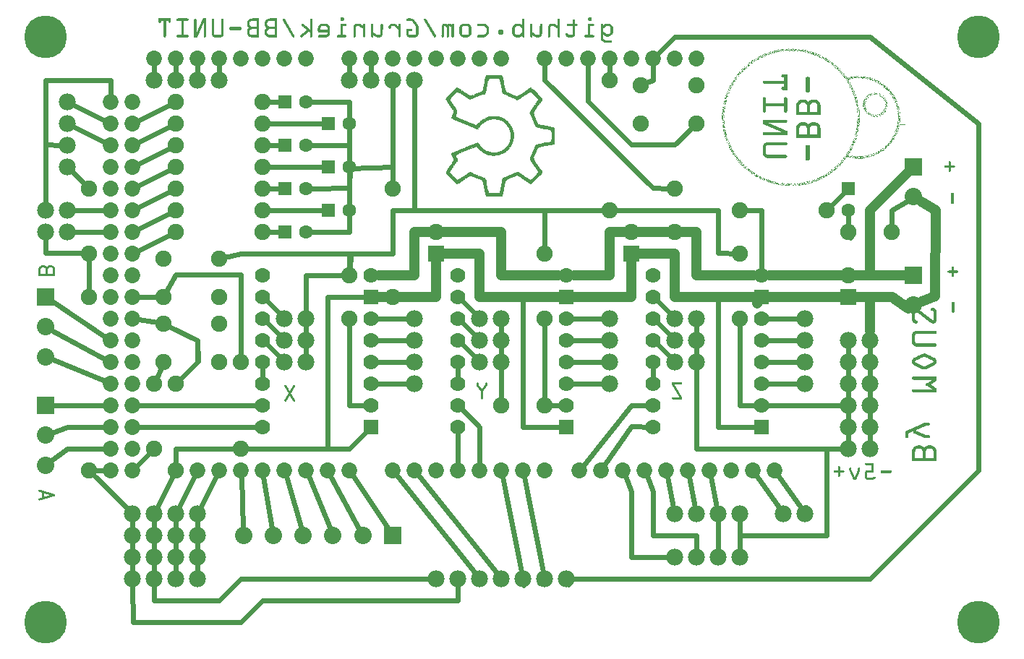
<source format=gbl>
G04 MADE WITH FRITZING*
G04 WWW.FRITZING.ORG*
G04 DOUBLE SIDED*
G04 HOLES PLATED*
G04 CONTOUR ON CENTER OF CONTOUR VECTOR*
%ASAXBY*%
%FSLAX23Y23*%
%MOIN*%
%OFA0B0*%
%SFA1.0B1.0*%
%ADD10C,0.078000*%
%ADD11C,0.075000*%
%ADD12C,0.062992*%
%ADD13C,0.080000*%
%ADD14C,0.072917*%
%ADD15C,0.070000*%
%ADD16C,0.196851*%
%ADD17R,0.062992X0.062992*%
%ADD18R,0.080000X0.080000*%
%ADD19R,0.070000X0.070000*%
%ADD20R,0.075000X0.075000*%
%ADD21C,0.024000*%
%ADD22C,0.048000*%
%ADD23R,0.001000X0.001000*%
%LNCOPPER0*%
G90*
G70*
G54D10*
X293Y2616D03*
X293Y2516D03*
X293Y2416D03*
X293Y2316D03*
G54D11*
X393Y2216D03*
X393Y1916D03*
X2293Y1216D03*
X2493Y1216D03*
G54D10*
X1893Y2716D03*
X1793Y2716D03*
X1693Y2716D03*
X1593Y2716D03*
X893Y416D03*
X793Y416D03*
X693Y416D03*
X593Y416D03*
X893Y516D03*
X793Y516D03*
X693Y516D03*
X593Y516D03*
X893Y616D03*
X793Y616D03*
X693Y616D03*
X593Y616D03*
X893Y716D03*
X793Y716D03*
X693Y716D03*
X593Y716D03*
G54D11*
X793Y2516D03*
X1193Y2516D03*
G54D12*
X1294Y2616D03*
X1393Y2616D03*
X1494Y2516D03*
X1593Y2516D03*
G54D11*
X793Y2616D03*
X1193Y2616D03*
G54D10*
X993Y2716D03*
X893Y2716D03*
X793Y2716D03*
X693Y2716D03*
G54D11*
X3793Y2116D03*
X3393Y2116D03*
G54D10*
X193Y2116D03*
X193Y2016D03*
X193Y2116D03*
X193Y2016D03*
X293Y2016D03*
X293Y2116D03*
G54D11*
X393Y1716D03*
X393Y916D03*
G54D12*
X3893Y2214D03*
X3893Y2116D03*
G54D11*
X3893Y2016D03*
X4093Y2016D03*
G54D13*
X4193Y2314D03*
X4193Y2177D03*
G54D14*
X1293Y2816D03*
X2893Y2816D03*
X1193Y2816D03*
X1093Y2816D03*
X993Y2816D03*
X893Y2816D03*
X593Y1416D03*
X793Y2816D03*
X693Y2816D03*
X2853Y916D03*
X2293Y2816D03*
X2193Y2816D03*
X2093Y2816D03*
X1993Y2816D03*
X593Y2216D03*
X1893Y2816D03*
X1793Y2816D03*
X1693Y2816D03*
X1593Y2816D03*
X2093Y916D03*
X593Y1016D03*
X593Y1816D03*
X593Y2616D03*
X3253Y916D03*
X2493Y2816D03*
X2493Y916D03*
X593Y1216D03*
X593Y1616D03*
X593Y2016D03*
X893Y916D03*
X593Y2416D03*
X993Y916D03*
X1093Y916D03*
X1193Y916D03*
X1293Y916D03*
X1393Y916D03*
X1493Y916D03*
X1593Y916D03*
X3453Y916D03*
X3053Y916D03*
X2653Y916D03*
X3093Y2816D03*
X2693Y2816D03*
X1893Y916D03*
X2293Y916D03*
X593Y916D03*
X593Y1116D03*
X593Y1316D03*
X593Y1516D03*
X593Y1716D03*
X593Y1916D03*
X593Y2116D03*
X593Y2316D03*
X593Y2516D03*
X3553Y916D03*
X3353Y916D03*
X3153Y916D03*
X2953Y916D03*
X2753Y916D03*
X3193Y2816D03*
X2993Y2816D03*
X2793Y2816D03*
X2593Y2816D03*
X1793Y916D03*
X1993Y916D03*
X2193Y916D03*
X2393Y916D03*
X493Y916D03*
X493Y1016D03*
X493Y1116D03*
X493Y1216D03*
X493Y1316D03*
X493Y1416D03*
X493Y1516D03*
X493Y1616D03*
X493Y1716D03*
X493Y1816D03*
X493Y1916D03*
X493Y2016D03*
X493Y2116D03*
X493Y2216D03*
X493Y2316D03*
X493Y2416D03*
X493Y2516D03*
X493Y2616D03*
X1393Y2816D03*
G54D15*
X2993Y1816D03*
X3493Y1816D03*
X2993Y1716D03*
X3493Y1716D03*
X2993Y1616D03*
X3493Y1616D03*
X2993Y1516D03*
X3493Y1516D03*
X2993Y1416D03*
X3493Y1416D03*
X2993Y1316D03*
X3493Y1316D03*
X2993Y1216D03*
X3493Y1216D03*
X2993Y1116D03*
X3493Y1116D03*
X2093Y1816D03*
X2593Y1816D03*
X2093Y1716D03*
X2593Y1716D03*
X2093Y1616D03*
X2593Y1616D03*
X2093Y1516D03*
X2593Y1516D03*
X2093Y1416D03*
X2593Y1416D03*
X2093Y1316D03*
X2593Y1316D03*
X2093Y1216D03*
X2593Y1216D03*
X2093Y1116D03*
X2593Y1116D03*
X1193Y1816D03*
X1693Y1816D03*
X1193Y1716D03*
X1693Y1716D03*
X1193Y1616D03*
X1693Y1616D03*
X1193Y1516D03*
X1693Y1516D03*
X1193Y1416D03*
X1693Y1416D03*
X1193Y1316D03*
X1693Y1316D03*
X1193Y1216D03*
X1693Y1216D03*
X1193Y1116D03*
X1693Y1116D03*
G54D10*
X3693Y1616D03*
X3693Y1516D03*
X3693Y1416D03*
X3693Y1316D03*
X1893Y1616D03*
X1893Y1516D03*
X1893Y1416D03*
X1893Y1316D03*
X2793Y1616D03*
X2793Y1516D03*
X2793Y1416D03*
X2793Y1316D03*
G54D11*
X3893Y1716D03*
X3893Y1816D03*
X2893Y1916D03*
X2893Y2016D03*
X1993Y1916D03*
X1993Y2016D03*
X2493Y1916D03*
X2493Y1616D03*
X1593Y1816D03*
X1593Y1616D03*
X3393Y1916D03*
X3393Y1616D03*
G54D13*
X193Y1216D03*
X193Y1078D03*
X193Y940D03*
X193Y1716D03*
X193Y1578D03*
X193Y1440D03*
X1793Y616D03*
X1655Y616D03*
X1517Y616D03*
X1379Y616D03*
X1241Y616D03*
X1104Y616D03*
G54D10*
X3393Y716D03*
X3293Y716D03*
X3193Y716D03*
X3093Y716D03*
G54D11*
X2793Y2116D03*
X2793Y2716D03*
G54D10*
X3893Y1516D03*
X3893Y1416D03*
X3893Y1316D03*
X3893Y1216D03*
X3893Y1116D03*
X3893Y1016D03*
X3893Y1516D03*
X3893Y1416D03*
X3893Y1316D03*
X3893Y1216D03*
X3893Y1116D03*
X3893Y1016D03*
X3993Y1016D03*
X3993Y1116D03*
X3993Y1216D03*
X3993Y1316D03*
X3993Y1416D03*
X3993Y1516D03*
X1293Y1616D03*
X1293Y1516D03*
X1293Y1416D03*
X1293Y1616D03*
X1293Y1516D03*
X1293Y1416D03*
X1393Y1416D03*
X1393Y1516D03*
X1393Y1616D03*
X2193Y1616D03*
X2193Y1516D03*
X2193Y1416D03*
X2193Y1616D03*
X2193Y1516D03*
X2193Y1416D03*
X2293Y1416D03*
X2293Y1516D03*
X2293Y1616D03*
X3093Y1616D03*
X3093Y1516D03*
X3093Y1416D03*
X3093Y1616D03*
X3093Y1516D03*
X3093Y1416D03*
X3193Y1416D03*
X3193Y1516D03*
X3193Y1616D03*
G54D11*
X993Y1416D03*
X737Y1416D03*
X993Y1593D03*
X737Y1593D03*
X793Y1316D03*
X793Y916D03*
X693Y1316D03*
X693Y1016D03*
X3193Y2516D03*
X2937Y2516D03*
X3193Y2693D03*
X2937Y2693D03*
G54D10*
X3393Y516D03*
X3293Y516D03*
X3193Y516D03*
X3093Y516D03*
G54D16*
X4493Y2916D03*
X193Y2916D03*
X193Y216D03*
X4493Y216D03*
G54D13*
X4193Y1816D03*
X4193Y1678D03*
G54D11*
X3093Y2216D03*
X3093Y2016D03*
X993Y1716D03*
X737Y1716D03*
X993Y1893D03*
X737Y1893D03*
X1093Y1416D03*
X1093Y1016D03*
X793Y2016D03*
X1193Y2016D03*
X793Y2116D03*
X1193Y2116D03*
X793Y2216D03*
X1193Y2216D03*
X793Y2316D03*
X1193Y2316D03*
X793Y2416D03*
X1193Y2416D03*
G54D12*
X1294Y2016D03*
X1393Y2016D03*
X1494Y2116D03*
X1593Y2116D03*
X1294Y2216D03*
X1393Y2216D03*
X1494Y2316D03*
X1593Y2316D03*
X1294Y2416D03*
X1393Y2416D03*
G54D11*
X1793Y2216D03*
X1793Y1716D03*
G54D10*
X3693Y716D03*
X3593Y716D03*
X2593Y416D03*
X2493Y416D03*
X2393Y416D03*
X2293Y416D03*
X2193Y416D03*
X2093Y416D03*
X1993Y416D03*
G54D17*
X1294Y2616D03*
X1494Y2516D03*
X3893Y2214D03*
G54D18*
X4193Y2314D03*
G54D19*
X3493Y1116D03*
X3493Y1716D03*
X2593Y1116D03*
X2593Y1716D03*
X1693Y1116D03*
X1693Y1716D03*
G54D20*
X3893Y1716D03*
X2893Y1916D03*
X1993Y1916D03*
G54D18*
X193Y1216D03*
X193Y1716D03*
X1793Y616D03*
X4193Y1816D03*
G54D17*
X1294Y2016D03*
X1494Y2116D03*
X1294Y2216D03*
X1494Y2316D03*
X1294Y2416D03*
G54D21*
X1593Y2489D02*
X1593Y2343D01*
D02*
X1764Y1716D02*
X1719Y1716D01*
D02*
X193Y2417D02*
X262Y2416D01*
D02*
X193Y2146D02*
X193Y2417D01*
D02*
X319Y2502D02*
X465Y2429D01*
D02*
X319Y2602D02*
X465Y2529D01*
D02*
X372Y2236D02*
X314Y2295D01*
D02*
X2293Y1386D02*
X2293Y1245D01*
D02*
X3158Y886D02*
X3187Y745D01*
D02*
X3058Y886D02*
X3087Y745D01*
D02*
X2992Y817D02*
X2964Y888D01*
D02*
X2992Y615D02*
X2992Y817D01*
D02*
X3193Y615D02*
X2992Y615D01*
D02*
X3193Y546D02*
X3193Y615D01*
D02*
X2892Y817D02*
X2864Y888D01*
D02*
X2892Y516D02*
X2892Y817D01*
D02*
X3062Y516D02*
X2892Y516D01*
D02*
X2992Y1116D02*
X2992Y1116D01*
D02*
X2892Y1117D02*
X2770Y941D01*
D02*
X2992Y1116D02*
X2892Y1117D01*
D02*
X2971Y1102D02*
X2992Y1116D01*
D02*
X3393Y546D02*
X3393Y686D01*
D02*
X3193Y1016D02*
X3193Y1386D01*
D02*
X3862Y1016D02*
X3193Y1016D01*
D02*
X3393Y615D02*
X3393Y546D01*
D02*
X3792Y615D02*
X3393Y615D01*
D02*
X3792Y1016D02*
X3792Y615D01*
D02*
X3862Y1016D02*
X3792Y1016D01*
D02*
X2892Y1216D02*
X2671Y940D01*
D02*
X2966Y1216D02*
X2892Y1216D01*
D02*
X218Y1699D02*
X467Y1533D01*
D02*
X220Y1563D02*
X466Y1430D01*
D02*
X221Y1428D02*
X465Y1328D01*
D02*
X224Y1216D02*
X462Y1216D01*
D02*
X292Y1115D02*
X462Y1116D01*
D02*
X222Y1089D02*
X292Y1115D01*
D02*
X292Y1015D02*
X462Y1016D01*
D02*
X217Y959D02*
X292Y1015D01*
D02*
X462Y2016D02*
X323Y2016D01*
D02*
X462Y2116D02*
X323Y2116D01*
D02*
X1792Y2316D02*
X1792Y2245D01*
D02*
X1792Y2686D02*
X1792Y2316D01*
D02*
X1892Y2116D02*
X1892Y2686D01*
D02*
X2492Y2116D02*
X1892Y2116D01*
D02*
X2492Y1945D02*
X2492Y2116D01*
D02*
X1693Y2786D02*
X1693Y2746D01*
D02*
X1593Y2786D02*
X1593Y2746D01*
D02*
X792Y1015D02*
X1064Y1016D01*
D02*
X792Y945D02*
X792Y1015D01*
D02*
X780Y890D02*
X706Y743D01*
D02*
X413Y896D02*
X571Y737D01*
D02*
X879Y889D02*
X806Y743D01*
D02*
X979Y889D02*
X906Y743D01*
D02*
X593Y646D02*
X593Y686D01*
D02*
X593Y546D02*
X593Y586D01*
D02*
X593Y446D02*
X593Y486D01*
D02*
X693Y646D02*
X693Y686D01*
D02*
X693Y546D02*
X693Y586D01*
D02*
X693Y486D02*
X693Y446D01*
D02*
X793Y686D02*
X793Y646D01*
D02*
X793Y586D02*
X793Y546D01*
D02*
X793Y486D02*
X793Y446D01*
D02*
X893Y686D02*
X893Y646D01*
D02*
X893Y586D02*
X893Y546D01*
D02*
X893Y486D02*
X893Y446D01*
D02*
X767Y2503D02*
X620Y2429D01*
D02*
X767Y2603D02*
X620Y2529D01*
D02*
X693Y2786D02*
X693Y2746D01*
D02*
X793Y2786D02*
X793Y2746D01*
D02*
X893Y2786D02*
X893Y2746D01*
D02*
X993Y2786D02*
X993Y2746D01*
D02*
X1267Y2616D02*
X1221Y2616D01*
D02*
X1591Y2615D02*
X1419Y2616D01*
D02*
X1592Y2543D02*
X1591Y2615D01*
D02*
X1467Y2516D02*
X1221Y2516D01*
D02*
X3492Y2115D02*
X3421Y2116D01*
D02*
X3493Y1842D02*
X3492Y2115D01*
D02*
X3873Y2196D02*
X3813Y2136D01*
D02*
X421Y916D02*
X462Y916D01*
D02*
X393Y1917D02*
X393Y1745D01*
D02*
X192Y1917D02*
X393Y1917D01*
D02*
X192Y1986D02*
X192Y1917D01*
D02*
X492Y2716D02*
X493Y2616D01*
D02*
X193Y2716D02*
X492Y2716D01*
D02*
X193Y2146D02*
X193Y2716D01*
G54D22*
D02*
X4291Y1717D02*
X4294Y2115D01*
D02*
X4294Y2115D02*
X4229Y2155D01*
D02*
X4232Y1694D02*
X4291Y1717D01*
D02*
X3992Y1816D02*
X4150Y1816D01*
D02*
X3992Y2115D02*
X3992Y1816D01*
D02*
X4163Y2285D02*
X3992Y2115D01*
G54D21*
D02*
X4092Y2115D02*
X4167Y2160D01*
D02*
X4092Y2045D02*
X4092Y2115D01*
D02*
X3893Y2015D02*
X3893Y2089D01*
D02*
X3902Y1989D02*
X3893Y2015D01*
D02*
X1166Y1116D02*
X623Y1116D01*
D02*
X1166Y1216D02*
X623Y1216D01*
D02*
X2093Y1090D02*
X2093Y946D01*
D02*
X2191Y1116D02*
X2192Y946D01*
D02*
X2111Y1197D02*
X2191Y1116D01*
G54D22*
D02*
X2893Y1716D02*
X2193Y1716D01*
D02*
X2893Y1916D02*
X2893Y1716D01*
D02*
X3093Y1716D02*
X3093Y1916D01*
D02*
X3093Y1916D02*
X2893Y1916D01*
D02*
X2193Y1716D02*
X2193Y1916D01*
D02*
X1993Y1716D02*
X1730Y1716D01*
D02*
X1993Y1916D02*
X1993Y1716D01*
D02*
X2193Y1916D02*
X1993Y1916D01*
D02*
X3455Y1716D02*
X3093Y1716D01*
D02*
X2293Y1816D02*
X2293Y2016D01*
D02*
X1893Y1816D02*
X1730Y1816D01*
D02*
X1893Y2016D02*
X1893Y1816D01*
D02*
X2293Y2016D02*
X1893Y2016D01*
D02*
X2555Y1816D02*
X2293Y1816D01*
G54D21*
D02*
X3662Y1616D02*
X3519Y1616D01*
D02*
X3662Y1516D02*
X3519Y1516D01*
D02*
X3662Y1416D02*
X3519Y1416D01*
D02*
X3662Y1316D02*
X3519Y1316D01*
D02*
X2762Y1616D02*
X2619Y1616D01*
D02*
X2762Y1516D02*
X2619Y1516D01*
D02*
X2762Y1416D02*
X2619Y1416D01*
D02*
X2762Y1316D02*
X2619Y1316D01*
D02*
X1862Y1616D02*
X1719Y1616D01*
D02*
X1862Y1516D02*
X1719Y1516D01*
D02*
X1862Y1416D02*
X1719Y1416D01*
D02*
X1862Y1316D02*
X1719Y1316D01*
G54D22*
D02*
X2793Y1816D02*
X2630Y1816D01*
D02*
X2793Y2016D02*
X2793Y1816D01*
D02*
X3193Y2016D02*
X2793Y2016D01*
D02*
X3193Y1816D02*
X3193Y2016D01*
D02*
X3455Y1816D02*
X3193Y1816D01*
G54D21*
D02*
X3293Y1716D02*
X3293Y1116D01*
D02*
X3293Y1116D02*
X3466Y1116D01*
D02*
X3466Y1716D02*
X3293Y1716D01*
D02*
X2393Y1716D02*
X2393Y1116D01*
D02*
X2393Y1116D02*
X2566Y1116D01*
D02*
X2566Y1716D02*
X2393Y1716D01*
D02*
X1493Y1716D02*
X1666Y1716D01*
D02*
X1493Y1016D02*
X1493Y1716D01*
D02*
X1592Y1016D02*
X1493Y1016D01*
D02*
X1674Y1098D02*
X1592Y1016D01*
D02*
X2493Y1216D02*
X2493Y1587D01*
D02*
X2566Y1216D02*
X2493Y1216D01*
D02*
X1593Y1216D02*
X1593Y1587D01*
D02*
X1666Y1216D02*
X1593Y1216D01*
D02*
X3393Y1216D02*
X3393Y1587D01*
D02*
X3466Y1216D02*
X3393Y1216D01*
D02*
X1793Y2116D02*
X1793Y1916D01*
D02*
X1593Y1916D02*
X1599Y1899D01*
D02*
X1599Y1899D02*
X1593Y1816D01*
D02*
X1793Y1916D02*
X1593Y1916D01*
D02*
X2493Y2116D02*
X1793Y2116D01*
D02*
X2493Y1945D02*
X2493Y2116D01*
D02*
X2893Y1916D02*
X2993Y1916D01*
D02*
X2893Y1716D02*
X2893Y1916D01*
D02*
X2993Y1916D02*
X3093Y1916D01*
D02*
X3093Y1916D02*
X3093Y1716D01*
D02*
X3093Y1716D02*
X3466Y1716D01*
D02*
X2619Y1716D02*
X2893Y1716D01*
D02*
X3393Y1916D02*
X3365Y1923D01*
D02*
X3293Y1917D02*
X3393Y1916D01*
D02*
X3293Y2116D02*
X3293Y1917D01*
D02*
X2793Y2116D02*
X3293Y2116D01*
D02*
X2493Y2116D02*
X2793Y2116D01*
D02*
X2493Y1945D02*
X2493Y2116D01*
D02*
X1094Y886D02*
X1102Y647D01*
D02*
X1197Y886D02*
X1236Y647D01*
D02*
X1301Y887D02*
X1371Y646D01*
D02*
X1404Y888D02*
X1505Y645D01*
D02*
X1507Y889D02*
X1640Y643D01*
D02*
X1609Y891D02*
X1775Y642D01*
D02*
X1193Y1390D02*
X1193Y1342D01*
D02*
X2093Y1390D02*
X2093Y1342D01*
D02*
X2993Y1390D02*
X2993Y1342D01*
D02*
X3258Y886D02*
X3287Y745D01*
D02*
X2793Y2745D02*
X2793Y2786D01*
D02*
X2493Y2116D02*
X2493Y1945D01*
D02*
X2764Y2116D02*
X2493Y2116D01*
D02*
X3862Y1216D02*
X3519Y1216D01*
D02*
X3893Y1146D02*
X3893Y1186D01*
D02*
X3893Y1046D02*
X3893Y1086D01*
D02*
X3893Y1286D02*
X3893Y1246D01*
D02*
X3893Y1386D02*
X3893Y1346D01*
D02*
X3893Y1486D02*
X3893Y1446D01*
G54D22*
D02*
X4094Y1714D02*
X3932Y1716D01*
D02*
X4169Y1663D02*
X4094Y1714D01*
D02*
X4093Y1716D02*
X4169Y1663D01*
D02*
X3992Y1715D02*
X4093Y1716D01*
D02*
X3993Y1557D02*
X3992Y1715D01*
D02*
X3492Y1715D02*
X3853Y1716D01*
D02*
X3472Y1685D02*
X3492Y1715D01*
G54D21*
D02*
X3864Y1816D02*
X3519Y1816D01*
D02*
X2793Y1816D02*
X2619Y1816D01*
D02*
X2793Y2016D02*
X2793Y1816D01*
D02*
X2864Y2016D02*
X2793Y2016D01*
D02*
X3093Y1716D02*
X3466Y1716D01*
D02*
X3093Y1916D02*
X3093Y1716D01*
D02*
X2921Y1916D02*
X3093Y1916D01*
D02*
X3011Y1697D02*
X3071Y1637D01*
D02*
X3011Y1597D02*
X3071Y1537D01*
D02*
X3011Y1497D02*
X3071Y1437D01*
D02*
X3193Y1546D02*
X3193Y1586D01*
D02*
X3193Y1446D02*
X3193Y1486D01*
D02*
X1271Y1637D02*
X1211Y1697D01*
D02*
X1271Y1537D02*
X1211Y1597D01*
D02*
X1271Y1437D02*
X1211Y1497D01*
D02*
X2111Y1697D02*
X2171Y1637D01*
D02*
X2111Y1597D02*
X2171Y1537D01*
D02*
X2111Y1497D02*
X2171Y1437D01*
D02*
X1393Y1486D02*
X1393Y1446D01*
D02*
X1393Y1586D02*
X1393Y1546D01*
D02*
X1393Y1816D02*
X1393Y1646D01*
D02*
X1564Y1816D02*
X1393Y1816D01*
D02*
X2293Y1486D02*
X2293Y1446D01*
D02*
X2293Y1586D02*
X2293Y1546D01*
D02*
X3993Y1446D02*
X3993Y1486D01*
D02*
X3993Y1346D02*
X3993Y1386D01*
D02*
X3993Y1246D02*
X3993Y1286D01*
D02*
X3993Y1146D02*
X3993Y1186D01*
D02*
X3993Y1046D02*
X3993Y1086D01*
D02*
X672Y996D02*
X614Y937D01*
D02*
X725Y1390D02*
X704Y1342D01*
D02*
X622Y1611D02*
X708Y1598D01*
D02*
X892Y1515D02*
X894Y1417D01*
D02*
X892Y1416D02*
X813Y1336D01*
D02*
X894Y1417D02*
X892Y1515D01*
D02*
X892Y1515D02*
X892Y1416D01*
D02*
X762Y1580D02*
X892Y1515D01*
D02*
X2993Y2716D02*
X2993Y2786D01*
D02*
X2963Y2704D02*
X2993Y2716D01*
D02*
X3293Y686D02*
X3293Y546D01*
D02*
X4091Y1714D02*
X4163Y1689D01*
D02*
X3992Y1715D02*
X4091Y1714D01*
D02*
X3993Y1546D02*
X3992Y1715D01*
G54D22*
D02*
X3530Y1816D02*
X4150Y1816D01*
G54D21*
D02*
X2693Y2617D02*
X2693Y2786D01*
D02*
X2892Y2417D02*
X2693Y2617D01*
D02*
X3092Y2417D02*
X2892Y2417D01*
D02*
X3172Y2496D02*
X3092Y2417D01*
D02*
X2492Y2716D02*
X2492Y2716D01*
D02*
X2993Y2217D02*
X3064Y2216D01*
D02*
X2492Y2716D02*
X2993Y2217D01*
D02*
X2492Y2786D02*
X2492Y2716D01*
D02*
X1093Y1916D02*
X1020Y1900D01*
D02*
X1592Y1916D02*
X1093Y1916D01*
D02*
X1592Y1845D02*
X1592Y1916D01*
D02*
X623Y1716D02*
X708Y1716D01*
D02*
X1493Y1016D02*
X1121Y1016D01*
D02*
X1592Y1016D02*
X1493Y1016D01*
D02*
X1674Y1098D02*
X1592Y1016D01*
D02*
X792Y1817D02*
X1093Y1817D01*
D02*
X1093Y1817D02*
X1093Y1445D01*
D02*
X750Y1741D02*
X792Y1817D01*
D02*
X767Y2003D02*
X620Y1929D01*
D02*
X767Y2103D02*
X620Y2029D01*
D02*
X767Y2203D02*
X620Y2129D01*
D02*
X767Y2303D02*
X620Y2229D01*
D02*
X767Y2403D02*
X620Y2329D01*
D02*
X1267Y2416D02*
X1221Y2416D01*
D02*
X1467Y2316D02*
X1221Y2316D01*
D02*
X1267Y2216D02*
X1221Y2216D01*
D02*
X1467Y2116D02*
X1221Y2116D01*
D02*
X1267Y2016D02*
X1221Y2016D01*
D02*
X1592Y2415D02*
X1419Y2416D01*
D02*
X1592Y2489D02*
X1592Y2415D01*
D02*
X1592Y2217D02*
X1419Y2216D01*
D02*
X1592Y2289D02*
X1592Y2217D01*
D02*
X1593Y2289D02*
X1593Y2143D01*
D02*
X1592Y2015D02*
X1419Y2016D01*
D02*
X1592Y2089D02*
X1592Y2015D01*
D02*
X1594Y2308D02*
X1792Y2316D01*
D02*
X1792Y2316D02*
X1793Y2216D01*
D02*
X1592Y2217D02*
X1594Y2308D01*
D02*
X1592Y2289D02*
X1592Y2217D01*
D02*
X3693Y717D02*
X3699Y745D01*
D02*
X3570Y891D02*
X3693Y717D01*
D02*
X3470Y891D02*
X3575Y741D01*
D02*
X1093Y415D02*
X991Y316D01*
D02*
X991Y316D02*
X692Y316D01*
D02*
X692Y316D02*
X692Y386D01*
D02*
X1962Y416D02*
X1093Y415D01*
D02*
X1093Y215D02*
X594Y215D01*
D02*
X594Y215D02*
X593Y386D01*
D02*
X2093Y386D02*
X2093Y316D01*
D02*
X1193Y316D02*
X1093Y215D01*
D02*
X2093Y316D02*
X1193Y316D01*
D02*
X2393Y415D02*
X2298Y886D01*
D02*
X2397Y386D02*
X2393Y415D01*
D02*
X2491Y415D02*
X2398Y886D01*
D02*
X2470Y395D02*
X2491Y415D01*
D02*
X3992Y416D02*
X2593Y415D01*
D02*
X2593Y415D02*
X2603Y388D01*
D02*
X4492Y915D02*
X3992Y416D01*
D02*
X4493Y2515D02*
X4492Y915D01*
D02*
X3092Y2915D02*
X3991Y2916D01*
D02*
X3014Y2837D02*
X3092Y2915D01*
D02*
X3991Y2916D02*
X4493Y2515D01*
D02*
X2274Y439D02*
X1911Y892D01*
D02*
X2174Y439D02*
X1811Y892D01*
G36*
X4214Y2467D02*
X4213Y2467D01*
X4213Y2469D01*
X4214Y2469D01*
X4214Y2467D01*
G37*
D02*
G36*
X4213Y2469D02*
X4123Y2469D01*
X4123Y2470D01*
X4213Y2470D01*
X4213Y2469D01*
G37*
D02*
G36*
X4155Y2507D02*
X4154Y2507D01*
X4154Y2509D01*
X4150Y2509D01*
X4150Y2511D01*
X4155Y2511D01*
X4155Y2507D01*
G37*
D02*
G36*
X4150Y2507D02*
X4149Y2507D01*
X4149Y2509D01*
X4150Y2509D01*
X4150Y2507D01*
G37*
D02*
G36*
X4149Y2509D02*
X4136Y2509D01*
X4136Y2511D01*
X4149Y2511D01*
X4149Y2509D01*
G37*
D02*
G36*
X4136Y2507D02*
X4134Y2507D01*
X4134Y2509D01*
X4136Y2509D01*
X4136Y2507D01*
G37*
D02*
G36*
X4134Y2509D02*
X4133Y2509D01*
X4133Y2511D01*
X4134Y2511D01*
X4134Y2509D01*
G37*
D02*
G36*
X4133Y2507D02*
X4130Y2507D01*
X4130Y2511D01*
X4131Y2511D01*
X4131Y2509D01*
X4133Y2509D01*
X4133Y2507D01*
G37*
D02*
G36*
X4133Y2531D02*
X4131Y2531D01*
X4131Y2523D01*
X4130Y2523D01*
X4130Y2539D01*
X4128Y2539D01*
X4128Y2546D01*
X4130Y2546D01*
X4130Y2541D01*
X4131Y2541D01*
X4131Y2533D01*
X4133Y2533D01*
X4133Y2531D01*
G37*
D02*
G36*
X4133Y2544D02*
X4131Y2544D01*
X4131Y2546D01*
X4130Y2546D01*
X4130Y2549D01*
X4131Y2549D01*
X4131Y2559D01*
X4133Y2559D01*
X4133Y2544D01*
G37*
D02*
G36*
X4131Y2519D02*
X4130Y2519D01*
X4130Y2520D01*
X4131Y2520D01*
X4131Y2519D01*
G37*
D02*
G36*
X4130Y2506D02*
X4128Y2506D01*
X4128Y2507D01*
X4130Y2507D01*
X4130Y2506D01*
G37*
D02*
G36*
X4130Y2511D02*
X4126Y2511D01*
X4126Y2512D01*
X4130Y2512D01*
X4130Y2511D01*
G37*
D02*
G36*
X4130Y2514D02*
X4126Y2514D01*
X4126Y2515D01*
X4128Y2515D01*
X4128Y2517D01*
X4130Y2517D01*
X4130Y2514D01*
G37*
D02*
G36*
X4126Y2511D02*
X4125Y2511D01*
X4125Y2517D01*
X4126Y2517D01*
X4126Y2511D01*
G37*
D02*
G36*
X4126Y2511D02*
X4125Y2511D01*
X4125Y2517D01*
X4126Y2517D01*
X4126Y2511D01*
G37*
D02*
G36*
X4125Y2515D02*
X4123Y2515D01*
X4123Y2519D01*
X4125Y2519D01*
X4125Y2515D01*
G37*
D02*
G36*
X4130Y2520D02*
X4128Y2520D01*
X4128Y2523D01*
X4130Y2523D01*
X4130Y2520D01*
G37*
D02*
G36*
X4128Y2520D02*
X4126Y2520D01*
X4126Y2522D01*
X4128Y2522D01*
X4128Y2520D01*
G37*
D02*
G36*
X4128Y2527D02*
X4126Y2527D01*
X4126Y2531D01*
X4128Y2531D01*
X4128Y2527D01*
G37*
D02*
G36*
X4126Y2519D02*
X4125Y2519D01*
X4125Y2531D01*
X4126Y2531D01*
X4126Y2519D01*
G37*
D02*
G36*
X4126Y2519D02*
X4125Y2519D01*
X4125Y2531D01*
X4126Y2531D01*
X4126Y2519D01*
G37*
D02*
G36*
X4125Y2530D02*
X4123Y2530D01*
X4123Y2528D01*
X4122Y2528D01*
X4122Y2531D01*
X4123Y2531D01*
X4123Y2533D01*
X4125Y2533D01*
X4125Y2530D01*
G37*
D02*
G36*
X4130Y2551D02*
X4128Y2551D01*
X4128Y2559D01*
X4130Y2559D01*
X4130Y2551D01*
G37*
D02*
G36*
X4130Y2560D02*
X4128Y2560D01*
X4128Y2563D01*
X4130Y2563D01*
X4130Y2560D01*
G37*
D02*
G36*
X4130Y2578D02*
X4125Y2578D01*
X4125Y2581D01*
X4123Y2581D01*
X4123Y2583D01*
X4122Y2583D01*
X4122Y2586D01*
X4126Y2586D01*
X4126Y2581D01*
X4128Y2581D01*
X4128Y2579D01*
X4130Y2579D01*
X4130Y2578D01*
G37*
D02*
G36*
X4128Y2501D02*
X4126Y2501D01*
X4126Y2504D01*
X4128Y2504D01*
X4128Y2501D01*
G37*
D02*
G36*
X4128Y2507D02*
X4126Y2507D01*
X4126Y2509D01*
X4128Y2509D01*
X4128Y2507D01*
G37*
D02*
G36*
X4131Y2563D02*
X4130Y2563D01*
X4130Y2565D01*
X4128Y2565D01*
X4128Y2567D01*
X4126Y2567D01*
X4126Y2570D01*
X4128Y2570D01*
X4128Y2575D01*
X4130Y2575D01*
X4130Y2570D01*
X4131Y2570D01*
X4131Y2563D01*
G37*
D02*
G36*
X4128Y2533D02*
X4126Y2533D01*
X4126Y2539D01*
X4128Y2539D01*
X4128Y2533D01*
G37*
D02*
G36*
X4128Y2546D02*
X4126Y2546D01*
X4126Y2551D01*
X4128Y2551D01*
X4128Y2546D01*
G37*
D02*
G36*
X4126Y2538D02*
X4125Y2538D01*
X4125Y2573D01*
X4126Y2573D01*
X4126Y2538D01*
G37*
D02*
G36*
X4126Y2538D02*
X4125Y2538D01*
X4125Y2573D01*
X4126Y2573D01*
X4126Y2538D01*
G37*
D02*
G36*
X4126Y2538D02*
X4125Y2538D01*
X4125Y2573D01*
X4126Y2573D01*
X4126Y2538D01*
G37*
D02*
G36*
X4125Y2535D02*
X4123Y2535D01*
X4123Y2547D01*
X4122Y2547D01*
X4122Y2552D01*
X4123Y2552D01*
X4123Y2562D01*
X4125Y2562D01*
X4125Y2535D01*
G37*
D02*
G36*
X4125Y2563D02*
X4123Y2563D01*
X4123Y2568D01*
X4125Y2568D01*
X4125Y2563D01*
G37*
D02*
G36*
X4125Y2571D02*
X4122Y2571D01*
X4122Y2578D01*
X4123Y2578D01*
X4123Y2575D01*
X4125Y2575D01*
X4125Y2571D01*
G37*
D02*
G36*
X4123Y2533D02*
X4122Y2533D01*
X4122Y2541D01*
X4123Y2541D01*
X4123Y2533D01*
G37*
D02*
G36*
X4123Y2557D02*
X4122Y2557D01*
X4122Y2568D01*
X4123Y2568D01*
X4123Y2557D01*
G37*
D02*
G36*
X4123Y2557D02*
X4122Y2557D01*
X4122Y2568D01*
X4123Y2568D01*
X4123Y2557D01*
G37*
D02*
G36*
X4122Y2559D02*
X4120Y2559D01*
X4120Y2562D01*
X4122Y2562D01*
X4122Y2559D01*
G37*
D02*
G36*
X4122Y2567D02*
X4120Y2567D01*
X4120Y2571D01*
X4122Y2571D01*
X4122Y2567D01*
G37*
D02*
G36*
X4128Y2586D02*
X4126Y2586D01*
X4126Y2589D01*
X4128Y2589D01*
X4128Y2586D01*
G37*
D02*
G36*
X4126Y2494D02*
X4125Y2494D01*
X4125Y2499D01*
X4126Y2499D01*
X4126Y2494D01*
G37*
D02*
G36*
X4126Y2506D02*
X4125Y2506D01*
X4125Y2507D01*
X4126Y2507D01*
X4126Y2506D01*
G37*
D02*
G36*
X4126Y2591D02*
X4125Y2591D01*
X4125Y2587D01*
X4123Y2587D01*
X4123Y2592D01*
X4120Y2592D01*
X4120Y2594D01*
X4122Y2594D01*
X4122Y2597D01*
X4123Y2597D01*
X4123Y2594D01*
X4126Y2594D01*
X4126Y2591D01*
G37*
D02*
G36*
X4125Y2488D02*
X4123Y2488D01*
X4123Y2491D01*
X4125Y2491D01*
X4125Y2488D01*
G37*
D02*
G36*
X4125Y2493D02*
X4122Y2493D01*
X4122Y2496D01*
X4123Y2496D01*
X4123Y2494D01*
X4125Y2494D01*
X4125Y2493D01*
G37*
D02*
G36*
X4125Y2501D02*
X4123Y2501D01*
X4123Y2504D01*
X4125Y2504D01*
X4125Y2501D01*
G37*
D02*
G36*
X4125Y2507D02*
X4123Y2507D01*
X4123Y2509D01*
X4122Y2509D01*
X4122Y2512D01*
X4120Y2512D01*
X4120Y2514D01*
X4118Y2514D01*
X4118Y2515D01*
X4120Y2515D01*
X4120Y2517D01*
X4122Y2517D01*
X4122Y2514D01*
X4123Y2514D01*
X4123Y2511D01*
X4125Y2511D01*
X4125Y2507D01*
G37*
D02*
G36*
X4125Y2597D02*
X4123Y2597D01*
X4123Y2599D01*
X4122Y2599D01*
X4122Y2602D01*
X4123Y2602D01*
X4123Y2600D01*
X4125Y2600D01*
X4125Y2597D01*
G37*
D02*
G36*
X4123Y2467D02*
X4120Y2467D01*
X4120Y2470D01*
X4122Y2470D01*
X4122Y2469D01*
X4123Y2469D01*
X4123Y2467D01*
G37*
D02*
G36*
X4123Y2485D02*
X4122Y2485D01*
X4122Y2488D01*
X4123Y2488D01*
X4123Y2485D01*
G37*
D02*
G36*
X4123Y2519D02*
X4122Y2519D01*
X4122Y2520D01*
X4123Y2520D01*
X4123Y2519D01*
G37*
D02*
G36*
X4123Y2604D02*
X4122Y2604D01*
X4122Y2605D01*
X4123Y2605D01*
X4123Y2604D01*
G37*
D02*
G36*
X4122Y2480D02*
X4120Y2480D01*
X4120Y2485D01*
X4122Y2485D01*
X4122Y2480D01*
G37*
D02*
G36*
X4122Y2488D02*
X4120Y2488D01*
X4120Y2485D01*
X4118Y2485D01*
X4118Y2490D01*
X4120Y2490D01*
X4120Y2493D01*
X4122Y2493D01*
X4122Y2488D01*
G37*
D02*
G36*
X4122Y2496D02*
X4120Y2496D01*
X4120Y2494D01*
X4118Y2494D01*
X4118Y2499D01*
X4117Y2499D01*
X4117Y2496D01*
X4115Y2496D01*
X4115Y2501D01*
X4117Y2501D01*
X4117Y2506D01*
X4120Y2506D01*
X4120Y2507D01*
X4122Y2507D01*
X4122Y2496D01*
G37*
D02*
G36*
X4122Y2520D02*
X4120Y2520D01*
X4120Y2525D01*
X4122Y2525D01*
X4122Y2520D01*
G37*
D02*
G36*
X4122Y2578D02*
X4120Y2578D01*
X4120Y2583D01*
X4122Y2583D01*
X4122Y2578D01*
G37*
D02*
G36*
X4122Y2586D02*
X4120Y2586D01*
X4120Y2591D01*
X4122Y2591D01*
X4122Y2586D01*
G37*
D02*
G36*
X4120Y2581D02*
X4118Y2581D01*
X4118Y2587D01*
X4120Y2587D01*
X4120Y2581D01*
G37*
D02*
G36*
X4120Y2581D02*
X4118Y2581D01*
X4118Y2587D01*
X4120Y2587D01*
X4120Y2581D01*
G37*
D02*
G36*
X4118Y2583D02*
X4117Y2583D01*
X4117Y2584D01*
X4118Y2584D01*
X4118Y2583D01*
G37*
D02*
G36*
X4122Y2597D02*
X4120Y2597D01*
X4120Y2595D01*
X4118Y2595D01*
X4118Y2591D01*
X4117Y2591D01*
X4117Y2594D01*
X4113Y2594D01*
X4113Y2597D01*
X4115Y2597D01*
X4115Y2595D01*
X4117Y2595D01*
X4117Y2597D01*
X4118Y2597D01*
X4118Y2600D01*
X4120Y2600D01*
X4120Y2599D01*
X4122Y2599D01*
X4122Y2597D01*
G37*
D02*
G36*
X4122Y2607D02*
X4120Y2607D01*
X4120Y2610D01*
X4122Y2610D01*
X4122Y2607D01*
G37*
D02*
G36*
X4120Y2475D02*
X4118Y2475D01*
X4118Y2474D01*
X4117Y2474D01*
X4117Y2477D01*
X4118Y2477D01*
X4118Y2478D01*
X4120Y2478D01*
X4120Y2475D01*
G37*
D02*
G36*
X4120Y2507D02*
X4118Y2507D01*
X4118Y2511D01*
X4120Y2511D01*
X4120Y2507D01*
G37*
D02*
G36*
X4120Y2571D02*
X4118Y2571D01*
X4118Y2573D01*
X4120Y2573D01*
X4120Y2571D01*
G37*
D02*
G36*
X4120Y2602D02*
X4118Y2602D01*
X4118Y2600D01*
X4117Y2600D01*
X4117Y2604D01*
X4120Y2604D01*
X4120Y2602D01*
G37*
D02*
G36*
X4120Y2605D02*
X4117Y2605D01*
X4117Y2608D01*
X4118Y2608D01*
X4118Y2607D01*
X4120Y2607D01*
X4120Y2605D01*
G37*
D02*
G36*
X4120Y2610D02*
X4118Y2610D01*
X4118Y2613D01*
X4120Y2613D01*
X4120Y2610D01*
G37*
D02*
G36*
X4118Y2467D02*
X4117Y2467D01*
X4117Y2470D01*
X4115Y2470D01*
X4115Y2474D01*
X4117Y2474D01*
X4117Y2472D01*
X4118Y2472D01*
X4118Y2467D01*
G37*
D02*
G36*
X4118Y2482D02*
X4117Y2482D01*
X4117Y2483D01*
X4118Y2483D01*
X4118Y2482D01*
G37*
D02*
G36*
X4118Y2491D02*
X4115Y2491D01*
X4115Y2494D01*
X4118Y2494D01*
X4118Y2491D01*
G37*
D02*
G36*
X4118Y2615D02*
X4117Y2615D01*
X4117Y2618D01*
X4118Y2618D01*
X4118Y2615D01*
G37*
D02*
G36*
X4117Y2477D02*
X4115Y2477D01*
X4115Y2480D01*
X4117Y2480D01*
X4117Y2477D01*
G37*
D02*
G36*
X4117Y2485D02*
X4115Y2485D01*
X4115Y2486D01*
X4117Y2486D01*
X4117Y2485D01*
G37*
D02*
G36*
X4117Y2488D02*
X4115Y2488D01*
X4115Y2490D01*
X4117Y2490D01*
X4117Y2488D01*
G37*
D02*
G36*
X4115Y2480D02*
X4113Y2480D01*
X4113Y2491D01*
X4115Y2491D01*
X4115Y2480D01*
G37*
D02*
G36*
X4115Y2480D02*
X4113Y2480D01*
X4113Y2491D01*
X4115Y2491D01*
X4115Y2480D01*
G37*
D02*
G36*
X4113Y2477D02*
X4110Y2477D01*
X4110Y2478D01*
X4112Y2478D01*
X4112Y2482D01*
X4113Y2482D01*
X4113Y2477D01*
G37*
D02*
G36*
X4113Y2486D02*
X4112Y2486D01*
X4112Y2490D01*
X4113Y2490D01*
X4113Y2486D01*
G37*
D02*
G36*
X4117Y2587D02*
X4115Y2587D01*
X4115Y2589D01*
X4117Y2589D01*
X4117Y2587D01*
G37*
D02*
G36*
X4117Y2597D02*
X4115Y2597D01*
X4115Y2599D01*
X4113Y2599D01*
X4113Y2600D01*
X4117Y2600D01*
X4117Y2597D01*
G37*
D02*
G36*
X4117Y2608D02*
X4115Y2608D01*
X4115Y2610D01*
X4117Y2610D01*
X4117Y2608D01*
G37*
D02*
G36*
X4117Y2612D02*
X4115Y2612D01*
X4115Y2615D01*
X4117Y2615D01*
X4117Y2612D01*
G37*
D02*
G36*
X4117Y2618D02*
X4115Y2618D01*
X4115Y2621D01*
X4117Y2621D01*
X4117Y2618D01*
G37*
D02*
G36*
X4115Y2464D02*
X4113Y2464D01*
X4113Y2467D01*
X4115Y2467D01*
X4115Y2464D01*
G37*
D02*
G36*
X4115Y2469D02*
X4113Y2469D01*
X4113Y2470D01*
X4115Y2470D01*
X4115Y2469D01*
G37*
D02*
G36*
X4115Y2474D02*
X4113Y2474D01*
X4113Y2477D01*
X4115Y2477D01*
X4115Y2474D01*
G37*
D02*
G36*
X4113Y2466D02*
X4112Y2466D01*
X4112Y2475D01*
X4113Y2475D01*
X4113Y2466D01*
G37*
D02*
G36*
X4113Y2466D02*
X4112Y2466D01*
X4112Y2475D01*
X4113Y2475D01*
X4113Y2466D01*
G37*
D02*
G36*
X4113Y2466D02*
X4112Y2466D01*
X4112Y2475D01*
X4113Y2475D01*
X4113Y2466D01*
G37*
D02*
G36*
X4112Y2464D02*
X4110Y2464D01*
X4110Y2467D01*
X4112Y2467D01*
X4112Y2464D01*
G37*
D02*
G36*
X4112Y2470D02*
X4110Y2470D01*
X4110Y2472D01*
X4112Y2472D01*
X4112Y2470D01*
G37*
D02*
G36*
X4112Y2474D02*
X4110Y2474D01*
X4110Y2475D01*
X4112Y2475D01*
X4112Y2474D01*
G37*
D02*
G36*
X4110Y2467D02*
X4107Y2467D01*
X4107Y2469D01*
X4109Y2469D01*
X4109Y2474D01*
X4110Y2474D01*
X4110Y2467D01*
G37*
D02*
G36*
X4115Y2494D02*
X4113Y2494D01*
X4113Y2496D01*
X4115Y2496D01*
X4115Y2494D01*
G37*
D02*
G36*
X4115Y2604D02*
X4113Y2604D01*
X4113Y2608D01*
X4115Y2608D01*
X4115Y2604D01*
G37*
D02*
G36*
X4115Y2615D02*
X4113Y2615D01*
X4113Y2618D01*
X4115Y2618D01*
X4115Y2615D01*
G37*
D02*
G36*
X4113Y2616D02*
X4110Y2616D01*
X4110Y2621D01*
X4112Y2621D01*
X4112Y2623D01*
X4113Y2623D01*
X4113Y2616D01*
G37*
D02*
G36*
X4113Y2626D02*
X4112Y2626D01*
X4112Y2624D01*
X4110Y2624D01*
X4110Y2628D01*
X4113Y2628D01*
X4113Y2626D01*
G37*
D02*
G36*
X4110Y2620D02*
X4109Y2620D01*
X4109Y2628D01*
X4110Y2628D01*
X4110Y2620D01*
G37*
D02*
G36*
X4110Y2620D02*
X4109Y2620D01*
X4109Y2628D01*
X4110Y2628D01*
X4110Y2620D01*
G37*
D02*
G36*
X4115Y2623D02*
X4113Y2623D01*
X4113Y2624D01*
X4115Y2624D01*
X4115Y2623D01*
G37*
D02*
G36*
X4113Y2461D02*
X4112Y2461D01*
X4112Y2464D01*
X4113Y2464D01*
X4113Y2461D01*
G37*
D02*
G36*
X4113Y2600D02*
X4112Y2600D01*
X4112Y2604D01*
X4113Y2604D01*
X4113Y2600D01*
G37*
D02*
G36*
X4113Y2608D02*
X4112Y2608D01*
X4112Y2612D01*
X4109Y2612D01*
X4109Y2613D01*
X4107Y2613D01*
X4107Y2615D01*
X4112Y2615D01*
X4112Y2613D01*
X4113Y2613D01*
X4113Y2608D01*
G37*
D02*
G36*
X4112Y2608D02*
X4109Y2608D01*
X4109Y2610D01*
X4112Y2610D01*
X4112Y2608D01*
G37*
D02*
G36*
X4112Y2459D02*
X4110Y2459D01*
X4110Y2461D01*
X4112Y2461D01*
X4112Y2459D01*
G37*
D02*
G36*
X4112Y2483D02*
X4110Y2483D01*
X4110Y2485D01*
X4112Y2485D01*
X4112Y2483D01*
G37*
D02*
G36*
X4112Y2604D02*
X4110Y2604D01*
X4110Y2605D01*
X4112Y2605D01*
X4112Y2604D01*
G37*
D02*
G36*
X4112Y2629D02*
X4110Y2629D01*
X4110Y2631D01*
X4112Y2631D01*
X4112Y2629D01*
G37*
D02*
G36*
X4110Y2454D02*
X4107Y2454D01*
X4107Y2456D01*
X4109Y2456D01*
X4109Y2458D01*
X4110Y2458D01*
X4110Y2454D01*
G37*
D02*
G36*
X4109Y2451D02*
X4107Y2451D01*
X4107Y2453D01*
X4109Y2453D01*
X4109Y2451D01*
G37*
D02*
G36*
X4109Y2459D02*
X4107Y2459D01*
X4107Y2466D01*
X4109Y2466D01*
X4109Y2459D01*
G37*
D02*
G36*
X4109Y2475D02*
X4107Y2475D01*
X4107Y2477D01*
X4109Y2477D01*
X4109Y2475D01*
G37*
D02*
G36*
X4109Y2618D02*
X4107Y2618D01*
X4107Y2620D01*
X4109Y2620D01*
X4109Y2618D01*
G37*
D02*
G36*
X4109Y2628D02*
X4105Y2628D01*
X4105Y2631D01*
X4107Y2631D01*
X4107Y2634D01*
X4109Y2634D01*
X4109Y2628D01*
G37*
D02*
G36*
X4109Y2636D02*
X4107Y2636D01*
X4107Y2634D01*
X4105Y2634D01*
X4105Y2631D01*
X4104Y2631D01*
X4104Y2629D01*
X4102Y2629D01*
X4102Y2632D01*
X4101Y2632D01*
X4101Y2636D01*
X4102Y2636D01*
X4102Y2634D01*
X4104Y2634D01*
X4104Y2636D01*
X4105Y2636D01*
X4105Y2637D01*
X4109Y2637D01*
X4109Y2636D01*
G37*
D02*
G36*
X4102Y2639D02*
X4101Y2639D01*
X4101Y2642D01*
X4102Y2642D01*
X4102Y2639D01*
G37*
D02*
G36*
X4101Y2634D02*
X4099Y2634D01*
X4099Y2640D01*
X4101Y2640D01*
X4101Y2634D01*
G37*
D02*
G36*
X4101Y2634D02*
X4099Y2634D01*
X4099Y2640D01*
X4101Y2640D01*
X4101Y2634D01*
G37*
D02*
G36*
X4099Y2636D02*
X4097Y2636D01*
X4097Y2634D01*
X4096Y2634D01*
X4096Y2637D01*
X4099Y2637D01*
X4099Y2636D01*
G37*
D02*
G36*
X4099Y2639D02*
X4097Y2639D01*
X4097Y2640D01*
X4096Y2640D01*
X4096Y2644D01*
X4097Y2644D01*
X4097Y2642D01*
X4099Y2642D01*
X4099Y2639D01*
G37*
D02*
G36*
X4107Y2448D02*
X4105Y2448D01*
X4105Y2451D01*
X4107Y2451D01*
X4107Y2448D01*
G37*
D02*
G36*
X4107Y2453D02*
X4105Y2453D01*
X4105Y2454D01*
X4107Y2454D01*
X4107Y2453D01*
G37*
D02*
G36*
X4107Y2456D02*
X4105Y2456D01*
X4105Y2458D01*
X4107Y2458D01*
X4107Y2456D01*
G37*
D02*
G36*
X4107Y2466D02*
X4105Y2466D01*
X4105Y2467D01*
X4107Y2467D01*
X4107Y2466D01*
G37*
D02*
G36*
X4107Y2470D02*
X4105Y2470D01*
X4105Y2472D01*
X4107Y2472D01*
X4107Y2470D01*
G37*
D02*
G36*
X4107Y2616D02*
X4105Y2616D01*
X4105Y2618D01*
X4107Y2618D01*
X4107Y2616D01*
G37*
D02*
G36*
X4107Y2623D02*
X4105Y2623D01*
X4105Y2624D01*
X4107Y2624D01*
X4107Y2623D01*
G37*
D02*
G36*
X4107Y2639D02*
X4105Y2639D01*
X4105Y2640D01*
X4107Y2640D01*
X4107Y2639D01*
G37*
D02*
G36*
X4105Y2446D02*
X4104Y2446D01*
X4104Y2448D01*
X4105Y2448D01*
X4105Y2446D01*
G37*
D02*
G36*
X4105Y2451D02*
X4104Y2451D01*
X4104Y2453D01*
X4105Y2453D01*
X4105Y2451D01*
G37*
D02*
G36*
X4105Y2454D02*
X4104Y2454D01*
X4104Y2456D01*
X4105Y2456D01*
X4105Y2454D01*
G37*
D02*
G36*
X4105Y2458D02*
X4104Y2458D01*
X4104Y2459D01*
X4105Y2459D01*
X4105Y2458D01*
G37*
D02*
G36*
X4104Y2454D02*
X4102Y2454D01*
X4102Y2461D01*
X4104Y2461D01*
X4104Y2454D01*
G37*
D02*
G36*
X4104Y2454D02*
X4102Y2454D01*
X4102Y2461D01*
X4104Y2461D01*
X4104Y2454D01*
G37*
D02*
G36*
X4102Y2456D02*
X4101Y2456D01*
X4101Y2454D01*
X4099Y2454D01*
X4099Y2459D01*
X4101Y2459D01*
X4101Y2458D01*
X4102Y2458D01*
X4102Y2456D01*
G37*
D02*
G36*
X4105Y2461D02*
X4104Y2461D01*
X4104Y2464D01*
X4102Y2464D01*
X4102Y2466D01*
X4105Y2466D01*
X4105Y2461D01*
G37*
D02*
G36*
X4105Y2467D02*
X4104Y2467D01*
X4104Y2469D01*
X4105Y2469D01*
X4105Y2467D01*
G37*
D02*
G36*
X4105Y2620D02*
X4104Y2620D01*
X4104Y2623D01*
X4105Y2623D01*
X4105Y2620D01*
G37*
D02*
G36*
X4105Y2624D02*
X4104Y2624D01*
X4104Y2628D01*
X4105Y2628D01*
X4105Y2624D01*
G37*
D02*
G36*
X4105Y2637D02*
X4104Y2637D01*
X4104Y2639D01*
X4105Y2639D01*
X4105Y2637D01*
G37*
D02*
G36*
X4105Y2640D02*
X4104Y2640D01*
X4104Y2642D01*
X4105Y2642D01*
X4105Y2640D01*
G37*
D02*
G36*
X4104Y2443D02*
X4102Y2443D01*
X4102Y2445D01*
X4104Y2445D01*
X4104Y2443D01*
G37*
D02*
G36*
X4104Y2448D02*
X4102Y2448D01*
X4102Y2451D01*
X4104Y2451D01*
X4104Y2448D01*
G37*
D02*
G36*
X4104Y2623D02*
X4102Y2623D01*
X4102Y2624D01*
X4104Y2624D01*
X4104Y2623D01*
G37*
D02*
G36*
X4104Y2636D02*
X4102Y2636D01*
X4102Y2637D01*
X4104Y2637D01*
X4104Y2636D01*
G37*
D02*
G36*
X4104Y2642D02*
X4102Y2642D01*
X4102Y2645D01*
X4104Y2645D01*
X4104Y2642D01*
G37*
D02*
G36*
X4102Y2442D02*
X4101Y2442D01*
X4101Y2443D01*
X4102Y2443D01*
X4102Y2442D01*
G37*
D02*
G36*
X4102Y2445D02*
X4101Y2445D01*
X4101Y2443D01*
X4099Y2443D01*
X4099Y2446D01*
X4097Y2446D01*
X4097Y2450D01*
X4099Y2450D01*
X4099Y2448D01*
X4102Y2448D01*
X4102Y2445D01*
G37*
D02*
G36*
X4099Y2440D02*
X4097Y2440D01*
X4097Y2442D01*
X4096Y2442D01*
X4096Y2443D01*
X4097Y2443D01*
X4097Y2445D01*
X4099Y2445D01*
X4099Y2440D01*
G37*
D02*
G36*
X4097Y2445D02*
X4096Y2445D01*
X4096Y2448D01*
X4097Y2448D01*
X4097Y2445D01*
G37*
D02*
G36*
X4102Y2451D02*
X4101Y2451D01*
X4101Y2454D01*
X4102Y2454D01*
X4102Y2451D01*
G37*
D02*
G36*
X4102Y2461D02*
X4101Y2461D01*
X4101Y2462D01*
X4102Y2462D01*
X4102Y2461D01*
G37*
D02*
G36*
X4102Y2628D02*
X4101Y2628D01*
X4101Y2629D01*
X4102Y2629D01*
X4102Y2628D01*
G37*
D02*
G36*
X4102Y2645D02*
X4101Y2645D01*
X4101Y2644D01*
X4099Y2644D01*
X4099Y2645D01*
X4097Y2645D01*
X4097Y2647D01*
X4102Y2647D01*
X4102Y2645D01*
G37*
D02*
G36*
X4101Y2438D02*
X4099Y2438D01*
X4099Y2440D01*
X4101Y2440D01*
X4101Y2438D01*
G37*
D02*
G36*
X4101Y2629D02*
X4099Y2629D01*
X4099Y2632D01*
X4101Y2632D01*
X4101Y2629D01*
G37*
D02*
G36*
X4101Y2648D02*
X4099Y2648D01*
X4099Y2650D01*
X4101Y2650D01*
X4101Y2648D01*
G37*
D02*
G36*
X4099Y2437D02*
X4097Y2437D01*
X4097Y2438D01*
X4099Y2438D01*
X4099Y2437D01*
G37*
D02*
G36*
X4099Y2453D02*
X4097Y2453D01*
X4097Y2454D01*
X4099Y2454D01*
X4099Y2453D01*
G37*
D02*
G36*
X4099Y2632D02*
X4097Y2632D01*
X4097Y2634D01*
X4099Y2634D01*
X4099Y2632D01*
G37*
D02*
G36*
X4099Y2650D02*
X4097Y2650D01*
X4097Y2652D01*
X4099Y2652D01*
X4099Y2650D01*
G37*
D02*
G36*
X4097Y2434D02*
X4094Y2434D01*
X4094Y2438D01*
X4091Y2438D01*
X4091Y2440D01*
X4089Y2440D01*
X4089Y2443D01*
X4091Y2443D01*
X4091Y2442D01*
X4094Y2442D01*
X4094Y2440D01*
X4096Y2440D01*
X4096Y2437D01*
X4097Y2437D01*
X4097Y2434D01*
G37*
D02*
G36*
X4094Y2432D02*
X4093Y2432D01*
X4093Y2435D01*
X4094Y2435D01*
X4094Y2432D01*
G37*
D02*
G36*
X4097Y2451D02*
X4096Y2451D01*
X4096Y2453D01*
X4097Y2453D01*
X4097Y2451D01*
G37*
D02*
G36*
X4097Y2647D02*
X4096Y2647D01*
X4096Y2648D01*
X4097Y2648D01*
X4097Y2647D01*
G37*
D02*
G36*
X4097Y2653D02*
X4096Y2653D01*
X4096Y2655D01*
X4097Y2655D01*
X4097Y2653D01*
G37*
D02*
G36*
X4096Y2443D02*
X4094Y2443D01*
X4094Y2445D01*
X4096Y2445D01*
X4096Y2443D01*
G37*
D02*
G36*
X4096Y2448D02*
X4094Y2448D01*
X4094Y2451D01*
X4096Y2451D01*
X4096Y2448D01*
G37*
D02*
G36*
X4096Y2637D02*
X4094Y2637D01*
X4094Y2640D01*
X4096Y2640D01*
X4096Y2637D01*
G37*
D02*
G36*
X4096Y2645D02*
X4094Y2645D01*
X4094Y2647D01*
X4096Y2647D01*
X4096Y2645D01*
G37*
D02*
G36*
X4096Y2648D02*
X4094Y2648D01*
X4094Y2650D01*
X4093Y2650D01*
X4093Y2652D01*
X4094Y2652D01*
X4094Y2653D01*
X4096Y2653D01*
X4096Y2648D01*
G37*
D02*
G36*
X4094Y2446D02*
X4093Y2446D01*
X4093Y2448D01*
X4094Y2448D01*
X4094Y2446D01*
G37*
D02*
G36*
X4094Y2644D02*
X4093Y2644D01*
X4093Y2645D01*
X4094Y2645D01*
X4094Y2644D01*
G37*
D02*
G36*
X4094Y2647D02*
X4091Y2647D01*
X4091Y2648D01*
X4089Y2648D01*
X4089Y2650D01*
X4093Y2650D01*
X4093Y2648D01*
X4094Y2648D01*
X4094Y2647D01*
G37*
D02*
G36*
X4094Y2653D02*
X4093Y2653D01*
X4093Y2656D01*
X4091Y2656D01*
X4091Y2660D01*
X4093Y2660D01*
X4093Y2656D01*
X4094Y2656D01*
X4094Y2653D01*
G37*
D02*
G36*
X4093Y2653D02*
X4091Y2653D01*
X4091Y2655D01*
X4093Y2655D01*
X4093Y2653D01*
G37*
D02*
G36*
X4091Y2653D02*
X4089Y2653D01*
X4089Y2663D01*
X4091Y2663D01*
X4091Y2653D01*
G37*
D02*
G36*
X4091Y2653D02*
X4089Y2653D01*
X4089Y2663D01*
X4091Y2663D01*
X4091Y2653D01*
G37*
D02*
G36*
X4089Y2655D02*
X4088Y2655D01*
X4088Y2656D01*
X4089Y2656D01*
X4089Y2655D01*
G37*
D02*
G36*
X4089Y2658D02*
X4088Y2658D01*
X4088Y2660D01*
X4089Y2660D01*
X4089Y2658D01*
G37*
D02*
G36*
X4089Y2661D02*
X4088Y2661D01*
X4088Y2663D01*
X4089Y2663D01*
X4089Y2661D01*
G37*
D02*
G36*
X4088Y2655D02*
X4086Y2655D01*
X4086Y2658D01*
X4088Y2658D01*
X4088Y2655D01*
G37*
D02*
G36*
X4093Y2427D02*
X4091Y2427D01*
X4091Y2430D01*
X4093Y2430D01*
X4093Y2427D01*
G37*
D02*
G36*
X4093Y2435D02*
X4091Y2435D01*
X4091Y2430D01*
X4089Y2430D01*
X4089Y2432D01*
X4088Y2432D01*
X4088Y2430D01*
X4086Y2430D01*
X4086Y2434D01*
X4088Y2434D01*
X4088Y2435D01*
X4089Y2435D01*
X4089Y2437D01*
X4093Y2437D01*
X4093Y2435D01*
G37*
D02*
G36*
X4093Y2443D02*
X4091Y2443D01*
X4091Y2446D01*
X4093Y2446D01*
X4093Y2443D01*
G37*
D02*
G36*
X4093Y2642D02*
X4091Y2642D01*
X4091Y2644D01*
X4093Y2644D01*
X4093Y2642D01*
G37*
D02*
G36*
X4091Y2426D02*
X4089Y2426D01*
X4089Y2424D01*
X4088Y2424D01*
X4088Y2427D01*
X4091Y2427D01*
X4091Y2426D01*
G37*
D02*
G36*
X4091Y2645D02*
X4089Y2645D01*
X4089Y2647D01*
X4091Y2647D01*
X4091Y2645D01*
G37*
D02*
G36*
X4089Y2429D02*
X4088Y2429D01*
X4088Y2430D01*
X4089Y2430D01*
X4089Y2429D01*
G37*
D02*
G36*
X4089Y2437D02*
X4086Y2437D01*
X4086Y2438D01*
X4089Y2438D01*
X4089Y2437D01*
G37*
D02*
G36*
X4089Y2647D02*
X4088Y2647D01*
X4088Y2648D01*
X4089Y2648D01*
X4089Y2647D01*
G37*
D02*
G36*
X4089Y2650D02*
X4086Y2650D01*
X4086Y2652D01*
X4085Y2652D01*
X4085Y2653D01*
X4088Y2653D01*
X4088Y2652D01*
X4089Y2652D01*
X4089Y2650D01*
G37*
D02*
G36*
X4088Y2422D02*
X4086Y2422D01*
X4086Y2424D01*
X4088Y2424D01*
X4088Y2422D01*
G37*
D02*
G36*
X4088Y2427D02*
X4086Y2427D01*
X4086Y2429D01*
X4088Y2429D01*
X4088Y2427D01*
G37*
D02*
G36*
X4088Y2660D02*
X4086Y2660D01*
X4086Y2658D01*
X4085Y2658D01*
X4085Y2661D01*
X4083Y2661D01*
X4083Y2664D01*
X4085Y2664D01*
X4085Y2663D01*
X4086Y2663D01*
X4086Y2661D01*
X4088Y2661D01*
X4088Y2660D01*
G37*
D02*
G36*
X4085Y2658D02*
X4083Y2658D01*
X4083Y2660D01*
X4085Y2660D01*
X4085Y2658D01*
G37*
D02*
G36*
X4083Y2656D02*
X4081Y2656D01*
X4081Y2658D01*
X4080Y2658D01*
X4080Y2660D01*
X4081Y2660D01*
X4081Y2661D01*
X4083Y2661D01*
X4083Y2656D01*
G37*
D02*
G36*
X4088Y2663D02*
X4086Y2663D01*
X4086Y2666D01*
X4088Y2666D01*
X4088Y2663D01*
G37*
D02*
G36*
X4086Y2421D02*
X4083Y2421D01*
X4083Y2424D01*
X4085Y2424D01*
X4085Y2422D01*
X4086Y2422D01*
X4086Y2421D01*
G37*
D02*
G36*
X4086Y2424D02*
X4085Y2424D01*
X4085Y2427D01*
X4086Y2427D01*
X4086Y2424D01*
G37*
D02*
G36*
X4086Y2429D02*
X4085Y2429D01*
X4085Y2427D01*
X4083Y2427D01*
X4083Y2432D01*
X4085Y2432D01*
X4085Y2430D01*
X4086Y2430D01*
X4086Y2429D01*
G37*
D02*
G36*
X4086Y2434D02*
X4083Y2434D01*
X4083Y2435D01*
X4086Y2435D01*
X4086Y2434D01*
G37*
D02*
G36*
X4086Y2666D02*
X4085Y2666D01*
X4085Y2668D01*
X4086Y2668D01*
X4086Y2666D01*
G37*
D02*
G36*
X4085Y2418D02*
X4083Y2418D01*
X4083Y2419D01*
X4085Y2419D01*
X4085Y2418D01*
G37*
D02*
G36*
X4085Y2653D02*
X4083Y2653D01*
X4083Y2655D01*
X4085Y2655D01*
X4085Y2653D01*
G37*
D02*
G36*
X4085Y2668D02*
X4083Y2668D01*
X4083Y2669D01*
X4085Y2669D01*
X4085Y2668D01*
G37*
D02*
G36*
X4083Y2416D02*
X4080Y2416D01*
X4080Y2418D01*
X4078Y2418D01*
X4078Y2419D01*
X4081Y2419D01*
X4081Y2418D01*
X4083Y2418D01*
X4083Y2416D01*
G37*
D02*
G36*
X4083Y2419D02*
X4081Y2419D01*
X4081Y2421D01*
X4083Y2421D01*
X4083Y2419D01*
G37*
D02*
G36*
X4083Y2424D02*
X4081Y2424D01*
X4081Y2426D01*
X4083Y2426D01*
X4083Y2424D01*
G37*
D02*
G36*
X4083Y2432D02*
X4081Y2432D01*
X4081Y2434D01*
X4083Y2434D01*
X4083Y2432D01*
G37*
D02*
G36*
X4083Y2664D02*
X4081Y2664D01*
X4081Y2668D01*
X4083Y2668D01*
X4083Y2664D01*
G37*
D02*
G36*
X4083Y2669D02*
X4081Y2669D01*
X4081Y2671D01*
X4083Y2671D01*
X4083Y2669D01*
G37*
D02*
G36*
X4081Y2666D02*
X4080Y2666D01*
X4080Y2671D01*
X4081Y2671D01*
X4081Y2666D01*
G37*
D02*
G36*
X4081Y2666D02*
X4080Y2666D01*
X4080Y2671D01*
X4081Y2671D01*
X4081Y2666D01*
G37*
D02*
G36*
X4081Y2421D02*
X4078Y2421D01*
X4078Y2422D01*
X4080Y2422D01*
X4080Y2424D01*
X4081Y2424D01*
X4081Y2421D01*
G37*
D02*
G36*
X4081Y2427D02*
X4080Y2427D01*
X4080Y2430D01*
X4081Y2430D01*
X4081Y2427D01*
G37*
D02*
G36*
X4081Y2661D02*
X4080Y2661D01*
X4080Y2663D01*
X4081Y2663D01*
X4081Y2661D01*
G37*
D02*
G36*
X4081Y2672D02*
X4080Y2672D01*
X4080Y2671D01*
X4078Y2671D01*
X4078Y2674D01*
X4077Y2674D01*
X4077Y2676D01*
X4080Y2676D01*
X4080Y2674D01*
X4081Y2674D01*
X4081Y2672D01*
G37*
D02*
G36*
X4078Y2669D02*
X4077Y2669D01*
X4077Y2668D01*
X4075Y2668D01*
X4075Y2669D01*
X4073Y2669D01*
X4073Y2676D01*
X4070Y2676D01*
X4070Y2677D01*
X4072Y2677D01*
X4072Y2679D01*
X4073Y2679D01*
X4073Y2677D01*
X4075Y2677D01*
X4075Y2671D01*
X4077Y2671D01*
X4077Y2672D01*
X4078Y2672D01*
X4078Y2669D01*
G37*
D02*
G36*
X4073Y2671D02*
X4072Y2671D01*
X4072Y2672D01*
X4073Y2672D01*
X4073Y2671D01*
G37*
D02*
G36*
X4080Y2413D02*
X4078Y2413D01*
X4078Y2411D01*
X4077Y2411D01*
X4077Y2414D01*
X4078Y2414D01*
X4078Y2416D01*
X4080Y2416D01*
X4080Y2413D01*
G37*
D02*
G36*
X4080Y2426D02*
X4078Y2426D01*
X4078Y2427D01*
X4080Y2427D01*
X4080Y2426D01*
G37*
D02*
G36*
X4080Y2660D02*
X4078Y2660D01*
X4078Y2661D01*
X4080Y2661D01*
X4080Y2660D01*
G37*
D02*
G36*
X4080Y2663D02*
X4078Y2663D01*
X4078Y2666D01*
X4080Y2666D01*
X4080Y2663D01*
G37*
D02*
G36*
X4078Y2416D02*
X4077Y2416D01*
X4077Y2418D01*
X4078Y2418D01*
X4078Y2416D01*
G37*
D02*
G36*
X4078Y2419D02*
X4077Y2419D01*
X4077Y2421D01*
X4078Y2421D01*
X4078Y2419D01*
G37*
D02*
G36*
X4078Y2422D02*
X4077Y2422D01*
X4077Y2424D01*
X4078Y2424D01*
X4078Y2422D01*
G37*
D02*
G36*
X4078Y2661D02*
X4077Y2661D01*
X4077Y2663D01*
X4078Y2663D01*
X4078Y2661D01*
G37*
D02*
G36*
X4078Y2666D02*
X4077Y2666D01*
X4077Y2668D01*
X4078Y2668D01*
X4078Y2666D01*
G37*
D02*
G36*
X4077Y2410D02*
X4075Y2410D01*
X4075Y2411D01*
X4077Y2411D01*
X4077Y2410D01*
G37*
D02*
G36*
X4077Y2414D02*
X4075Y2414D01*
X4075Y2413D01*
X4073Y2413D01*
X4073Y2416D01*
X4072Y2416D01*
X4072Y2418D01*
X4075Y2418D01*
X4075Y2416D01*
X4077Y2416D01*
X4077Y2414D01*
G37*
D02*
G36*
X4073Y2411D02*
X4072Y2411D01*
X4072Y2410D01*
X4070Y2410D01*
X4070Y2413D01*
X4072Y2413D01*
X4072Y2414D01*
X4073Y2414D01*
X4073Y2411D01*
G37*
D02*
G36*
X4077Y2418D02*
X4075Y2418D01*
X4075Y2419D01*
X4077Y2419D01*
X4077Y2418D01*
G37*
D02*
G36*
X4077Y2421D02*
X4075Y2421D01*
X4075Y2422D01*
X4077Y2422D01*
X4077Y2421D01*
G37*
D02*
G36*
X4077Y2424D02*
X4075Y2424D01*
X4075Y2426D01*
X4077Y2426D01*
X4077Y2424D01*
G37*
D02*
G36*
X4077Y2664D02*
X4073Y2664D01*
X4073Y2666D01*
X4077Y2666D01*
X4077Y2664D01*
G37*
D02*
G36*
X4077Y2677D02*
X4075Y2677D01*
X4075Y2679D01*
X4077Y2679D01*
X4077Y2677D01*
G37*
D02*
G36*
X4073Y2408D02*
X4072Y2408D01*
X4072Y2410D01*
X4073Y2410D01*
X4073Y2408D01*
G37*
D02*
G36*
X4073Y2421D02*
X4072Y2421D01*
X4072Y2422D01*
X4073Y2422D01*
X4073Y2421D01*
G37*
D02*
G36*
X4073Y2595D02*
X4072Y2595D01*
X4072Y2592D01*
X4069Y2592D01*
X4069Y2594D01*
X4067Y2594D01*
X4067Y2597D01*
X4069Y2597D01*
X4069Y2595D01*
X4070Y2595D01*
X4070Y2597D01*
X4073Y2597D01*
X4073Y2595D01*
G37*
D02*
G36*
X4073Y2600D02*
X4072Y2600D01*
X4072Y2602D01*
X4073Y2602D01*
X4073Y2600D01*
G37*
D02*
G36*
X4073Y2608D02*
X4072Y2608D01*
X4072Y2610D01*
X4073Y2610D01*
X4073Y2608D01*
G37*
D02*
G36*
X4073Y2666D02*
X4072Y2666D01*
X4072Y2668D01*
X4073Y2668D01*
X4073Y2666D01*
G37*
D02*
G36*
X4073Y2680D02*
X4070Y2680D01*
X4070Y2684D01*
X4072Y2684D01*
X4072Y2682D01*
X4073Y2682D01*
X4073Y2680D01*
G37*
D02*
G36*
X4072Y2405D02*
X4070Y2405D01*
X4070Y2406D01*
X4072Y2406D01*
X4072Y2405D01*
G37*
D02*
G36*
X4072Y2414D02*
X4070Y2414D01*
X4070Y2416D01*
X4072Y2416D01*
X4072Y2414D01*
G37*
D02*
G36*
X4072Y2418D02*
X4070Y2418D01*
X4070Y2419D01*
X4072Y2419D01*
X4072Y2418D01*
G37*
D02*
G36*
X4072Y2587D02*
X4070Y2587D01*
X4070Y2584D01*
X4069Y2584D01*
X4069Y2589D01*
X4072Y2589D01*
X4072Y2587D01*
G37*
D02*
G36*
X4072Y2605D02*
X4069Y2605D01*
X4069Y2610D01*
X4070Y2610D01*
X4070Y2608D01*
X4072Y2608D01*
X4072Y2605D01*
G37*
D02*
G36*
X4072Y2610D02*
X4070Y2610D01*
X4070Y2612D01*
X4072Y2612D01*
X4072Y2610D01*
G37*
D02*
G36*
X4072Y2613D02*
X4070Y2613D01*
X4070Y2616D01*
X4072Y2616D01*
X4072Y2613D01*
G37*
D02*
G36*
X4072Y2669D02*
X4070Y2669D01*
X4070Y2671D01*
X4072Y2671D01*
X4072Y2669D01*
G37*
D02*
G36*
X4072Y2672D02*
X4070Y2672D01*
X4070Y2671D01*
X4069Y2671D01*
X4069Y2672D01*
X4067Y2672D01*
X4067Y2674D01*
X4069Y2674D01*
X4069Y2676D01*
X4070Y2676D01*
X4070Y2674D01*
X4072Y2674D01*
X4072Y2672D01*
G37*
D02*
G36*
X4070Y2408D02*
X4069Y2408D01*
X4069Y2406D01*
X4067Y2406D01*
X4067Y2408D01*
X4064Y2408D01*
X4064Y2410D01*
X4062Y2410D01*
X4062Y2413D01*
X4064Y2413D01*
X4064Y2411D01*
X4069Y2411D01*
X4069Y2410D01*
X4070Y2410D01*
X4070Y2408D01*
G37*
D02*
G36*
X4070Y2413D02*
X4067Y2413D01*
X4067Y2416D01*
X4069Y2416D01*
X4069Y2414D01*
X4070Y2414D01*
X4070Y2413D01*
G37*
D02*
G36*
X4070Y2679D02*
X4069Y2679D01*
X4069Y2676D01*
X4067Y2676D01*
X4067Y2677D01*
X4065Y2677D01*
X4065Y2679D01*
X4067Y2679D01*
X4067Y2680D01*
X4070Y2680D01*
X4070Y2679D01*
G37*
D02*
G36*
X4069Y2403D02*
X4067Y2403D01*
X4067Y2405D01*
X4069Y2405D01*
X4069Y2403D01*
G37*
D02*
G36*
X4069Y2578D02*
X4067Y2578D01*
X4067Y2579D01*
X4069Y2579D01*
X4069Y2578D01*
G37*
D02*
G36*
X4069Y2583D02*
X4067Y2583D01*
X4067Y2584D01*
X4069Y2584D01*
X4069Y2583D01*
G37*
D02*
G36*
X4069Y2591D02*
X4067Y2591D01*
X4067Y2592D01*
X4069Y2592D01*
X4069Y2591D01*
G37*
D02*
G36*
X4067Y2583D02*
X4065Y2583D01*
X4065Y2592D01*
X4067Y2592D01*
X4067Y2583D01*
G37*
D02*
G36*
X4067Y2583D02*
X4065Y2583D01*
X4065Y2592D01*
X4067Y2592D01*
X4067Y2583D01*
G37*
D02*
G36*
X4065Y2584D02*
X4064Y2584D01*
X4064Y2583D01*
X4062Y2583D01*
X4062Y2586D01*
X4065Y2586D01*
X4065Y2584D01*
G37*
D02*
G36*
X4069Y2684D02*
X4067Y2684D01*
X4067Y2685D01*
X4069Y2685D01*
X4069Y2684D01*
G37*
D02*
G36*
X4067Y2400D02*
X4065Y2400D01*
X4065Y2403D01*
X4067Y2403D01*
X4067Y2400D01*
G37*
D02*
G36*
X4067Y2405D02*
X4065Y2405D01*
X4065Y2406D01*
X4067Y2406D01*
X4067Y2405D01*
G37*
D02*
G36*
X4065Y2402D02*
X4064Y2402D01*
X4064Y2406D01*
X4065Y2406D01*
X4065Y2402D01*
G37*
D02*
G36*
X4065Y2402D02*
X4064Y2402D01*
X4064Y2406D01*
X4065Y2406D01*
X4065Y2402D01*
G37*
D02*
G36*
X4064Y2403D02*
X4062Y2403D01*
X4062Y2405D01*
X4064Y2405D01*
X4064Y2403D01*
G37*
D02*
G36*
X4067Y2575D02*
X4064Y2575D01*
X4064Y2578D01*
X4062Y2578D01*
X4062Y2579D01*
X4064Y2579D01*
X4064Y2583D01*
X4065Y2583D01*
X4065Y2576D01*
X4067Y2576D01*
X4067Y2575D01*
G37*
D02*
G36*
X4064Y2573D02*
X4062Y2573D01*
X4062Y2576D01*
X4064Y2576D01*
X4064Y2573D01*
G37*
D02*
G36*
X4062Y2575D02*
X4061Y2575D01*
X4061Y2583D01*
X4062Y2583D01*
X4062Y2575D01*
G37*
D02*
G36*
X4062Y2575D02*
X4061Y2575D01*
X4061Y2583D01*
X4062Y2583D01*
X4062Y2575D01*
G37*
D02*
G36*
X4061Y2578D02*
X4059Y2578D01*
X4059Y2579D01*
X4061Y2579D01*
X4061Y2578D01*
G37*
D02*
G36*
X4072Y2599D02*
X4070Y2599D01*
X4070Y2597D01*
X4069Y2597D01*
X4069Y2600D01*
X4067Y2600D01*
X4067Y2605D01*
X4069Y2605D01*
X4069Y2602D01*
X4070Y2602D01*
X4070Y2600D01*
X4072Y2600D01*
X4072Y2599D01*
G37*
D02*
G36*
X4069Y2610D02*
X4067Y2610D01*
X4067Y2615D01*
X4069Y2615D01*
X4069Y2610D01*
G37*
D02*
G36*
X4067Y2597D02*
X4065Y2597D01*
X4065Y2599D01*
X4067Y2599D01*
X4067Y2597D01*
G37*
D02*
G36*
X4067Y2604D02*
X4065Y2604D01*
X4065Y2612D01*
X4067Y2612D01*
X4067Y2604D01*
G37*
D02*
G36*
X4067Y2604D02*
X4065Y2604D01*
X4065Y2612D01*
X4067Y2612D01*
X4067Y2604D01*
G37*
D02*
G36*
X4065Y2594D02*
X4064Y2594D01*
X4064Y2605D01*
X4065Y2605D01*
X4065Y2594D01*
G37*
D02*
G36*
X4065Y2594D02*
X4064Y2594D01*
X4064Y2605D01*
X4065Y2605D01*
X4065Y2594D01*
G37*
D02*
G36*
X4064Y2597D02*
X4062Y2597D01*
X4062Y2599D01*
X4064Y2599D01*
X4064Y2597D01*
G37*
D02*
G36*
X4064Y2602D02*
X4062Y2602D01*
X4062Y2605D01*
X4064Y2605D01*
X4064Y2602D01*
G37*
D02*
G36*
X4067Y2674D02*
X4064Y2674D01*
X4064Y2676D01*
X4067Y2676D01*
X4067Y2674D01*
G37*
D02*
G36*
X4067Y2682D02*
X4065Y2682D01*
X4065Y2684D01*
X4067Y2684D01*
X4067Y2682D01*
G37*
D02*
G36*
X4065Y2682D02*
X4064Y2682D01*
X4064Y2684D01*
X4062Y2684D01*
X4062Y2687D01*
X4064Y2687D01*
X4064Y2685D01*
X4065Y2685D01*
X4065Y2682D01*
G37*
D02*
G36*
X4065Y2688D02*
X4062Y2688D01*
X4062Y2690D01*
X4065Y2690D01*
X4065Y2688D01*
G37*
D02*
G36*
X4062Y2685D02*
X4061Y2685D01*
X4061Y2690D01*
X4062Y2690D01*
X4062Y2685D01*
G37*
D02*
G36*
X4062Y2685D02*
X4061Y2685D01*
X4061Y2690D01*
X4062Y2690D01*
X4062Y2685D01*
G37*
D02*
G36*
X4061Y2685D02*
X4057Y2685D01*
X4057Y2688D01*
X4059Y2688D01*
X4059Y2687D01*
X4061Y2687D01*
X4061Y2685D01*
G37*
D02*
G36*
X4067Y2685D02*
X4065Y2685D01*
X4065Y2687D01*
X4067Y2687D01*
X4067Y2685D01*
G37*
D02*
G36*
X4065Y2398D02*
X4064Y2398D01*
X4064Y2400D01*
X4065Y2400D01*
X4065Y2398D01*
G37*
D02*
G36*
X4065Y2413D02*
X4064Y2413D01*
X4064Y2414D01*
X4065Y2414D01*
X4065Y2413D01*
G37*
D02*
G36*
X4070Y2618D02*
X4069Y2618D01*
X4069Y2620D01*
X4067Y2620D01*
X4067Y2616D01*
X4065Y2616D01*
X4065Y2621D01*
X4064Y2621D01*
X4064Y2624D01*
X4065Y2624D01*
X4065Y2626D01*
X4067Y2626D01*
X4067Y2621D01*
X4069Y2621D01*
X4069Y2623D01*
X4070Y2623D01*
X4070Y2618D01*
G37*
D02*
G36*
X4065Y2613D02*
X4064Y2613D01*
X4064Y2616D01*
X4065Y2616D01*
X4065Y2613D01*
G37*
D02*
G36*
X4064Y2615D02*
X4062Y2615D01*
X4062Y2623D01*
X4064Y2623D01*
X4064Y2615D01*
G37*
D02*
G36*
X4064Y2615D02*
X4062Y2615D01*
X4062Y2623D01*
X4064Y2623D01*
X4064Y2615D01*
G37*
D02*
G36*
X4062Y2616D02*
X4061Y2616D01*
X4061Y2620D01*
X4062Y2620D01*
X4062Y2616D01*
G37*
D02*
G36*
X4065Y2626D02*
X4064Y2626D01*
X4064Y2624D01*
X4062Y2624D01*
X4062Y2628D01*
X4064Y2628D01*
X4064Y2629D01*
X4065Y2629D01*
X4065Y2626D01*
G37*
D02*
G36*
X4065Y2631D02*
X4062Y2631D01*
X4062Y2632D01*
X4065Y2632D01*
X4065Y2631D01*
G37*
D02*
G36*
X4065Y2679D02*
X4064Y2679D01*
X4064Y2680D01*
X4065Y2680D01*
X4065Y2679D01*
G37*
D02*
G36*
X4064Y2397D02*
X4061Y2397D01*
X4061Y2398D01*
X4064Y2398D01*
X4064Y2397D01*
G37*
D02*
G36*
X4064Y2400D02*
X4062Y2400D01*
X4062Y2402D01*
X4064Y2402D01*
X4064Y2400D01*
G37*
D02*
G36*
X4064Y2406D02*
X4061Y2406D01*
X4061Y2408D01*
X4064Y2408D01*
X4064Y2406D01*
G37*
D02*
G36*
X4064Y2568D02*
X4062Y2568D01*
X4062Y2571D01*
X4064Y2571D01*
X4064Y2568D01*
G37*
D02*
G36*
X4064Y2589D02*
X4062Y2589D01*
X4062Y2586D01*
X4061Y2586D01*
X4061Y2591D01*
X4062Y2591D01*
X4062Y2594D01*
X4064Y2594D01*
X4064Y2589D01*
G37*
D02*
G36*
X4064Y2607D02*
X4062Y2607D01*
X4062Y2610D01*
X4064Y2610D01*
X4064Y2607D01*
G37*
D02*
G36*
X4064Y2676D02*
X4062Y2676D01*
X4062Y2679D01*
X4064Y2679D01*
X4064Y2676D01*
G37*
D02*
G36*
X4064Y2680D02*
X4061Y2680D01*
X4061Y2682D01*
X4064Y2682D01*
X4064Y2680D01*
G37*
D02*
G36*
X4062Y2402D02*
X4061Y2402D01*
X4061Y2403D01*
X4062Y2403D01*
X4062Y2402D01*
G37*
D02*
G36*
X4062Y2567D02*
X4061Y2567D01*
X4061Y2568D01*
X4062Y2568D01*
X4062Y2567D01*
G37*
D02*
G36*
X4062Y2610D02*
X4061Y2610D01*
X4061Y2612D01*
X4062Y2612D01*
X4062Y2610D01*
G37*
D02*
G36*
X4062Y2623D02*
X4061Y2623D01*
X4061Y2621D01*
X4057Y2621D01*
X4057Y2624D01*
X4062Y2624D01*
X4062Y2623D01*
G37*
D02*
G36*
X4062Y2629D02*
X4061Y2629D01*
X4061Y2631D01*
X4062Y2631D01*
X4062Y2629D01*
G37*
D02*
G36*
X4062Y2634D02*
X4061Y2634D01*
X4061Y2637D01*
X4062Y2637D01*
X4062Y2634D01*
G37*
D02*
G36*
X4061Y2398D02*
X4059Y2398D01*
X4059Y2402D01*
X4061Y2402D01*
X4061Y2398D01*
G37*
D02*
G36*
X4061Y2408D02*
X4059Y2408D01*
X4059Y2410D01*
X4061Y2410D01*
X4061Y2408D01*
G37*
D02*
G36*
X4061Y2565D02*
X4059Y2565D01*
X4059Y2567D01*
X4061Y2567D01*
X4061Y2565D01*
G37*
D02*
G36*
X4061Y2570D02*
X4059Y2570D01*
X4059Y2575D01*
X4061Y2575D01*
X4061Y2570D01*
G37*
D02*
G36*
X4061Y2583D02*
X4059Y2583D01*
X4059Y2586D01*
X4061Y2586D01*
X4061Y2583D01*
G37*
D02*
G36*
X4061Y2628D02*
X4057Y2628D01*
X4057Y2629D01*
X4053Y2629D01*
X4053Y2631D01*
X4054Y2631D01*
X4054Y2632D01*
X4056Y2632D01*
X4056Y2634D01*
X4057Y2634D01*
X4057Y2631D01*
X4059Y2631D01*
X4059Y2629D01*
X4061Y2629D01*
X4061Y2628D01*
G37*
D02*
G36*
X4061Y2631D02*
X4059Y2631D01*
X4059Y2634D01*
X4061Y2634D01*
X4061Y2631D01*
G37*
D02*
G36*
X4061Y2637D02*
X4059Y2637D01*
X4059Y2639D01*
X4061Y2639D01*
X4061Y2637D01*
G37*
D02*
G36*
X4061Y2679D02*
X4059Y2679D01*
X4059Y2680D01*
X4061Y2680D01*
X4061Y2679D01*
G37*
D02*
G36*
X4061Y2682D02*
X4059Y2682D01*
X4059Y2680D01*
X4057Y2680D01*
X4057Y2684D01*
X4061Y2684D01*
X4061Y2682D01*
G37*
D02*
G36*
X4061Y2690D02*
X4057Y2690D01*
X4057Y2693D01*
X4059Y2693D01*
X4059Y2692D01*
X4061Y2692D01*
X4061Y2690D01*
G37*
D02*
G36*
X4059Y2393D02*
X4057Y2393D01*
X4057Y2395D01*
X4059Y2395D01*
X4059Y2393D01*
G37*
D02*
G36*
X4059Y2402D02*
X4056Y2402D01*
X4056Y2403D01*
X4059Y2403D01*
X4059Y2402D01*
G37*
D02*
G36*
X4059Y2567D02*
X4056Y2567D01*
X4056Y2568D01*
X4054Y2568D01*
X4054Y2571D01*
X4053Y2571D01*
X4053Y2575D01*
X4054Y2575D01*
X4054Y2573D01*
X4056Y2573D01*
X4056Y2570D01*
X4057Y2570D01*
X4057Y2568D01*
X4059Y2568D01*
X4059Y2567D01*
G37*
D02*
G36*
X4059Y2575D02*
X4057Y2575D01*
X4057Y2578D01*
X4059Y2578D01*
X4059Y2575D01*
G37*
D02*
G36*
X4059Y2579D02*
X4057Y2579D01*
X4057Y2581D01*
X4059Y2581D01*
X4059Y2579D01*
G37*
D02*
G36*
X4059Y2634D02*
X4057Y2634D01*
X4057Y2636D01*
X4059Y2636D01*
X4059Y2634D01*
G37*
D02*
G36*
X4057Y2395D02*
X4056Y2395D01*
X4056Y2397D01*
X4057Y2397D01*
X4057Y2395D01*
G37*
D02*
G36*
X4057Y2398D02*
X4054Y2398D01*
X4054Y2400D01*
X4057Y2400D01*
X4057Y2398D01*
G37*
D02*
G36*
X4057Y2405D02*
X4056Y2405D01*
X4056Y2406D01*
X4057Y2406D01*
X4057Y2405D01*
G37*
D02*
G36*
X4057Y2560D02*
X4053Y2560D01*
X4053Y2562D01*
X4054Y2562D01*
X4054Y2565D01*
X4056Y2565D01*
X4056Y2563D01*
X4057Y2563D01*
X4057Y2560D01*
G37*
D02*
G36*
X4057Y2573D02*
X4056Y2573D01*
X4056Y2575D01*
X4057Y2575D01*
X4057Y2573D01*
G37*
D02*
G36*
X4057Y2578D02*
X4056Y2578D01*
X4056Y2579D01*
X4057Y2579D01*
X4057Y2578D01*
G37*
D02*
G36*
X4057Y2639D02*
X4054Y2639D01*
X4054Y2642D01*
X4056Y2642D01*
X4056Y2640D01*
X4057Y2640D01*
X4057Y2639D01*
G37*
D02*
G36*
X4057Y2684D02*
X4056Y2684D01*
X4056Y2685D01*
X4057Y2685D01*
X4057Y2684D01*
G37*
D02*
G36*
X4057Y2688D02*
X4056Y2688D01*
X4056Y2690D01*
X4057Y2690D01*
X4057Y2688D01*
G37*
D02*
G36*
X4057Y2693D02*
X4054Y2693D01*
X4054Y2695D01*
X4057Y2695D01*
X4057Y2693D01*
G37*
D02*
G36*
X4056Y2392D02*
X4054Y2392D01*
X4054Y2393D01*
X4053Y2393D01*
X4053Y2392D01*
X4051Y2392D01*
X4051Y2397D01*
X4053Y2397D01*
X4053Y2395D01*
X4056Y2395D01*
X4056Y2392D01*
G37*
D02*
G36*
X4056Y2403D02*
X4054Y2403D01*
X4054Y2405D01*
X4056Y2405D01*
X4056Y2403D01*
G37*
D02*
G36*
X4056Y2575D02*
X4054Y2575D01*
X4054Y2576D01*
X4056Y2576D01*
X4056Y2575D01*
G37*
D02*
G36*
X4056Y2634D02*
X4054Y2634D01*
X4054Y2632D01*
X4053Y2632D01*
X4053Y2631D01*
X4051Y2631D01*
X4051Y2634D01*
X4053Y2634D01*
X4053Y2636D01*
X4054Y2636D01*
X4054Y2637D01*
X4056Y2637D01*
X4056Y2634D01*
G37*
D02*
G36*
X4054Y2390D02*
X4053Y2390D01*
X4053Y2392D01*
X4054Y2392D01*
X4054Y2390D01*
G37*
D02*
G36*
X4054Y2397D02*
X4053Y2397D01*
X4053Y2398D01*
X4054Y2398D01*
X4054Y2397D01*
G37*
D02*
G36*
X4054Y2400D02*
X4053Y2400D01*
X4053Y2402D01*
X4054Y2402D01*
X4054Y2400D01*
G37*
D02*
G36*
X4054Y2565D02*
X4053Y2565D01*
X4053Y2567D01*
X4054Y2567D01*
X4054Y2565D01*
G37*
D02*
G36*
X4054Y2637D02*
X4053Y2637D01*
X4053Y2639D01*
X4054Y2639D01*
X4054Y2637D01*
G37*
D02*
G36*
X4054Y2642D02*
X4051Y2642D01*
X4051Y2644D01*
X4053Y2644D01*
X4053Y2645D01*
X4054Y2645D01*
X4054Y2642D01*
G37*
D02*
G36*
X4054Y2687D02*
X4053Y2687D01*
X4053Y2688D01*
X4054Y2688D01*
X4054Y2687D01*
G37*
D02*
G36*
X4054Y2690D02*
X4053Y2690D01*
X4053Y2692D01*
X4051Y2692D01*
X4051Y2693D01*
X4054Y2693D01*
X4054Y2690D01*
G37*
D02*
G36*
X4054Y2696D02*
X4053Y2696D01*
X4053Y2698D01*
X4054Y2698D01*
X4054Y2696D01*
G37*
D02*
G36*
X4053Y2389D02*
X4051Y2389D01*
X4051Y2390D01*
X4053Y2390D01*
X4053Y2389D01*
G37*
D02*
G36*
X4053Y2402D02*
X4051Y2402D01*
X4051Y2403D01*
X4053Y2403D01*
X4053Y2402D01*
G37*
D02*
G36*
X4053Y2557D02*
X4051Y2557D01*
X4051Y2559D01*
X4053Y2559D01*
X4053Y2557D01*
G37*
D02*
G36*
X4053Y2563D02*
X4051Y2563D01*
X4051Y2565D01*
X4053Y2565D01*
X4053Y2563D01*
G37*
D02*
G36*
X4053Y2568D02*
X4051Y2568D01*
X4051Y2571D01*
X4053Y2571D01*
X4053Y2568D01*
G37*
D02*
G36*
X4053Y2636D02*
X4051Y2636D01*
X4051Y2634D01*
X4048Y2634D01*
X4048Y2636D01*
X4049Y2636D01*
X4049Y2637D01*
X4053Y2637D01*
X4053Y2636D01*
G37*
D02*
G36*
X4053Y2639D02*
X4051Y2639D01*
X4051Y2640D01*
X4053Y2640D01*
X4053Y2639D01*
G37*
D02*
G36*
X4053Y2645D02*
X4051Y2645D01*
X4051Y2647D01*
X4053Y2647D01*
X4053Y2645D01*
G37*
D02*
G36*
X4053Y2685D02*
X4051Y2685D01*
X4051Y2687D01*
X4053Y2687D01*
X4053Y2685D01*
G37*
D02*
G36*
X4053Y2688D02*
X4051Y2688D01*
X4051Y2687D01*
X4049Y2687D01*
X4049Y2690D01*
X4053Y2690D01*
X4053Y2688D01*
G37*
D02*
G36*
X4053Y2695D02*
X4051Y2695D01*
X4051Y2696D01*
X4053Y2696D01*
X4053Y2695D01*
G37*
D02*
G36*
X4053Y2698D02*
X4049Y2698D01*
X4049Y2700D01*
X4053Y2700D01*
X4053Y2698D01*
G37*
D02*
G36*
X4051Y2390D02*
X4049Y2390D01*
X4049Y2389D01*
X4048Y2389D01*
X4048Y2390D01*
X4045Y2390D01*
X4045Y2393D01*
X4046Y2393D01*
X4046Y2392D01*
X4048Y2392D01*
X4048Y2393D01*
X4049Y2393D01*
X4049Y2392D01*
X4051Y2392D01*
X4051Y2390D01*
G37*
D02*
G36*
X4051Y2398D02*
X4049Y2398D01*
X4049Y2395D01*
X4048Y2395D01*
X4048Y2397D01*
X4046Y2397D01*
X4046Y2398D01*
X4048Y2398D01*
X4048Y2400D01*
X4049Y2400D01*
X4049Y2402D01*
X4051Y2402D01*
X4051Y2398D01*
G37*
D02*
G36*
X4051Y2555D02*
X4049Y2555D01*
X4049Y2554D01*
X4048Y2554D01*
X4048Y2557D01*
X4051Y2557D01*
X4051Y2555D01*
G37*
D02*
G36*
X4051Y2559D02*
X4049Y2559D01*
X4049Y2560D01*
X4051Y2560D01*
X4051Y2559D01*
G37*
D02*
G36*
X4051Y2565D02*
X4049Y2565D01*
X4049Y2560D01*
X4048Y2560D01*
X4048Y2565D01*
X4046Y2565D01*
X4046Y2567D01*
X4051Y2567D01*
X4051Y2565D01*
G37*
D02*
G36*
X4048Y2557D02*
X4045Y2557D01*
X4045Y2559D01*
X4046Y2559D01*
X4046Y2563D01*
X4048Y2563D01*
X4048Y2557D01*
G37*
D02*
G36*
X4046Y2563D02*
X4043Y2563D01*
X4043Y2565D01*
X4045Y2565D01*
X4045Y2567D01*
X4046Y2567D01*
X4046Y2563D01*
G37*
D02*
G36*
X4051Y2644D02*
X4049Y2644D01*
X4049Y2645D01*
X4051Y2645D01*
X4051Y2644D01*
G37*
D02*
G36*
X4051Y2693D02*
X4048Y2693D01*
X4048Y2696D01*
X4046Y2696D01*
X4046Y2698D01*
X4049Y2698D01*
X4049Y2695D01*
X4051Y2695D01*
X4051Y2693D01*
G37*
D02*
G36*
X4048Y2692D02*
X4045Y2692D01*
X4045Y2693D01*
X4046Y2693D01*
X4046Y2695D01*
X4048Y2695D01*
X4048Y2692D01*
G37*
D02*
G36*
X4049Y2637D02*
X4048Y2637D01*
X4048Y2639D01*
X4049Y2639D01*
X4049Y2637D01*
G37*
D02*
G36*
X4049Y2640D02*
X4048Y2640D01*
X4048Y2642D01*
X4049Y2642D01*
X4049Y2640D01*
G37*
D02*
G36*
X4049Y2645D02*
X4048Y2645D01*
X4048Y2647D01*
X4049Y2647D01*
X4049Y2645D01*
G37*
D02*
G36*
X4049Y2690D02*
X4048Y2690D01*
X4048Y2692D01*
X4049Y2692D01*
X4049Y2690D01*
G37*
D02*
G36*
X4049Y2700D02*
X4048Y2700D01*
X4048Y2701D01*
X4049Y2701D01*
X4049Y2700D01*
G37*
D02*
G36*
X4048Y2387D02*
X4046Y2387D01*
X4046Y2389D01*
X4048Y2389D01*
X4048Y2387D01*
G37*
D02*
G36*
X4048Y2393D02*
X4046Y2393D01*
X4046Y2395D01*
X4048Y2395D01*
X4048Y2393D01*
G37*
D02*
G36*
X4048Y2636D02*
X4046Y2636D01*
X4046Y2637D01*
X4048Y2637D01*
X4048Y2636D01*
G37*
D02*
G36*
X4048Y2639D02*
X4046Y2639D01*
X4046Y2640D01*
X4048Y2640D01*
X4048Y2639D01*
G37*
D02*
G36*
X4048Y2644D02*
X4046Y2644D01*
X4046Y2642D01*
X4045Y2642D01*
X4045Y2644D01*
X4043Y2644D01*
X4043Y2642D01*
X4041Y2642D01*
X4041Y2644D01*
X4038Y2644D01*
X4038Y2645D01*
X4040Y2645D01*
X4040Y2647D01*
X4041Y2647D01*
X4041Y2645D01*
X4045Y2645D01*
X4045Y2647D01*
X4046Y2647D01*
X4046Y2645D01*
X4048Y2645D01*
X4048Y2644D01*
G37*
D02*
G36*
X4048Y2648D02*
X4045Y2648D01*
X4045Y2647D01*
X4041Y2647D01*
X4041Y2648D01*
X4040Y2648D01*
X4040Y2647D01*
X4037Y2647D01*
X4037Y2645D01*
X4035Y2645D01*
X4035Y2647D01*
X4033Y2647D01*
X4033Y2648D01*
X4030Y2648D01*
X4030Y2647D01*
X4027Y2647D01*
X4027Y2650D01*
X4035Y2650D01*
X4035Y2648D01*
X4038Y2648D01*
X4038Y2650D01*
X4041Y2650D01*
X4041Y2652D01*
X4043Y2652D01*
X4043Y2650D01*
X4048Y2650D01*
X4048Y2648D01*
G37*
D02*
G36*
X4048Y2701D02*
X4046Y2701D01*
X4046Y2703D01*
X4048Y2703D01*
X4048Y2701D01*
G37*
D02*
G36*
X4046Y2385D02*
X4043Y2385D01*
X4043Y2387D01*
X4046Y2387D01*
X4046Y2385D01*
G37*
D02*
G36*
X4046Y2395D02*
X4045Y2395D01*
X4045Y2397D01*
X4046Y2397D01*
X4046Y2395D01*
G37*
D02*
G36*
X4046Y2552D02*
X4045Y2552D01*
X4045Y2554D01*
X4040Y2554D01*
X4040Y2555D01*
X4041Y2555D01*
X4041Y2557D01*
X4045Y2557D01*
X4045Y2555D01*
X4046Y2555D01*
X4046Y2552D01*
G37*
D02*
G36*
X4046Y2637D02*
X4045Y2637D01*
X4045Y2639D01*
X4046Y2639D01*
X4046Y2637D01*
G37*
D02*
G36*
X4046Y2695D02*
X4045Y2695D01*
X4045Y2696D01*
X4046Y2696D01*
X4046Y2695D01*
G37*
D02*
G36*
X4046Y2698D02*
X4045Y2698D01*
X4045Y2700D01*
X4046Y2700D01*
X4046Y2698D01*
G37*
D02*
G36*
X4045Y2389D02*
X4041Y2389D01*
X4041Y2390D01*
X4045Y2390D01*
X4045Y2389D01*
G37*
D02*
G36*
X4045Y2393D02*
X4043Y2393D01*
X4043Y2392D01*
X4041Y2392D01*
X4041Y2393D01*
X4040Y2393D01*
X4040Y2395D01*
X4045Y2395D01*
X4045Y2393D01*
G37*
D02*
G36*
X4045Y2560D02*
X4043Y2560D01*
X4043Y2562D01*
X4045Y2562D01*
X4045Y2560D01*
G37*
D02*
G36*
X4045Y2639D02*
X4043Y2639D01*
X4043Y2642D01*
X4045Y2642D01*
X4045Y2639D01*
G37*
D02*
G36*
X4045Y2693D02*
X4043Y2693D01*
X4043Y2695D01*
X4045Y2695D01*
X4045Y2693D01*
G37*
D02*
G36*
X4045Y2696D02*
X4043Y2696D01*
X4043Y2698D01*
X4045Y2698D01*
X4045Y2696D01*
G37*
D02*
G36*
X4045Y2701D02*
X4041Y2701D01*
X4041Y2703D01*
X4040Y2703D01*
X4040Y2705D01*
X4041Y2705D01*
X4041Y2706D01*
X4043Y2706D01*
X4043Y2703D01*
X4045Y2703D01*
X4045Y2701D01*
G37*
D02*
G36*
X4043Y2382D02*
X4041Y2382D01*
X4041Y2384D01*
X4040Y2384D01*
X4040Y2387D01*
X4041Y2387D01*
X4041Y2385D01*
X4043Y2385D01*
X4043Y2382D01*
G37*
D02*
G36*
X4043Y2551D02*
X4041Y2551D01*
X4041Y2552D01*
X4043Y2552D01*
X4043Y2551D01*
G37*
D02*
G36*
X4043Y2695D02*
X4041Y2695D01*
X4041Y2696D01*
X4043Y2696D01*
X4043Y2695D01*
G37*
D02*
G36*
X4043Y2698D02*
X4041Y2698D01*
X4041Y2700D01*
X4043Y2700D01*
X4043Y2698D01*
G37*
D02*
G36*
X4041Y2390D02*
X4038Y2390D01*
X4038Y2392D01*
X4041Y2392D01*
X4041Y2390D01*
G37*
D02*
G36*
X4041Y2549D02*
X4040Y2549D01*
X4040Y2551D01*
X4041Y2551D01*
X4041Y2549D01*
G37*
D02*
G36*
X4040Y2549D02*
X4038Y2549D01*
X4038Y2551D01*
X4037Y2551D01*
X4037Y2554D01*
X4038Y2554D01*
X4038Y2552D01*
X4040Y2552D01*
X4040Y2549D01*
G37*
D02*
G36*
X4040Y2555D02*
X4037Y2555D01*
X4037Y2557D01*
X4040Y2557D01*
X4040Y2555D01*
G37*
D02*
G36*
X4038Y2559D02*
X4037Y2559D01*
X4037Y2560D01*
X4038Y2560D01*
X4038Y2559D01*
G37*
D02*
G36*
X4037Y2552D02*
X4035Y2552D01*
X4035Y2560D01*
X4037Y2560D01*
X4037Y2552D01*
G37*
D02*
G36*
X4037Y2552D02*
X4035Y2552D01*
X4035Y2560D01*
X4037Y2560D01*
X4037Y2552D01*
G37*
D02*
G36*
X4037Y2552D02*
X4035Y2552D01*
X4035Y2560D01*
X4037Y2560D01*
X4037Y2552D01*
G37*
D02*
G36*
X4035Y2555D02*
X4033Y2555D01*
X4033Y2557D01*
X4032Y2557D01*
X4032Y2559D01*
X4035Y2559D01*
X4035Y2555D01*
G37*
D02*
G36*
X4041Y2557D02*
X4040Y2557D01*
X4040Y2560D01*
X4041Y2560D01*
X4041Y2557D01*
G37*
D02*
G36*
X4041Y2640D02*
X4040Y2640D01*
X4040Y2642D01*
X4041Y2642D01*
X4041Y2640D01*
G37*
D02*
G36*
X4041Y2652D02*
X4040Y2652D01*
X4040Y2653D01*
X4041Y2653D01*
X4041Y2652D01*
G37*
D02*
G36*
X4041Y2700D02*
X4038Y2700D01*
X4038Y2696D01*
X4037Y2696D01*
X4037Y2701D01*
X4033Y2701D01*
X4033Y2698D01*
X4032Y2698D01*
X4032Y2700D01*
X4030Y2700D01*
X4030Y2701D01*
X4032Y2701D01*
X4032Y2703D01*
X4035Y2703D01*
X4035Y2705D01*
X4037Y2705D01*
X4037Y2703D01*
X4040Y2703D01*
X4040Y2701D01*
X4041Y2701D01*
X4041Y2700D01*
G37*
D02*
G36*
X4037Y2698D02*
X4035Y2698D01*
X4035Y2700D01*
X4037Y2700D01*
X4037Y2698D01*
G37*
D02*
G36*
X4040Y2382D02*
X4037Y2382D01*
X4037Y2384D01*
X4040Y2384D01*
X4040Y2382D01*
G37*
D02*
G36*
X4040Y2387D02*
X4037Y2387D01*
X4037Y2384D01*
X4035Y2384D01*
X4035Y2382D01*
X4033Y2382D01*
X4033Y2385D01*
X4030Y2385D01*
X4030Y2387D01*
X4032Y2387D01*
X4032Y2389D01*
X4033Y2389D01*
X4033Y2387D01*
X4035Y2387D01*
X4035Y2389D01*
X4037Y2389D01*
X4037Y2390D01*
X4038Y2390D01*
X4038Y2389D01*
X4040Y2389D01*
X4040Y2387D01*
G37*
D02*
G36*
X4033Y2381D02*
X4032Y2381D01*
X4032Y2382D01*
X4030Y2382D01*
X4030Y2384D01*
X4033Y2384D01*
X4033Y2381D01*
G37*
D02*
G36*
X4040Y2560D02*
X4038Y2560D01*
X4038Y2562D01*
X4040Y2562D01*
X4040Y2560D01*
G37*
D02*
G36*
X4040Y2706D02*
X4038Y2706D01*
X4038Y2708D01*
X4040Y2708D01*
X4040Y2706D01*
G37*
D02*
G36*
X4038Y2642D02*
X4037Y2642D01*
X4037Y2644D01*
X4038Y2644D01*
X4038Y2642D01*
G37*
D02*
G36*
X4038Y2650D02*
X4035Y2650D01*
X4035Y2652D01*
X4030Y2652D01*
X4030Y2653D01*
X4035Y2653D01*
X4035Y2655D01*
X4038Y2655D01*
X4038Y2650D01*
G37*
D02*
G36*
X4038Y2705D02*
X4037Y2705D01*
X4037Y2706D01*
X4038Y2706D01*
X4038Y2705D01*
G37*
D02*
G36*
X4037Y2379D02*
X4035Y2379D01*
X4035Y2377D01*
X4033Y2377D01*
X4033Y2381D01*
X4035Y2381D01*
X4035Y2382D01*
X4037Y2382D01*
X4037Y2379D01*
G37*
D02*
G36*
X4037Y2549D02*
X4035Y2549D01*
X4035Y2551D01*
X4037Y2551D01*
X4037Y2549D01*
G37*
D02*
G36*
X4037Y2708D02*
X4035Y2708D01*
X4035Y2709D01*
X4037Y2709D01*
X4037Y2708D01*
G37*
D02*
G36*
X4035Y2551D02*
X4033Y2551D01*
X4033Y2549D01*
X4032Y2549D01*
X4032Y2551D01*
X4029Y2551D01*
X4029Y2552D01*
X4035Y2552D01*
X4035Y2551D01*
G37*
D02*
G36*
X4035Y2644D02*
X4033Y2644D01*
X4033Y2645D01*
X4035Y2645D01*
X4035Y2644D01*
G37*
D02*
G36*
X4035Y2705D02*
X4032Y2705D01*
X4032Y2706D01*
X4033Y2706D01*
X4033Y2708D01*
X4035Y2708D01*
X4035Y2705D01*
G37*
D02*
G36*
X4035Y2709D02*
X4032Y2709D01*
X4032Y2706D01*
X4029Y2706D01*
X4029Y2709D01*
X4030Y2709D01*
X4030Y2711D01*
X4035Y2711D01*
X4035Y2709D01*
G37*
D02*
G36*
X4033Y2554D02*
X4030Y2554D01*
X4030Y2555D01*
X4033Y2555D01*
X4033Y2554D01*
G37*
D02*
G36*
X4033Y2645D02*
X4032Y2645D01*
X4032Y2647D01*
X4033Y2647D01*
X4033Y2645D01*
G37*
D02*
G36*
X4033Y2655D02*
X4027Y2655D01*
X4027Y2656D01*
X4033Y2656D01*
X4033Y2655D01*
G37*
D02*
G36*
X4032Y2376D02*
X4030Y2376D01*
X4030Y2377D01*
X4029Y2377D01*
X4029Y2374D01*
X4027Y2374D01*
X4027Y2376D01*
X4024Y2376D01*
X4024Y2377D01*
X4027Y2377D01*
X4027Y2379D01*
X4029Y2379D01*
X4029Y2381D01*
X4032Y2381D01*
X4032Y2376D01*
G37*
D02*
G36*
X4032Y2703D02*
X4030Y2703D01*
X4030Y2701D01*
X4027Y2701D01*
X4027Y2703D01*
X4029Y2703D01*
X4029Y2705D01*
X4032Y2705D01*
X4032Y2703D01*
G37*
D02*
G36*
X4030Y2384D02*
X4029Y2384D01*
X4029Y2385D01*
X4030Y2385D01*
X4030Y2384D01*
G37*
D02*
G36*
X4030Y2546D02*
X4022Y2546D01*
X4022Y2544D01*
X4017Y2544D01*
X4017Y2546D01*
X4021Y2546D01*
X4021Y2547D01*
X4030Y2547D01*
X4030Y2546D01*
G37*
D02*
G36*
X4030Y2555D02*
X4027Y2555D01*
X4027Y2557D01*
X4030Y2557D01*
X4030Y2555D01*
G37*
D02*
G36*
X4030Y2711D02*
X4029Y2711D01*
X4029Y2713D01*
X4030Y2713D01*
X4030Y2711D01*
G37*
D02*
G36*
X4029Y2381D02*
X4025Y2381D01*
X4025Y2382D01*
X4024Y2382D01*
X4024Y2385D01*
X4025Y2385D01*
X4025Y2384D01*
X4027Y2384D01*
X4027Y2382D01*
X4029Y2382D01*
X4029Y2381D01*
G37*
D02*
G36*
X4029Y2705D02*
X4025Y2705D01*
X4025Y2706D01*
X4029Y2706D01*
X4029Y2705D01*
G37*
D02*
G36*
X4029Y2713D02*
X4027Y2713D01*
X4027Y2714D01*
X4029Y2714D01*
X4029Y2713D01*
G37*
D02*
G36*
X4027Y2549D02*
X4021Y2549D01*
X4021Y2551D01*
X4019Y2551D01*
X4019Y2552D01*
X4017Y2552D01*
X4017Y2551D01*
X4012Y2551D01*
X4012Y2549D01*
X4004Y2549D01*
X4004Y2552D01*
X4008Y2552D01*
X4008Y2551D01*
X4011Y2551D01*
X4011Y2552D01*
X4016Y2552D01*
X4016Y2554D01*
X4021Y2554D01*
X4021Y2552D01*
X4022Y2552D01*
X4022Y2551D01*
X4027Y2551D01*
X4027Y2549D01*
G37*
D02*
G36*
X4027Y2552D02*
X4024Y2552D01*
X4024Y2554D01*
X4022Y2554D01*
X4022Y2555D01*
X4025Y2555D01*
X4025Y2554D01*
X4027Y2554D01*
X4027Y2552D01*
G37*
D02*
G36*
X4027Y2708D02*
X4025Y2708D01*
X4025Y2706D01*
X4022Y2706D01*
X4022Y2705D01*
X4021Y2705D01*
X4021Y2708D01*
X4024Y2708D01*
X4024Y2713D01*
X4025Y2713D01*
X4025Y2711D01*
X4027Y2711D01*
X4027Y2708D01*
G37*
D02*
G36*
X4025Y2373D02*
X4024Y2373D01*
X4024Y2374D01*
X4025Y2374D01*
X4025Y2373D01*
G37*
D02*
G36*
X4027Y2650D02*
X4022Y2650D01*
X4022Y2652D01*
X4025Y2652D01*
X4025Y2655D01*
X4027Y2655D01*
X4027Y2650D01*
G37*
D02*
G36*
X4025Y2647D02*
X4022Y2647D01*
X4022Y2648D01*
X4025Y2648D01*
X4025Y2647D01*
G37*
D02*
G36*
X4022Y2647D02*
X4021Y2647D01*
X4021Y2652D01*
X4022Y2652D01*
X4022Y2647D01*
G37*
D02*
G36*
X4022Y2647D02*
X4021Y2647D01*
X4021Y2652D01*
X4022Y2652D01*
X4022Y2647D01*
G37*
D02*
G36*
X4021Y2648D02*
X4019Y2648D01*
X4019Y2650D01*
X4021Y2650D01*
X4021Y2648D01*
G37*
D02*
G36*
X4025Y2703D02*
X4024Y2703D01*
X4024Y2705D01*
X4025Y2705D01*
X4025Y2703D01*
G37*
D02*
G36*
X4024Y2374D02*
X4021Y2374D01*
X4021Y2373D01*
X4019Y2373D01*
X4019Y2377D01*
X4021Y2377D01*
X4021Y2376D01*
X4024Y2376D01*
X4024Y2374D01*
G37*
D02*
G36*
X4024Y2377D02*
X4021Y2377D01*
X4021Y2379D01*
X4019Y2379D01*
X4019Y2381D01*
X4024Y2381D01*
X4024Y2377D01*
G37*
D02*
G36*
X4024Y2653D02*
X4021Y2653D01*
X4021Y2652D01*
X4019Y2652D01*
X4019Y2650D01*
X4008Y2650D01*
X4008Y2652D01*
X4016Y2652D01*
X4016Y2655D01*
X4022Y2655D01*
X4022Y2656D01*
X4024Y2656D01*
X4024Y2653D01*
G37*
D02*
G36*
X4022Y2371D02*
X4021Y2371D01*
X4021Y2373D01*
X4022Y2373D01*
X4022Y2371D01*
G37*
D02*
G36*
X4022Y2382D02*
X4021Y2382D01*
X4021Y2384D01*
X4022Y2384D01*
X4022Y2382D01*
G37*
D02*
G36*
X4022Y2716D02*
X4021Y2716D01*
X4021Y2717D01*
X4022Y2717D01*
X4022Y2716D01*
G37*
D02*
G36*
X4021Y2708D02*
X4019Y2708D01*
X4019Y2709D01*
X4021Y2709D01*
X4021Y2708D01*
G37*
D02*
G36*
X4019Y2371D02*
X4017Y2371D01*
X4017Y2369D01*
X4016Y2369D01*
X4016Y2371D01*
X4014Y2371D01*
X4014Y2373D01*
X4012Y2373D01*
X4012Y2374D01*
X4014Y2374D01*
X4014Y2376D01*
X4016Y2376D01*
X4016Y2373D01*
X4019Y2373D01*
X4019Y2371D01*
G37*
D02*
G36*
X4019Y2377D02*
X4016Y2377D01*
X4016Y2379D01*
X4019Y2379D01*
X4019Y2377D01*
G37*
D02*
G36*
X4019Y2381D02*
X4017Y2381D01*
X4017Y2382D01*
X4019Y2382D01*
X4019Y2381D01*
G37*
D02*
G36*
X4019Y2547D02*
X4017Y2547D01*
X4017Y2546D01*
X4009Y2546D01*
X4009Y2544D01*
X4008Y2544D01*
X4008Y2547D01*
X4014Y2547D01*
X4014Y2549D01*
X4019Y2549D01*
X4019Y2547D01*
G37*
D02*
G36*
X4019Y2706D02*
X4017Y2706D01*
X4017Y2708D01*
X4019Y2708D01*
X4019Y2706D01*
G37*
D02*
G36*
X4025Y2714D02*
X4024Y2714D01*
X4024Y2713D01*
X4022Y2713D01*
X4022Y2709D01*
X4021Y2709D01*
X4021Y2711D01*
X4019Y2711D01*
X4019Y2713D01*
X4016Y2713D01*
X4016Y2714D01*
X4017Y2714D01*
X4017Y2716D01*
X4019Y2716D01*
X4019Y2714D01*
X4022Y2714D01*
X4022Y2716D01*
X4025Y2716D01*
X4025Y2714D01*
G37*
D02*
G36*
X4019Y2709D02*
X4016Y2709D01*
X4016Y2711D01*
X4019Y2711D01*
X4019Y2709D01*
G37*
D02*
G36*
X4016Y2708D02*
X4014Y2708D01*
X4014Y2714D01*
X4016Y2714D01*
X4016Y2708D01*
G37*
D02*
G36*
X4016Y2708D02*
X4014Y2708D01*
X4014Y2714D01*
X4016Y2714D01*
X4016Y2708D01*
G37*
D02*
G36*
X4014Y2711D02*
X4009Y2711D01*
X4009Y2713D01*
X4012Y2713D01*
X4012Y2714D01*
X4014Y2714D01*
X4014Y2711D01*
G37*
D02*
G36*
X4017Y2656D02*
X4012Y2656D01*
X4012Y2653D01*
X4011Y2653D01*
X4011Y2655D01*
X4009Y2655D01*
X4009Y2653D01*
X4008Y2653D01*
X4008Y2656D01*
X4011Y2656D01*
X4011Y2658D01*
X4017Y2658D01*
X4017Y2656D01*
G37*
D02*
G36*
X4017Y2716D02*
X4012Y2716D01*
X4012Y2717D01*
X4016Y2717D01*
X4016Y2719D01*
X4017Y2719D01*
X4017Y2716D01*
G37*
D02*
G36*
X4016Y2368D02*
X4012Y2368D01*
X4012Y2369D01*
X4016Y2369D01*
X4016Y2368D01*
G37*
D02*
G36*
X4016Y2379D02*
X4014Y2379D01*
X4014Y2381D01*
X4016Y2381D01*
X4016Y2379D01*
G37*
D02*
G36*
X4016Y2554D02*
X4009Y2554D01*
X4009Y2555D01*
X4016Y2555D01*
X4016Y2554D01*
G37*
D02*
G36*
X4014Y2719D02*
X4012Y2719D01*
X4012Y2721D01*
X4014Y2721D01*
X4014Y2719D01*
G37*
D02*
G36*
X4012Y2369D02*
X4009Y2369D01*
X4009Y2371D01*
X4004Y2371D01*
X4004Y2369D01*
X4003Y2369D01*
X4003Y2373D01*
X4004Y2373D01*
X4004Y2374D01*
X4006Y2374D01*
X4006Y2373D01*
X4012Y2373D01*
X4012Y2369D01*
G37*
D02*
G36*
X4012Y2376D02*
X4011Y2376D01*
X4011Y2374D01*
X4006Y2374D01*
X4006Y2377D01*
X4008Y2377D01*
X4008Y2376D01*
X4009Y2376D01*
X4009Y2377D01*
X4011Y2377D01*
X4011Y2379D01*
X4012Y2379D01*
X4012Y2376D01*
G37*
D02*
G36*
X4012Y2714D02*
X4009Y2714D01*
X4009Y2716D01*
X4012Y2716D01*
X4012Y2714D01*
G37*
D02*
G36*
X4012Y2717D02*
X4008Y2717D01*
X4008Y2721D01*
X4009Y2721D01*
X4009Y2719D01*
X4012Y2719D01*
X4012Y2717D01*
G37*
D02*
G36*
X4011Y2366D02*
X4006Y2366D01*
X4006Y2368D01*
X4004Y2368D01*
X4004Y2369D01*
X4008Y2369D01*
X4008Y2368D01*
X4011Y2368D01*
X4011Y2366D01*
G37*
D02*
G36*
X4011Y2721D02*
X4009Y2721D01*
X4009Y2722D01*
X4011Y2722D01*
X4011Y2721D01*
G37*
D02*
G36*
X4009Y2713D02*
X4008Y2713D01*
X4008Y2711D01*
X4006Y2711D01*
X4006Y2713D01*
X4001Y2713D01*
X4001Y2714D01*
X4006Y2714D01*
X4006Y2716D01*
X4008Y2716D01*
X4008Y2714D01*
X4009Y2714D01*
X4009Y2713D01*
G37*
D02*
G36*
X4008Y2555D02*
X4006Y2555D01*
X4006Y2557D01*
X4008Y2557D01*
X4008Y2555D01*
G37*
D02*
G36*
X4008Y2652D02*
X4003Y2652D01*
X4003Y2653D01*
X4008Y2653D01*
X4008Y2652D01*
G37*
D02*
G36*
X4008Y2721D02*
X4003Y2721D01*
X4003Y2722D01*
X4001Y2722D01*
X4001Y2724D01*
X4004Y2724D01*
X4004Y2722D01*
X4008Y2722D01*
X4008Y2721D01*
G37*
D02*
G36*
X4006Y2554D02*
X4003Y2554D01*
X4003Y2552D01*
X4001Y2552D01*
X4001Y2555D01*
X3998Y2555D01*
X3998Y2557D01*
X4000Y2557D01*
X4000Y2559D01*
X4001Y2559D01*
X4001Y2557D01*
X4003Y2557D01*
X4003Y2555D01*
X4006Y2555D01*
X4006Y2554D01*
G37*
D02*
G36*
X4006Y2655D02*
X4001Y2655D01*
X4001Y2656D01*
X4006Y2656D01*
X4006Y2655D01*
G37*
D02*
G36*
X4006Y2716D02*
X4001Y2716D01*
X4001Y2719D01*
X4006Y2719D01*
X4006Y2716D01*
G37*
D02*
G36*
X4004Y2365D02*
X4000Y2365D01*
X4000Y2363D01*
X3995Y2363D01*
X3995Y2365D01*
X3996Y2365D01*
X3996Y2366D01*
X4000Y2366D01*
X4000Y2368D01*
X4003Y2368D01*
X4003Y2366D01*
X4004Y2366D01*
X4004Y2365D01*
G37*
D02*
G36*
X4004Y2547D02*
X4001Y2547D01*
X4001Y2549D01*
X4004Y2549D01*
X4004Y2547D01*
G37*
D02*
G36*
X4003Y2374D02*
X4001Y2374D01*
X4001Y2376D01*
X4003Y2376D01*
X4003Y2374D01*
G37*
D02*
G36*
X4014Y2647D02*
X4009Y2647D01*
X4009Y2645D01*
X4008Y2645D01*
X4008Y2647D01*
X4006Y2647D01*
X4006Y2645D01*
X4004Y2645D01*
X4004Y2648D01*
X4001Y2648D01*
X4001Y2650D01*
X4006Y2650D01*
X4006Y2648D01*
X4014Y2648D01*
X4014Y2647D01*
G37*
D02*
G36*
X4003Y2645D02*
X4001Y2645D01*
X4001Y2647D01*
X4003Y2647D01*
X4003Y2645D01*
G37*
D02*
G36*
X4001Y2644D02*
X4000Y2644D01*
X4000Y2650D01*
X4001Y2650D01*
X4001Y2644D01*
G37*
D02*
G36*
X4001Y2644D02*
X4000Y2644D01*
X4000Y2650D01*
X4001Y2650D01*
X4001Y2644D01*
G37*
D02*
G36*
X4000Y2645D02*
X3998Y2645D01*
X3998Y2647D01*
X3995Y2647D01*
X3995Y2648D01*
X3996Y2648D01*
X3996Y2653D01*
X4000Y2653D01*
X4000Y2645D01*
G37*
D02*
G36*
X4001Y2369D02*
X4000Y2369D01*
X4000Y2371D01*
X4001Y2371D01*
X4001Y2369D01*
G37*
D02*
G36*
X4001Y2549D02*
X3998Y2549D01*
X3998Y2552D01*
X4001Y2552D01*
X4001Y2549D01*
G37*
D02*
G36*
X4001Y2653D02*
X4000Y2653D01*
X4000Y2655D01*
X4001Y2655D01*
X4001Y2653D01*
G37*
D02*
G36*
X4001Y2714D02*
X3998Y2714D01*
X3998Y2716D01*
X3993Y2716D01*
X3993Y2719D01*
X3990Y2719D01*
X3990Y2721D01*
X3982Y2721D01*
X3982Y2719D01*
X3979Y2719D01*
X3979Y2721D01*
X3980Y2721D01*
X3980Y2722D01*
X3984Y2722D01*
X3984Y2724D01*
X3988Y2724D01*
X3988Y2722D01*
X3992Y2722D01*
X3992Y2721D01*
X3995Y2721D01*
X3995Y2717D01*
X4000Y2717D01*
X4000Y2716D01*
X4001Y2716D01*
X4001Y2714D01*
G37*
D02*
G36*
X4001Y2719D02*
X3996Y2719D01*
X3996Y2722D01*
X4001Y2722D01*
X4001Y2719D01*
G37*
D02*
G36*
X4001Y2724D02*
X3996Y2724D01*
X3996Y2722D01*
X3995Y2722D01*
X3995Y2725D01*
X3992Y2725D01*
X3992Y2727D01*
X3996Y2727D01*
X3996Y2725D01*
X4001Y2725D01*
X4001Y2724D01*
G37*
D02*
G36*
X3995Y2722D02*
X3992Y2722D01*
X3992Y2724D01*
X3995Y2724D01*
X3995Y2722D01*
G37*
D02*
G36*
X3992Y2724D02*
X3988Y2724D01*
X3988Y2727D01*
X3985Y2727D01*
X3985Y2725D01*
X3984Y2725D01*
X3984Y2724D01*
X3980Y2724D01*
X3980Y2729D01*
X3976Y2729D01*
X3976Y2732D01*
X3977Y2732D01*
X3977Y2730D01*
X3982Y2730D01*
X3982Y2727D01*
X3984Y2727D01*
X3984Y2730D01*
X3985Y2730D01*
X3985Y2729D01*
X3992Y2729D01*
X3992Y2724D01*
G37*
D02*
G36*
X3980Y2722D02*
X3976Y2722D01*
X3976Y2727D01*
X3980Y2727D01*
X3980Y2722D01*
G37*
D02*
G36*
X3976Y2727D02*
X3969Y2727D01*
X3969Y2729D01*
X3974Y2729D01*
X3974Y2732D01*
X3976Y2732D01*
X3976Y2727D01*
G37*
D02*
G36*
X4000Y2368D02*
X3996Y2368D01*
X3996Y2369D01*
X4000Y2369D01*
X4000Y2368D01*
G37*
D02*
G36*
X4000Y2373D02*
X3996Y2373D01*
X3996Y2374D01*
X4000Y2374D01*
X4000Y2373D01*
G37*
D02*
G36*
X3998Y2552D02*
X3995Y2552D01*
X3995Y2554D01*
X3993Y2554D01*
X3993Y2555D01*
X3992Y2555D01*
X3992Y2557D01*
X3990Y2557D01*
X3990Y2559D01*
X3992Y2559D01*
X3992Y2560D01*
X3993Y2560D01*
X3993Y2557D01*
X3995Y2557D01*
X3995Y2555D01*
X3998Y2555D01*
X3998Y2552D01*
G37*
D02*
G36*
X3998Y2557D02*
X3995Y2557D01*
X3995Y2560D01*
X3996Y2560D01*
X3996Y2559D01*
X3998Y2559D01*
X3998Y2557D01*
G37*
D02*
G36*
X3996Y2366D02*
X3995Y2366D01*
X3995Y2368D01*
X3996Y2368D01*
X3996Y2366D01*
G37*
D02*
G36*
X3996Y2371D02*
X3995Y2371D01*
X3995Y2373D01*
X3996Y2373D01*
X3996Y2371D01*
G37*
D02*
G36*
X3996Y2549D02*
X3995Y2549D01*
X3995Y2551D01*
X3996Y2551D01*
X3996Y2549D01*
G37*
D02*
G36*
X3996Y2644D02*
X3995Y2644D01*
X3995Y2645D01*
X3996Y2645D01*
X3996Y2644D01*
G37*
D02*
G36*
X3995Y2361D02*
X3993Y2361D01*
X3993Y2363D01*
X3995Y2363D01*
X3995Y2361D01*
G37*
D02*
G36*
X3995Y2365D02*
X3993Y2365D01*
X3993Y2366D01*
X3995Y2366D01*
X3995Y2365D01*
G37*
D02*
G36*
X3993Y2361D02*
X3992Y2361D01*
X3992Y2366D01*
X3993Y2366D01*
X3993Y2361D01*
G37*
D02*
G36*
X3993Y2361D02*
X3992Y2361D01*
X3992Y2366D01*
X3993Y2366D01*
X3993Y2361D01*
G37*
D02*
G36*
X3992Y2363D02*
X3988Y2363D01*
X3988Y2365D01*
X3992Y2365D01*
X3992Y2363D01*
G37*
D02*
G36*
X3995Y2551D02*
X3993Y2551D01*
X3993Y2552D01*
X3995Y2552D01*
X3995Y2551D01*
G37*
D02*
G36*
X3995Y2560D02*
X3993Y2560D01*
X3993Y2562D01*
X3995Y2562D01*
X3995Y2560D01*
G37*
D02*
G36*
X3995Y2642D02*
X3993Y2642D01*
X3993Y2644D01*
X3995Y2644D01*
X3995Y2642D01*
G37*
D02*
G36*
X3995Y2645D02*
X3993Y2645D01*
X3993Y2647D01*
X3995Y2647D01*
X3995Y2645D01*
G37*
D02*
G36*
X3995Y2650D02*
X3993Y2650D01*
X3993Y2652D01*
X3995Y2652D01*
X3995Y2650D01*
G37*
D02*
G36*
X3993Y2371D02*
X3992Y2371D01*
X3992Y2373D01*
X3993Y2373D01*
X3993Y2371D01*
G37*
D02*
G36*
X3993Y2552D02*
X3992Y2552D01*
X3992Y2554D01*
X3993Y2554D01*
X3993Y2552D01*
G37*
D02*
G36*
X3993Y2640D02*
X3992Y2640D01*
X3992Y2642D01*
X3993Y2642D01*
X3993Y2640D01*
G37*
D02*
G36*
X3993Y2644D02*
X3992Y2644D01*
X3992Y2645D01*
X3993Y2645D01*
X3993Y2644D01*
G37*
D02*
G36*
X3993Y2647D02*
X3990Y2647D01*
X3990Y2648D01*
X3992Y2648D01*
X3992Y2650D01*
X3993Y2650D01*
X3993Y2647D01*
G37*
D02*
G36*
X3992Y2551D02*
X3990Y2551D01*
X3990Y2552D01*
X3992Y2552D01*
X3992Y2551D01*
G37*
D02*
G36*
X3992Y2554D02*
X3988Y2554D01*
X3988Y2555D01*
X3992Y2555D01*
X3992Y2554D01*
G37*
D02*
G36*
X3992Y2560D02*
X3990Y2560D01*
X3990Y2562D01*
X3992Y2562D01*
X3992Y2560D01*
G37*
D02*
G36*
X3992Y2639D02*
X3990Y2639D01*
X3990Y2640D01*
X3992Y2640D01*
X3992Y2639D01*
G37*
D02*
G36*
X3992Y2650D02*
X3990Y2650D01*
X3990Y2652D01*
X3992Y2652D01*
X3992Y2650D01*
G37*
D02*
G36*
X3990Y2360D02*
X3987Y2360D01*
X3987Y2361D01*
X3985Y2361D01*
X3985Y2363D01*
X3988Y2363D01*
X3988Y2361D01*
X3990Y2361D01*
X3990Y2360D01*
G37*
D02*
G36*
X3990Y2559D02*
X3988Y2559D01*
X3988Y2560D01*
X3990Y2560D01*
X3990Y2559D01*
G37*
D02*
G36*
X3990Y2562D02*
X3988Y2562D01*
X3988Y2563D01*
X3990Y2563D01*
X3990Y2562D01*
G37*
D02*
G36*
X3990Y2637D02*
X3988Y2637D01*
X3988Y2639D01*
X3990Y2639D01*
X3990Y2637D01*
G37*
D02*
G36*
X3990Y2642D02*
X3988Y2642D01*
X3988Y2645D01*
X3990Y2645D01*
X3990Y2642D01*
G37*
D02*
G36*
X3995Y2368D02*
X3990Y2368D01*
X3990Y2366D01*
X3988Y2366D01*
X3988Y2368D01*
X3985Y2368D01*
X3985Y2371D01*
X3988Y2371D01*
X3988Y2369D01*
X3995Y2369D01*
X3995Y2368D01*
G37*
D02*
G36*
X3988Y2365D02*
X3985Y2365D01*
X3985Y2366D01*
X3988Y2366D01*
X3988Y2365D01*
G37*
D02*
G36*
X3985Y2365D02*
X3984Y2365D01*
X3984Y2369D01*
X3985Y2369D01*
X3985Y2365D01*
G37*
D02*
G36*
X3985Y2365D02*
X3984Y2365D01*
X3984Y2369D01*
X3985Y2369D01*
X3985Y2365D01*
G37*
D02*
G36*
X3984Y2366D02*
X3982Y2366D01*
X3982Y2368D01*
X3984Y2368D01*
X3984Y2366D01*
G37*
D02*
G36*
X3988Y2555D02*
X3987Y2555D01*
X3987Y2554D01*
X3985Y2554D01*
X3985Y2557D01*
X3987Y2557D01*
X3987Y2559D01*
X3988Y2559D01*
X3988Y2555D01*
G37*
D02*
G36*
X3988Y2560D02*
X3985Y2560D01*
X3985Y2562D01*
X3988Y2562D01*
X3988Y2560D01*
G37*
D02*
G36*
X3988Y2565D02*
X3987Y2565D01*
X3987Y2567D01*
X3988Y2567D01*
X3988Y2565D01*
G37*
D02*
G36*
X3988Y2639D02*
X3985Y2639D01*
X3985Y2642D01*
X3987Y2642D01*
X3987Y2640D01*
X3988Y2640D01*
X3988Y2639D01*
G37*
D02*
G36*
X3988Y2645D02*
X3985Y2645D01*
X3985Y2642D01*
X3984Y2642D01*
X3984Y2645D01*
X3982Y2645D01*
X3982Y2647D01*
X3985Y2647D01*
X3985Y2648D01*
X3987Y2648D01*
X3987Y2647D01*
X3988Y2647D01*
X3988Y2645D01*
G37*
D02*
G36*
X3988Y2648D02*
X3987Y2648D01*
X3987Y2650D01*
X3988Y2650D01*
X3988Y2648D01*
G37*
D02*
G36*
X3988Y2717D02*
X3985Y2717D01*
X3985Y2719D01*
X3988Y2719D01*
X3988Y2717D01*
G37*
D02*
G36*
X3987Y2563D02*
X3985Y2563D01*
X3985Y2565D01*
X3987Y2565D01*
X3987Y2563D01*
G37*
D02*
G36*
X3987Y2636D02*
X3985Y2636D01*
X3985Y2637D01*
X3987Y2637D01*
X3987Y2636D01*
G37*
D02*
G36*
X3985Y2358D02*
X3982Y2358D01*
X3982Y2360D01*
X3985Y2360D01*
X3985Y2358D01*
G37*
D02*
G36*
X3985Y2562D02*
X3984Y2562D01*
X3984Y2563D01*
X3985Y2563D01*
X3985Y2562D01*
G37*
D02*
G36*
X3985Y2565D02*
X3984Y2565D01*
X3984Y2567D01*
X3980Y2567D01*
X3980Y2568D01*
X3979Y2568D01*
X3979Y2570D01*
X3977Y2570D01*
X3977Y2573D01*
X3979Y2573D01*
X3979Y2571D01*
X3980Y2571D01*
X3980Y2570D01*
X3984Y2570D01*
X3984Y2568D01*
X3985Y2568D01*
X3985Y2565D01*
G37*
D02*
G36*
X3985Y2637D02*
X3984Y2637D01*
X3984Y2639D01*
X3985Y2639D01*
X3985Y2637D01*
G37*
D02*
G36*
X3984Y2361D02*
X3982Y2361D01*
X3982Y2363D01*
X3977Y2363D01*
X3977Y2365D01*
X3984Y2365D01*
X3984Y2361D01*
G37*
D02*
G36*
X3984Y2557D02*
X3980Y2557D01*
X3980Y2560D01*
X3982Y2560D01*
X3982Y2559D01*
X3984Y2559D01*
X3984Y2557D01*
G37*
D02*
G36*
X3984Y2560D02*
X3982Y2560D01*
X3982Y2562D01*
X3984Y2562D01*
X3984Y2560D01*
G37*
D02*
G36*
X3984Y2563D02*
X3982Y2563D01*
X3982Y2565D01*
X3984Y2565D01*
X3984Y2563D01*
G37*
D02*
G36*
X3984Y2632D02*
X3982Y2632D01*
X3982Y2634D01*
X3984Y2634D01*
X3984Y2632D01*
G37*
D02*
G36*
X3984Y2636D02*
X3982Y2636D01*
X3982Y2637D01*
X3984Y2637D01*
X3984Y2636D01*
G37*
D02*
G36*
X3984Y2639D02*
X3982Y2639D01*
X3982Y2640D01*
X3984Y2640D01*
X3984Y2639D01*
G37*
D02*
G36*
X3982Y2360D02*
X3980Y2360D01*
X3980Y2358D01*
X3977Y2358D01*
X3977Y2357D01*
X3968Y2357D01*
X3968Y2355D01*
X3966Y2355D01*
X3966Y2358D01*
X3960Y2358D01*
X3960Y2365D01*
X3961Y2365D01*
X3961Y2360D01*
X3969Y2360D01*
X3969Y2358D01*
X3974Y2358D01*
X3974Y2361D01*
X3982Y2361D01*
X3982Y2360D01*
G37*
D02*
G36*
X3966Y2355D02*
X3960Y2355D01*
X3960Y2357D01*
X3966Y2357D01*
X3966Y2355D01*
G37*
D02*
G36*
X3960Y2355D02*
X3958Y2355D01*
X3958Y2365D01*
X3960Y2365D01*
X3960Y2355D01*
G37*
D02*
G36*
X3960Y2355D02*
X3958Y2355D01*
X3958Y2365D01*
X3960Y2365D01*
X3960Y2355D01*
G37*
D02*
G36*
X3958Y2353D02*
X3956Y2353D01*
X3956Y2357D01*
X3952Y2357D01*
X3952Y2353D01*
X3945Y2353D01*
X3945Y2355D01*
X3947Y2355D01*
X3947Y2357D01*
X3950Y2357D01*
X3950Y2358D01*
X3956Y2358D01*
X3956Y2360D01*
X3958Y2360D01*
X3958Y2353D01*
G37*
D02*
G36*
X3958Y2361D02*
X3956Y2361D01*
X3956Y2363D01*
X3953Y2363D01*
X3953Y2365D01*
X3958Y2365D01*
X3958Y2361D01*
G37*
D02*
G36*
X3956Y2353D02*
X3953Y2353D01*
X3953Y2355D01*
X3956Y2355D01*
X3956Y2353D01*
G37*
D02*
G36*
X3982Y2368D02*
X3980Y2368D01*
X3980Y2369D01*
X3982Y2369D01*
X3982Y2368D01*
G37*
D02*
G36*
X3982Y2631D02*
X3980Y2631D01*
X3980Y2632D01*
X3982Y2632D01*
X3982Y2631D01*
G37*
D02*
G36*
X3982Y2634D02*
X3980Y2634D01*
X3980Y2632D01*
X3979Y2632D01*
X3979Y2634D01*
X3977Y2634D01*
X3977Y2636D01*
X3979Y2636D01*
X3979Y2637D01*
X3980Y2637D01*
X3980Y2636D01*
X3982Y2636D01*
X3982Y2634D01*
G37*
D02*
G36*
X3982Y2637D02*
X3980Y2637D01*
X3980Y2639D01*
X3982Y2639D01*
X3982Y2637D01*
G37*
D02*
G36*
X3982Y2640D02*
X3980Y2640D01*
X3980Y2644D01*
X3982Y2644D01*
X3982Y2640D01*
G37*
D02*
G36*
X3980Y2560D02*
X3979Y2560D01*
X3979Y2562D01*
X3977Y2562D01*
X3977Y2560D01*
X3976Y2560D01*
X3976Y2562D01*
X3974Y2562D01*
X3974Y2563D01*
X3977Y2563D01*
X3977Y2565D01*
X3979Y2565D01*
X3979Y2563D01*
X3980Y2563D01*
X3980Y2560D01*
G37*
D02*
G36*
X3980Y2628D02*
X3979Y2628D01*
X3979Y2629D01*
X3980Y2629D01*
X3980Y2628D01*
G37*
D02*
G36*
X3979Y2567D02*
X3977Y2567D01*
X3977Y2565D01*
X3974Y2565D01*
X3974Y2567D01*
X3976Y2567D01*
X3976Y2568D01*
X3979Y2568D01*
X3979Y2567D01*
G37*
D02*
G36*
X3979Y2575D02*
X3977Y2575D01*
X3977Y2576D01*
X3979Y2576D01*
X3979Y2575D01*
G37*
D02*
G36*
X3979Y2626D02*
X3977Y2626D01*
X3977Y2628D01*
X3979Y2628D01*
X3979Y2626D01*
G37*
D02*
G36*
X3979Y2629D02*
X3977Y2629D01*
X3977Y2631D01*
X3979Y2631D01*
X3979Y2629D01*
G37*
D02*
G36*
X3979Y2637D02*
X3977Y2637D01*
X3977Y2639D01*
X3979Y2639D01*
X3979Y2637D01*
G37*
D02*
G36*
X3979Y2640D02*
X3977Y2640D01*
X3977Y2642D01*
X3979Y2642D01*
X3979Y2640D01*
G37*
D02*
G36*
X3977Y2573D02*
X3976Y2573D01*
X3976Y2575D01*
X3977Y2575D01*
X3977Y2573D01*
G37*
D02*
G36*
X3977Y2578D02*
X3976Y2578D01*
X3976Y2579D01*
X3977Y2579D01*
X3977Y2578D01*
G37*
D02*
G36*
X3977Y2623D02*
X3976Y2623D01*
X3976Y2626D01*
X3977Y2626D01*
X3977Y2623D01*
G37*
D02*
G36*
X3977Y2628D02*
X3974Y2628D01*
X3974Y2624D01*
X3972Y2624D01*
X3972Y2628D01*
X3971Y2628D01*
X3971Y2624D01*
X3968Y2624D01*
X3968Y2626D01*
X3969Y2626D01*
X3969Y2629D01*
X3971Y2629D01*
X3971Y2631D01*
X3972Y2631D01*
X3972Y2629D01*
X3974Y2629D01*
X3974Y2631D01*
X3976Y2631D01*
X3976Y2629D01*
X3977Y2629D01*
X3977Y2628D01*
G37*
D02*
G36*
X3977Y2632D02*
X3972Y2632D01*
X3972Y2634D01*
X3977Y2634D01*
X3977Y2632D01*
G37*
D02*
G36*
X3977Y2639D02*
X3976Y2639D01*
X3976Y2640D01*
X3977Y2640D01*
X3977Y2639D01*
G37*
D02*
G36*
X3976Y2570D02*
X3974Y2570D01*
X3974Y2567D01*
X3971Y2567D01*
X3971Y2568D01*
X3972Y2568D01*
X3972Y2573D01*
X3974Y2573D01*
X3974Y2571D01*
X3976Y2571D01*
X3976Y2570D01*
G37*
D02*
G36*
X3976Y2575D02*
X3974Y2575D01*
X3974Y2576D01*
X3972Y2576D01*
X3972Y2584D01*
X3971Y2584D01*
X3971Y2586D01*
X3974Y2586D01*
X3974Y2578D01*
X3976Y2578D01*
X3976Y2575D01*
G37*
D02*
G36*
X3972Y2578D02*
X3971Y2578D01*
X3971Y2581D01*
X3972Y2581D01*
X3972Y2578D01*
G37*
D02*
G36*
X3976Y2620D02*
X3974Y2620D01*
X3974Y2621D01*
X3976Y2621D01*
X3976Y2620D01*
G37*
D02*
G36*
X3976Y2636D02*
X3974Y2636D01*
X3974Y2637D01*
X3976Y2637D01*
X3976Y2636D01*
G37*
D02*
G36*
X3980Y2366D02*
X3976Y2366D01*
X3976Y2363D01*
X3974Y2363D01*
X3974Y2365D01*
X3972Y2365D01*
X3972Y2366D01*
X3974Y2366D01*
X3974Y2368D01*
X3980Y2368D01*
X3980Y2366D01*
G37*
D02*
G36*
X3974Y2361D02*
X3972Y2361D01*
X3972Y2363D01*
X3974Y2363D01*
X3974Y2361D01*
G37*
D02*
G36*
X3972Y2360D02*
X3971Y2360D01*
X3971Y2366D01*
X3972Y2366D01*
X3972Y2360D01*
G37*
D02*
G36*
X3972Y2360D02*
X3971Y2360D01*
X3971Y2366D01*
X3972Y2366D01*
X3972Y2360D01*
G37*
D02*
G36*
X3971Y2360D02*
X3969Y2360D01*
X3969Y2363D01*
X3971Y2363D01*
X3971Y2360D01*
G37*
D02*
G36*
X3971Y2365D02*
X3969Y2365D01*
X3969Y2368D01*
X3971Y2368D01*
X3971Y2365D01*
G37*
D02*
G36*
X3974Y2616D02*
X3972Y2616D01*
X3972Y2615D01*
X3971Y2615D01*
X3971Y2613D01*
X3969Y2613D01*
X3969Y2616D01*
X3971Y2616D01*
X3971Y2621D01*
X3972Y2621D01*
X3972Y2618D01*
X3974Y2618D01*
X3974Y2616D01*
G37*
D02*
G36*
X3974Y2621D02*
X3972Y2621D01*
X3972Y2623D01*
X3974Y2623D01*
X3974Y2621D01*
G37*
D02*
G36*
X3972Y2573D02*
X3971Y2573D01*
X3971Y2571D01*
X3969Y2571D01*
X3969Y2575D01*
X3966Y2575D01*
X3966Y2576D01*
X3968Y2576D01*
X3968Y2578D01*
X3971Y2578D01*
X3971Y2576D01*
X3972Y2576D01*
X3972Y2573D01*
G37*
D02*
G36*
X3972Y2591D02*
X3971Y2591D01*
X3971Y2586D01*
X3969Y2586D01*
X3969Y2589D01*
X3968Y2589D01*
X3968Y2592D01*
X3972Y2592D01*
X3972Y2591D01*
G37*
D02*
G36*
X3972Y2610D02*
X3971Y2610D01*
X3971Y2613D01*
X3972Y2613D01*
X3972Y2610D01*
G37*
D02*
G36*
X3972Y2623D02*
X3971Y2623D01*
X3971Y2624D01*
X3972Y2624D01*
X3972Y2623D01*
G37*
D02*
G36*
X3971Y2568D02*
X3969Y2568D01*
X3969Y2570D01*
X3971Y2570D01*
X3971Y2568D01*
G37*
D02*
G36*
X3971Y2581D02*
X3968Y2581D01*
X3968Y2583D01*
X3969Y2583D01*
X3969Y2584D01*
X3971Y2584D01*
X3971Y2581D01*
G37*
D02*
G36*
X3971Y2594D02*
X3969Y2594D01*
X3969Y2597D01*
X3968Y2597D01*
X3968Y2602D01*
X3969Y2602D01*
X3969Y2599D01*
X3971Y2599D01*
X3971Y2594D01*
G37*
D02*
G36*
X3969Y2594D02*
X3968Y2594D01*
X3968Y2595D01*
X3969Y2595D01*
X3969Y2594D01*
G37*
D02*
G36*
X3968Y2594D02*
X3966Y2594D01*
X3966Y2597D01*
X3968Y2597D01*
X3968Y2594D01*
G37*
D02*
G36*
X3971Y2604D02*
X3969Y2604D01*
X3969Y2608D01*
X3971Y2608D01*
X3971Y2604D01*
G37*
D02*
G36*
X3971Y2621D02*
X3969Y2621D01*
X3969Y2623D01*
X3971Y2623D01*
X3971Y2621D01*
G37*
D02*
G36*
X3971Y2631D02*
X3969Y2631D01*
X3969Y2632D01*
X3971Y2632D01*
X3971Y2631D01*
G37*
D02*
G36*
X3971Y2730D02*
X3969Y2730D01*
X3969Y2732D01*
X3971Y2732D01*
X3971Y2730D01*
G37*
D02*
G36*
X3969Y2608D02*
X3968Y2608D01*
X3968Y2602D01*
X3966Y2602D01*
X3966Y2610D01*
X3969Y2610D01*
X3969Y2608D01*
G37*
D02*
G36*
X3969Y2616D02*
X3968Y2616D01*
X3968Y2620D01*
X3966Y2620D01*
X3966Y2623D01*
X3964Y2623D01*
X3964Y2624D01*
X3968Y2624D01*
X3968Y2621D01*
X3969Y2621D01*
X3969Y2616D01*
G37*
D02*
G36*
X3969Y2629D02*
X3968Y2629D01*
X3968Y2631D01*
X3969Y2631D01*
X3969Y2629D01*
G37*
D02*
G36*
X3969Y2729D02*
X3964Y2729D01*
X3964Y2730D01*
X3960Y2730D01*
X3960Y2732D01*
X3961Y2732D01*
X3961Y2733D01*
X3964Y2733D01*
X3964Y2732D01*
X3968Y2732D01*
X3968Y2730D01*
X3969Y2730D01*
X3969Y2729D01*
G37*
D02*
G36*
X3968Y2361D02*
X3964Y2361D01*
X3964Y2363D01*
X3968Y2363D01*
X3968Y2361D01*
G37*
D02*
G36*
X3968Y2365D02*
X3961Y2365D01*
X3961Y2366D01*
X3968Y2366D01*
X3968Y2365D01*
G37*
D02*
G36*
X3968Y2578D02*
X3966Y2578D01*
X3966Y2581D01*
X3968Y2581D01*
X3968Y2578D01*
G37*
D02*
G36*
X3968Y2583D02*
X3966Y2583D01*
X3966Y2587D01*
X3964Y2587D01*
X3964Y2591D01*
X3963Y2591D01*
X3963Y2587D01*
X3961Y2587D01*
X3961Y2592D01*
X3963Y2592D01*
X3963Y2595D01*
X3964Y2595D01*
X3964Y2594D01*
X3966Y2594D01*
X3966Y2589D01*
X3968Y2589D01*
X3968Y2583D01*
G37*
D02*
G36*
X3968Y2612D02*
X3966Y2612D01*
X3966Y2616D01*
X3968Y2616D01*
X3968Y2612D01*
G37*
D02*
G36*
X3968Y2626D02*
X3966Y2626D01*
X3966Y2628D01*
X3968Y2628D01*
X3968Y2626D01*
G37*
D02*
G36*
X3966Y2576D02*
X3964Y2576D01*
X3964Y2578D01*
X3966Y2578D01*
X3966Y2576D01*
G37*
D02*
G36*
X3966Y2581D02*
X3964Y2581D01*
X3964Y2583D01*
X3966Y2583D01*
X3966Y2581D01*
G37*
D02*
G36*
X3966Y2597D02*
X3964Y2597D01*
X3964Y2600D01*
X3963Y2600D01*
X3963Y2608D01*
X3964Y2608D01*
X3964Y2602D01*
X3966Y2602D01*
X3966Y2597D01*
G37*
D02*
G36*
X3964Y2583D02*
X3963Y2583D01*
X3963Y2586D01*
X3964Y2586D01*
X3964Y2583D01*
G37*
D02*
G36*
X3964Y2610D02*
X3963Y2610D01*
X3963Y2613D01*
X3961Y2613D01*
X3961Y2615D01*
X3963Y2615D01*
X3963Y2621D01*
X3964Y2621D01*
X3964Y2610D01*
G37*
D02*
G36*
X3963Y2597D02*
X3961Y2597D01*
X3961Y2592D01*
X3960Y2592D01*
X3960Y2602D01*
X3961Y2602D01*
X3961Y2600D01*
X3963Y2600D01*
X3963Y2597D01*
G37*
D02*
G36*
X3961Y2605D02*
X3960Y2605D01*
X3960Y2610D01*
X3961Y2610D01*
X3961Y2605D01*
G37*
D02*
G36*
X3960Y2732D02*
X3956Y2732D01*
X3956Y2733D01*
X3960Y2733D01*
X3960Y2732D01*
G37*
D02*
G36*
X3956Y2360D02*
X3948Y2360D01*
X3948Y2358D01*
X3944Y2358D01*
X3944Y2357D01*
X3939Y2357D01*
X3939Y2358D01*
X3942Y2358D01*
X3942Y2360D01*
X3944Y2360D01*
X3944Y2361D01*
X3956Y2361D01*
X3956Y2360D01*
G37*
D02*
G36*
X3976Y2721D02*
X3971Y2721D01*
X3971Y2722D01*
X3968Y2722D01*
X3968Y2724D01*
X3963Y2724D01*
X3963Y2722D01*
X3960Y2722D01*
X3960Y2725D01*
X3956Y2725D01*
X3956Y2727D01*
X3955Y2727D01*
X3955Y2729D01*
X3956Y2729D01*
X3956Y2730D01*
X3958Y2730D01*
X3958Y2729D01*
X3961Y2729D01*
X3961Y2727D01*
X3969Y2727D01*
X3969Y2724D01*
X3972Y2724D01*
X3972Y2722D01*
X3976Y2722D01*
X3976Y2721D01*
G37*
D02*
G36*
X3960Y2722D02*
X3956Y2722D01*
X3956Y2724D01*
X3960Y2724D01*
X3960Y2722D01*
G37*
D02*
G36*
X3956Y2724D02*
X3955Y2724D01*
X3955Y2725D01*
X3956Y2725D01*
X3956Y2724D01*
G37*
D02*
G36*
X3955Y2724D02*
X3953Y2724D01*
X3953Y2729D01*
X3955Y2729D01*
X3955Y2724D01*
G37*
D02*
G36*
X3955Y2724D02*
X3953Y2724D01*
X3953Y2729D01*
X3955Y2729D01*
X3955Y2724D01*
G37*
D02*
G36*
X3953Y2725D02*
X3952Y2725D01*
X3952Y2724D01*
X3950Y2724D01*
X3950Y2727D01*
X3948Y2727D01*
X3948Y2729D01*
X3953Y2729D01*
X3953Y2725D01*
G37*
D02*
G36*
X3950Y2724D02*
X3945Y2724D01*
X3945Y2725D01*
X3950Y2725D01*
X3950Y2724D01*
G37*
D02*
G36*
X3952Y2363D02*
X3944Y2363D01*
X3944Y2361D01*
X3939Y2361D01*
X3939Y2360D01*
X3931Y2360D01*
X3931Y2361D01*
X3934Y2361D01*
X3934Y2363D01*
X3940Y2363D01*
X3940Y2365D01*
X3952Y2365D01*
X3952Y2363D01*
G37*
D02*
G36*
X3956Y2730D02*
X3950Y2730D01*
X3950Y2732D01*
X3936Y2732D01*
X3936Y2735D01*
X3939Y2735D01*
X3939Y2733D01*
X3953Y2733D01*
X3953Y2732D01*
X3956Y2732D01*
X3956Y2730D01*
G37*
D02*
G36*
X3947Y2727D02*
X3945Y2727D01*
X3945Y2725D01*
X3944Y2725D01*
X3944Y2724D01*
X3940Y2724D01*
X3940Y2725D01*
X3937Y2725D01*
X3937Y2727D01*
X3936Y2727D01*
X3936Y2730D01*
X3945Y2730D01*
X3945Y2729D01*
X3947Y2729D01*
X3947Y2727D01*
G37*
D02*
G36*
X3936Y2729D02*
X3934Y2729D01*
X3934Y2735D01*
X3936Y2735D01*
X3936Y2729D01*
G37*
D02*
G36*
X3936Y2729D02*
X3934Y2729D01*
X3934Y2735D01*
X3936Y2735D01*
X3936Y2729D01*
G37*
D02*
G36*
X3934Y2729D02*
X3931Y2729D01*
X3931Y2732D01*
X3934Y2732D01*
X3934Y2729D01*
G37*
D02*
G36*
X3945Y2355D02*
X3944Y2355D01*
X3944Y2357D01*
X3945Y2357D01*
X3945Y2355D01*
G37*
D02*
G36*
X3945Y2530D02*
X3944Y2530D01*
X3944Y2533D01*
X3945Y2533D01*
X3945Y2530D01*
G37*
D02*
G36*
X3945Y2536D02*
X3944Y2536D01*
X3944Y2543D01*
X3945Y2543D01*
X3945Y2536D01*
G37*
D02*
G36*
X3944Y2528D02*
X3942Y2528D01*
X3942Y2543D01*
X3944Y2543D01*
X3944Y2528D01*
G37*
D02*
G36*
X3944Y2528D02*
X3942Y2528D01*
X3942Y2543D01*
X3944Y2543D01*
X3944Y2528D01*
G37*
D02*
G36*
X3942Y2533D02*
X3940Y2533D01*
X3940Y2538D01*
X3942Y2538D01*
X3942Y2533D01*
G37*
D02*
G36*
X3945Y2546D02*
X3940Y2546D01*
X3940Y2551D01*
X3942Y2551D01*
X3942Y2549D01*
X3944Y2549D01*
X3944Y2552D01*
X3945Y2552D01*
X3945Y2546D01*
G37*
D02*
G36*
X3944Y2353D02*
X3934Y2353D01*
X3934Y2355D01*
X3931Y2355D01*
X3931Y2358D01*
X3929Y2358D01*
X3929Y2360D01*
X3931Y2360D01*
X3931Y2358D01*
X3936Y2358D01*
X3936Y2355D01*
X3944Y2355D01*
X3944Y2353D01*
G37*
D02*
G36*
X3931Y2353D02*
X3929Y2353D01*
X3929Y2357D01*
X3931Y2357D01*
X3931Y2353D01*
G37*
D02*
G36*
X3931Y2361D02*
X3929Y2361D01*
X3929Y2363D01*
X3931Y2363D01*
X3931Y2361D01*
G37*
D02*
G36*
X3929Y2355D02*
X3928Y2355D01*
X3928Y2365D01*
X3929Y2365D01*
X3929Y2355D01*
G37*
D02*
G36*
X3929Y2355D02*
X3928Y2355D01*
X3928Y2365D01*
X3929Y2365D01*
X3929Y2355D01*
G37*
D02*
G36*
X3929Y2355D02*
X3928Y2355D01*
X3928Y2365D01*
X3929Y2365D01*
X3929Y2355D01*
G37*
D02*
G36*
X3928Y2355D02*
X3926Y2355D01*
X3926Y2353D01*
X3923Y2353D01*
X3923Y2355D01*
X3921Y2355D01*
X3921Y2357D01*
X3928Y2357D01*
X3928Y2355D01*
G37*
D02*
G36*
X3928Y2358D02*
X3926Y2358D01*
X3926Y2363D01*
X3924Y2363D01*
X3924Y2365D01*
X3928Y2365D01*
X3928Y2358D01*
G37*
D02*
G36*
X3926Y2358D02*
X3924Y2358D01*
X3924Y2360D01*
X3921Y2360D01*
X3921Y2363D01*
X3918Y2363D01*
X3918Y2366D01*
X3921Y2366D01*
X3921Y2365D01*
X3923Y2365D01*
X3923Y2361D01*
X3926Y2361D01*
X3926Y2358D01*
G37*
D02*
G36*
X3921Y2357D02*
X3915Y2357D01*
X3915Y2355D01*
X3913Y2355D01*
X3913Y2357D01*
X3907Y2357D01*
X3907Y2358D01*
X3918Y2358D01*
X3918Y2361D01*
X3921Y2361D01*
X3921Y2357D01*
G37*
D02*
G36*
X3918Y2361D02*
X3916Y2361D01*
X3916Y2365D01*
X3908Y2365D01*
X3908Y2368D01*
X3913Y2368D01*
X3913Y2366D01*
X3918Y2366D01*
X3918Y2361D01*
G37*
D02*
G36*
X3916Y2361D02*
X3915Y2361D01*
X3915Y2360D01*
X3911Y2360D01*
X3911Y2361D01*
X3908Y2361D01*
X3908Y2363D01*
X3916Y2363D01*
X3916Y2361D01*
G37*
D02*
G36*
X3908Y2361D02*
X3907Y2361D01*
X3907Y2365D01*
X3908Y2365D01*
X3908Y2361D01*
G37*
D02*
G36*
X3907Y2357D02*
X3905Y2357D01*
X3905Y2365D01*
X3907Y2365D01*
X3907Y2357D01*
G37*
D02*
G36*
X3907Y2357D02*
X3905Y2357D01*
X3905Y2365D01*
X3907Y2365D01*
X3907Y2357D01*
G37*
D02*
G36*
X3905Y2357D02*
X3903Y2357D01*
X3903Y2360D01*
X3902Y2360D01*
X3902Y2361D01*
X3905Y2361D01*
X3905Y2357D01*
G37*
D02*
G36*
X3905Y2363D02*
X3902Y2363D01*
X3902Y2365D01*
X3903Y2365D01*
X3903Y2366D01*
X3905Y2366D01*
X3905Y2363D01*
G37*
D02*
G36*
X3903Y2357D02*
X3902Y2357D01*
X3902Y2358D01*
X3903Y2358D01*
X3903Y2357D01*
G37*
D02*
G36*
X3902Y2360D02*
X3900Y2360D01*
X3900Y2361D01*
X3899Y2361D01*
X3899Y2363D01*
X3902Y2363D01*
X3902Y2360D01*
G37*
D02*
G36*
X3944Y2507D02*
X3942Y2507D01*
X3942Y2512D01*
X3944Y2512D01*
X3944Y2507D01*
G37*
D02*
G36*
X3944Y2552D02*
X3940Y2552D01*
X3940Y2554D01*
X3942Y2554D01*
X3942Y2557D01*
X3944Y2557D01*
X3944Y2552D01*
G37*
D02*
G36*
X3944Y2570D02*
X3942Y2570D01*
X3942Y2571D01*
X3940Y2571D01*
X3940Y2573D01*
X3942Y2573D01*
X3942Y2578D01*
X3944Y2578D01*
X3944Y2570D01*
G37*
D02*
G36*
X3940Y2551D02*
X3939Y2551D01*
X3939Y2575D01*
X3940Y2575D01*
X3940Y2551D01*
G37*
D02*
G36*
X3940Y2551D02*
X3939Y2551D01*
X3939Y2575D01*
X3940Y2575D01*
X3940Y2551D01*
G37*
D02*
G36*
X3939Y2551D02*
X3937Y2551D01*
X3937Y2552D01*
X3939Y2552D01*
X3939Y2551D01*
G37*
D02*
G36*
X3939Y2571D02*
X3937Y2571D01*
X3937Y2576D01*
X3936Y2576D01*
X3936Y2571D01*
X3934Y2571D01*
X3934Y2578D01*
X3937Y2578D01*
X3937Y2579D01*
X3939Y2579D01*
X3939Y2571D01*
G37*
D02*
G36*
X3944Y2559D02*
X3942Y2559D01*
X3942Y2568D01*
X3944Y2568D01*
X3944Y2559D01*
G37*
D02*
G36*
X3942Y2503D02*
X3940Y2503D01*
X3940Y2507D01*
X3942Y2507D01*
X3942Y2503D01*
G37*
D02*
G36*
X3942Y2578D02*
X3940Y2578D01*
X3940Y2579D01*
X3939Y2579D01*
X3939Y2584D01*
X3940Y2584D01*
X3940Y2581D01*
X3942Y2581D01*
X3942Y2578D01*
G37*
D02*
G36*
X3942Y2584D02*
X3940Y2584D01*
X3940Y2589D01*
X3942Y2589D01*
X3942Y2584D01*
G37*
D02*
G36*
X3940Y2496D02*
X3939Y2496D01*
X3939Y2499D01*
X3940Y2499D01*
X3940Y2496D01*
G37*
D02*
G36*
X3940Y2507D02*
X3939Y2507D01*
X3939Y2511D01*
X3940Y2511D01*
X3940Y2507D01*
G37*
D02*
G36*
X3940Y2591D02*
X3939Y2591D01*
X3939Y2594D01*
X3940Y2594D01*
X3940Y2591D01*
G37*
D02*
G36*
X3940Y2597D02*
X3939Y2597D01*
X3939Y2600D01*
X3940Y2600D01*
X3940Y2597D01*
G37*
D02*
G36*
X3939Y2491D02*
X3937Y2491D01*
X3937Y2494D01*
X3939Y2494D01*
X3939Y2491D01*
G37*
D02*
G36*
X3939Y2501D02*
X3937Y2501D01*
X3937Y2507D01*
X3939Y2507D01*
X3939Y2501D01*
G37*
D02*
G36*
X3939Y2546D02*
X3937Y2546D01*
X3937Y2549D01*
X3939Y2549D01*
X3939Y2546D01*
G37*
D02*
G36*
X3939Y2594D02*
X3936Y2594D01*
X3936Y2595D01*
X3937Y2595D01*
X3937Y2597D01*
X3939Y2597D01*
X3939Y2594D01*
G37*
D02*
G36*
X3937Y2494D02*
X3936Y2494D01*
X3936Y2501D01*
X3937Y2501D01*
X3937Y2494D01*
G37*
D02*
G36*
X3936Y2498D02*
X3934Y2498D01*
X3934Y2501D01*
X3936Y2501D01*
X3936Y2498D01*
G37*
D02*
G36*
X3936Y2504D02*
X3934Y2504D01*
X3934Y2507D01*
X3936Y2507D01*
X3936Y2504D01*
G37*
D02*
G36*
X3934Y2494D02*
X3932Y2494D01*
X3932Y2511D01*
X3934Y2511D01*
X3934Y2494D01*
G37*
D02*
G36*
X3934Y2494D02*
X3932Y2494D01*
X3932Y2511D01*
X3934Y2511D01*
X3934Y2494D01*
G37*
D02*
G36*
X3932Y2503D02*
X3931Y2503D01*
X3931Y2504D01*
X3932Y2504D01*
X3932Y2503D01*
G37*
D02*
G36*
X3944Y2519D02*
X3942Y2519D01*
X3942Y2522D01*
X3939Y2522D01*
X3939Y2533D01*
X3940Y2533D01*
X3940Y2528D01*
X3942Y2528D01*
X3942Y2527D01*
X3944Y2527D01*
X3944Y2519D01*
G37*
D02*
G36*
X3942Y2512D02*
X3939Y2512D01*
X3939Y2515D01*
X3940Y2515D01*
X3940Y2520D01*
X3942Y2520D01*
X3942Y2512D01*
G37*
D02*
G36*
X3940Y2538D02*
X3939Y2538D01*
X3939Y2546D01*
X3940Y2546D01*
X3940Y2538D01*
G37*
D02*
G36*
X3939Y2515D02*
X3937Y2515D01*
X3937Y2519D01*
X3936Y2519D01*
X3936Y2525D01*
X3937Y2525D01*
X3937Y2523D01*
X3939Y2523D01*
X3939Y2515D01*
G37*
D02*
G36*
X3939Y2530D02*
X3937Y2530D01*
X3937Y2539D01*
X3939Y2539D01*
X3939Y2530D01*
G37*
D02*
G36*
X3939Y2530D02*
X3937Y2530D01*
X3937Y2539D01*
X3939Y2539D01*
X3939Y2530D01*
G37*
D02*
G36*
X3937Y2507D02*
X3936Y2507D01*
X3936Y2511D01*
X3934Y2511D01*
X3934Y2515D01*
X3936Y2515D01*
X3936Y2514D01*
X3937Y2514D01*
X3937Y2507D01*
G37*
D02*
G36*
X3937Y2527D02*
X3936Y2527D01*
X3936Y2531D01*
X3937Y2531D01*
X3937Y2527D01*
G37*
D02*
G36*
X3936Y2525D02*
X3934Y2525D01*
X3934Y2530D01*
X3936Y2530D01*
X3936Y2525D01*
G37*
D02*
G36*
X3934Y2514D02*
X3932Y2514D01*
X3932Y2530D01*
X3934Y2530D01*
X3934Y2514D01*
G37*
D02*
G36*
X3934Y2514D02*
X3932Y2514D01*
X3932Y2530D01*
X3934Y2530D01*
X3934Y2514D01*
G37*
D02*
G36*
X3937Y2543D02*
X3936Y2543D01*
X3936Y2533D01*
X3934Y2533D01*
X3934Y2547D01*
X3936Y2547D01*
X3936Y2546D01*
X3937Y2546D01*
X3937Y2543D01*
G37*
D02*
G36*
X3937Y2554D02*
X3936Y2554D01*
X3936Y2559D01*
X3937Y2559D01*
X3937Y2554D01*
G37*
D02*
G36*
X3937Y2562D02*
X3936Y2562D01*
X3936Y2571D01*
X3937Y2571D01*
X3937Y2562D01*
G37*
D02*
G36*
X3936Y2555D02*
X3934Y2555D01*
X3934Y2563D01*
X3936Y2563D01*
X3936Y2555D01*
G37*
D02*
G36*
X3936Y2555D02*
X3934Y2555D01*
X3934Y2563D01*
X3936Y2563D01*
X3936Y2555D01*
G37*
D02*
G36*
X3934Y2557D02*
X3932Y2557D01*
X3932Y2559D01*
X3934Y2559D01*
X3934Y2557D01*
G37*
D02*
G36*
X3939Y2584D02*
X3937Y2584D01*
X3937Y2587D01*
X3936Y2587D01*
X3936Y2592D01*
X3937Y2592D01*
X3937Y2589D01*
X3939Y2589D01*
X3939Y2584D01*
G37*
D02*
G36*
X3937Y2583D02*
X3936Y2583D01*
X3936Y2584D01*
X3937Y2584D01*
X3937Y2583D01*
G37*
D02*
G36*
X3936Y2583D02*
X3934Y2583D01*
X3934Y2589D01*
X3936Y2589D01*
X3936Y2583D01*
G37*
D02*
G36*
X3936Y2583D02*
X3934Y2583D01*
X3934Y2589D01*
X3936Y2589D01*
X3936Y2583D01*
G37*
D02*
G36*
X3934Y2578D02*
X3932Y2578D01*
X3932Y2584D01*
X3934Y2584D01*
X3934Y2578D01*
G37*
D02*
G36*
X3937Y2599D02*
X3936Y2599D01*
X3936Y2605D01*
X3937Y2605D01*
X3937Y2599D01*
G37*
D02*
G36*
X3937Y2610D02*
X3936Y2610D01*
X3936Y2615D01*
X3937Y2615D01*
X3937Y2610D01*
G37*
D02*
G36*
X3936Y2605D02*
X3934Y2605D01*
X3934Y2612D01*
X3936Y2612D01*
X3936Y2605D01*
G37*
D02*
G36*
X3936Y2616D02*
X3934Y2616D01*
X3934Y2620D01*
X3936Y2620D01*
X3936Y2616D01*
G37*
D02*
G36*
X3934Y2610D02*
X3932Y2610D01*
X3932Y2626D01*
X3934Y2626D01*
X3934Y2610D01*
G37*
D02*
G36*
X3934Y2610D02*
X3932Y2610D01*
X3932Y2626D01*
X3934Y2626D01*
X3934Y2610D01*
G37*
D02*
G36*
X3932Y2613D02*
X3931Y2613D01*
X3931Y2615D01*
X3929Y2615D01*
X3929Y2620D01*
X3931Y2620D01*
X3931Y2616D01*
X3932Y2616D01*
X3932Y2613D01*
G37*
D02*
G36*
X3932Y2621D02*
X3929Y2621D01*
X3929Y2623D01*
X3932Y2623D01*
X3932Y2621D01*
G37*
D02*
G36*
X3932Y2624D02*
X3931Y2624D01*
X3931Y2631D01*
X3929Y2631D01*
X3929Y2634D01*
X3931Y2634D01*
X3931Y2632D01*
X3932Y2632D01*
X3932Y2624D01*
G37*
D02*
G36*
X3931Y2624D02*
X3929Y2624D01*
X3929Y2626D01*
X3931Y2626D01*
X3931Y2624D01*
G37*
D02*
G36*
X3929Y2624D02*
X3928Y2624D01*
X3928Y2631D01*
X3929Y2631D01*
X3929Y2624D01*
G37*
D02*
G36*
X3929Y2639D02*
X3928Y2639D01*
X3928Y2642D01*
X3929Y2642D01*
X3929Y2639D01*
G37*
D02*
G36*
X3928Y2629D02*
X3926Y2629D01*
X3926Y2640D01*
X3928Y2640D01*
X3928Y2629D01*
G37*
D02*
G36*
X3928Y2629D02*
X3926Y2629D01*
X3926Y2640D01*
X3928Y2640D01*
X3928Y2629D01*
G37*
D02*
G36*
X3926Y2639D02*
X3924Y2639D01*
X3924Y2644D01*
X3926Y2644D01*
X3926Y2639D01*
G37*
D02*
G36*
X3936Y2464D02*
X3934Y2464D01*
X3934Y2467D01*
X3936Y2467D01*
X3936Y2464D01*
G37*
D02*
G36*
X3936Y2469D02*
X3934Y2469D01*
X3934Y2467D01*
X3931Y2467D01*
X3931Y2470D01*
X3929Y2470D01*
X3929Y2475D01*
X3926Y2475D01*
X3926Y2477D01*
X3928Y2477D01*
X3928Y2480D01*
X3929Y2480D01*
X3929Y2477D01*
X3931Y2477D01*
X3931Y2472D01*
X3932Y2472D01*
X3932Y2470D01*
X3934Y2470D01*
X3934Y2472D01*
X3936Y2472D01*
X3936Y2469D01*
G37*
D02*
G36*
X3931Y2467D02*
X3929Y2467D01*
X3929Y2469D01*
X3931Y2469D01*
X3931Y2467D01*
G37*
D02*
G36*
X3929Y2469D02*
X3926Y2469D01*
X3926Y2472D01*
X3929Y2472D01*
X3929Y2469D01*
G37*
D02*
G36*
X3936Y2482D02*
X3934Y2482D01*
X3934Y2485D01*
X3936Y2485D01*
X3936Y2482D01*
G37*
D02*
G36*
X3936Y2549D02*
X3934Y2549D01*
X3934Y2554D01*
X3936Y2554D01*
X3936Y2549D01*
G37*
D02*
G36*
X3936Y2597D02*
X3934Y2597D01*
X3934Y2599D01*
X3936Y2599D01*
X3936Y2597D01*
G37*
D02*
G36*
X3934Y2363D02*
X3931Y2363D01*
X3931Y2365D01*
X3934Y2365D01*
X3934Y2363D01*
G37*
D02*
G36*
X3934Y2459D02*
X3931Y2459D01*
X3931Y2462D01*
X3928Y2462D01*
X3928Y2464D01*
X3931Y2464D01*
X3931Y2466D01*
X3932Y2466D01*
X3932Y2462D01*
X3934Y2462D01*
X3934Y2459D01*
G37*
D02*
G36*
X3940Y2486D02*
X3939Y2486D01*
X3939Y2480D01*
X3937Y2480D01*
X3937Y2485D01*
X3936Y2485D01*
X3936Y2488D01*
X3934Y2488D01*
X3934Y2486D01*
X3932Y2486D01*
X3932Y2491D01*
X3931Y2491D01*
X3931Y2494D01*
X3932Y2494D01*
X3932Y2491D01*
X3934Y2491D01*
X3934Y2494D01*
X3936Y2494D01*
X3936Y2490D01*
X3937Y2490D01*
X3937Y2488D01*
X3939Y2488D01*
X3939Y2491D01*
X3940Y2491D01*
X3940Y2486D01*
G37*
D02*
G36*
X3937Y2474D02*
X3936Y2474D01*
X3936Y2482D01*
X3937Y2482D01*
X3937Y2474D01*
G37*
D02*
G36*
X3934Y2474D02*
X3932Y2474D01*
X3932Y2482D01*
X3934Y2482D01*
X3934Y2474D01*
G37*
D02*
G36*
X3932Y2477D02*
X3931Y2477D01*
X3931Y2488D01*
X3932Y2488D01*
X3932Y2477D01*
G37*
D02*
G36*
X3932Y2477D02*
X3931Y2477D01*
X3931Y2488D01*
X3932Y2488D01*
X3932Y2477D01*
G37*
D02*
G36*
X3931Y2486D02*
X3929Y2486D01*
X3929Y2496D01*
X3931Y2496D01*
X3931Y2486D01*
G37*
D02*
G36*
X3931Y2486D02*
X3929Y2486D01*
X3929Y2496D01*
X3931Y2496D01*
X3931Y2486D01*
G37*
D02*
G36*
X3934Y2565D02*
X3932Y2565D01*
X3932Y2571D01*
X3934Y2571D01*
X3934Y2565D01*
G37*
D02*
G36*
X3934Y2591D02*
X3932Y2591D01*
X3932Y2589D01*
X3931Y2589D01*
X3931Y2591D01*
X3929Y2591D01*
X3929Y2592D01*
X3931Y2592D01*
X3931Y2594D01*
X3932Y2594D01*
X3932Y2597D01*
X3934Y2597D01*
X3934Y2591D01*
G37*
D02*
G36*
X3934Y2599D02*
X3932Y2599D01*
X3932Y2605D01*
X3934Y2605D01*
X3934Y2599D01*
G37*
D02*
G36*
X3932Y2600D02*
X3931Y2600D01*
X3931Y2599D01*
X3929Y2599D01*
X3929Y2604D01*
X3932Y2604D01*
X3932Y2600D01*
G37*
D02*
G36*
X3932Y2608D02*
X3929Y2608D01*
X3929Y2612D01*
X3931Y2612D01*
X3931Y2610D01*
X3932Y2610D01*
X3932Y2608D01*
G37*
D02*
G36*
X3929Y2602D02*
X3928Y2602D01*
X3928Y2613D01*
X3929Y2613D01*
X3929Y2602D01*
G37*
D02*
G36*
X3929Y2602D02*
X3928Y2602D01*
X3928Y2613D01*
X3929Y2613D01*
X3929Y2602D01*
G37*
D02*
G36*
X3928Y2608D02*
X3926Y2608D01*
X3926Y2610D01*
X3928Y2610D01*
X3928Y2608D01*
G37*
D02*
G36*
X3928Y2612D02*
X3926Y2612D01*
X3926Y2615D01*
X3928Y2615D01*
X3928Y2612D01*
G37*
D02*
G36*
X3932Y2453D02*
X3931Y2453D01*
X3931Y2454D01*
X3932Y2454D01*
X3932Y2453D01*
G37*
D02*
G36*
X3932Y2584D02*
X3931Y2584D01*
X3931Y2586D01*
X3932Y2586D01*
X3932Y2584D01*
G37*
D02*
G36*
X3932Y2724D02*
X3931Y2724D01*
X3931Y2725D01*
X3932Y2725D01*
X3932Y2724D01*
G37*
D02*
G36*
X3931Y2446D02*
X3929Y2446D01*
X3929Y2450D01*
X3931Y2450D01*
X3931Y2446D01*
G37*
D02*
G36*
X3931Y2456D02*
X3929Y2456D01*
X3929Y2458D01*
X3931Y2458D01*
X3931Y2456D01*
G37*
D02*
G36*
X3931Y2636D02*
X3929Y2636D01*
X3929Y2639D01*
X3931Y2639D01*
X3931Y2636D01*
G37*
D02*
G36*
X3931Y2732D02*
X3928Y2732D01*
X3928Y2733D01*
X3929Y2733D01*
X3929Y2735D01*
X3931Y2735D01*
X3931Y2732D01*
G37*
D02*
G36*
X3929Y2450D02*
X3928Y2450D01*
X3928Y2456D01*
X3929Y2456D01*
X3929Y2450D01*
G37*
D02*
G36*
X3929Y2458D02*
X3928Y2458D01*
X3928Y2461D01*
X3929Y2461D01*
X3929Y2458D01*
G37*
D02*
G36*
X3928Y2454D02*
X3926Y2454D01*
X3926Y2459D01*
X3928Y2459D01*
X3928Y2454D01*
G37*
D02*
G36*
X3928Y2454D02*
X3926Y2454D01*
X3926Y2459D01*
X3928Y2459D01*
X3928Y2454D01*
G37*
D02*
G36*
X3926Y2450D02*
X3924Y2450D01*
X3924Y2454D01*
X3923Y2454D01*
X3923Y2456D01*
X3924Y2456D01*
X3924Y2458D01*
X3926Y2458D01*
X3926Y2450D01*
G37*
D02*
G36*
X3929Y2466D02*
X3928Y2466D01*
X3928Y2464D01*
X3926Y2464D01*
X3926Y2467D01*
X3929Y2467D01*
X3929Y2466D01*
G37*
D02*
G36*
X3929Y2482D02*
X3928Y2482D01*
X3928Y2485D01*
X3929Y2485D01*
X3929Y2482D01*
G37*
D02*
G36*
X3928Y2438D02*
X3926Y2438D01*
X3926Y2445D01*
X3924Y2445D01*
X3924Y2448D01*
X3928Y2448D01*
X3928Y2438D01*
G37*
D02*
G36*
X3928Y2616D02*
X3926Y2616D01*
X3926Y2618D01*
X3928Y2618D01*
X3928Y2616D01*
G37*
D02*
G36*
X3928Y2620D02*
X3926Y2620D01*
X3926Y2621D01*
X3928Y2621D01*
X3928Y2620D01*
G37*
D02*
G36*
X3928Y2623D02*
X3926Y2623D01*
X3926Y2624D01*
X3928Y2624D01*
X3928Y2623D01*
G37*
D02*
G36*
X3928Y2644D02*
X3926Y2644D01*
X3926Y2647D01*
X3928Y2647D01*
X3928Y2644D01*
G37*
D02*
G36*
X3926Y2434D02*
X3924Y2434D01*
X3924Y2437D01*
X3926Y2437D01*
X3926Y2434D01*
G37*
D02*
G36*
X3926Y2459D02*
X3924Y2459D01*
X3924Y2462D01*
X3923Y2462D01*
X3923Y2466D01*
X3924Y2466D01*
X3924Y2464D01*
X3926Y2464D01*
X3926Y2459D01*
G37*
D02*
G36*
X3926Y2615D02*
X3924Y2615D01*
X3924Y2616D01*
X3926Y2616D01*
X3926Y2615D01*
G37*
D02*
G36*
X3926Y2621D02*
X3923Y2621D01*
X3923Y2623D01*
X3926Y2623D01*
X3926Y2621D01*
G37*
D02*
G36*
X3926Y2624D02*
X3923Y2624D01*
X3923Y2628D01*
X3924Y2628D01*
X3924Y2629D01*
X3926Y2629D01*
X3926Y2624D01*
G37*
D02*
G36*
X3926Y2647D02*
X3924Y2647D01*
X3924Y2653D01*
X3926Y2653D01*
X3926Y2647D01*
G37*
D02*
G36*
X3924Y2430D02*
X3923Y2430D01*
X3923Y2429D01*
X3921Y2429D01*
X3921Y2430D01*
X3920Y2430D01*
X3920Y2432D01*
X3921Y2432D01*
X3921Y2435D01*
X3923Y2435D01*
X3923Y2432D01*
X3924Y2432D01*
X3924Y2430D01*
G37*
D02*
G36*
X3924Y2437D02*
X3923Y2437D01*
X3923Y2438D01*
X3924Y2438D01*
X3924Y2437D01*
G37*
D02*
G36*
X3924Y2442D02*
X3923Y2442D01*
X3923Y2443D01*
X3921Y2443D01*
X3921Y2445D01*
X3924Y2445D01*
X3924Y2442D01*
G37*
D02*
G36*
X3924Y2448D02*
X3923Y2448D01*
X3923Y2446D01*
X3918Y2446D01*
X3918Y2448D01*
X3920Y2448D01*
X3920Y2450D01*
X3924Y2450D01*
X3924Y2448D01*
G37*
D02*
G36*
X3924Y2629D02*
X3923Y2629D01*
X3923Y2634D01*
X3924Y2634D01*
X3924Y2629D01*
G37*
D02*
G36*
X3924Y2636D02*
X3923Y2636D01*
X3923Y2637D01*
X3921Y2637D01*
X3921Y2642D01*
X3920Y2642D01*
X3920Y2644D01*
X3916Y2644D01*
X3916Y2647D01*
X3920Y2647D01*
X3920Y2645D01*
X3921Y2645D01*
X3921Y2644D01*
X3923Y2644D01*
X3923Y2639D01*
X3924Y2639D01*
X3924Y2636D01*
G37*
D02*
G36*
X3921Y2636D02*
X3920Y2636D01*
X3920Y2639D01*
X3921Y2639D01*
X3921Y2636D01*
G37*
D02*
G36*
X3924Y2644D02*
X3923Y2644D01*
X3923Y2647D01*
X3924Y2647D01*
X3924Y2644D01*
G37*
D02*
G36*
X3924Y2655D02*
X3923Y2655D01*
X3923Y2656D01*
X3924Y2656D01*
X3924Y2655D01*
G37*
D02*
G36*
X3923Y2424D02*
X3921Y2424D01*
X3921Y2426D01*
X3923Y2426D01*
X3923Y2424D01*
G37*
D02*
G36*
X3923Y2440D02*
X3921Y2440D01*
X3921Y2442D01*
X3923Y2442D01*
X3923Y2440D01*
G37*
D02*
G36*
X3923Y2451D02*
X3921Y2451D01*
X3921Y2454D01*
X3923Y2454D01*
X3923Y2451D01*
G37*
D02*
G36*
X3923Y2456D02*
X3921Y2456D01*
X3921Y2459D01*
X3923Y2459D01*
X3923Y2456D01*
G37*
D02*
G36*
X3923Y2628D02*
X3921Y2628D01*
X3921Y2629D01*
X3923Y2629D01*
X3923Y2628D01*
G37*
D02*
G36*
X3923Y2634D02*
X3921Y2634D01*
X3921Y2636D01*
X3923Y2636D01*
X3923Y2634D01*
G37*
D02*
G36*
X3923Y2650D02*
X3921Y2650D01*
X3921Y2653D01*
X3923Y2653D01*
X3923Y2650D01*
G37*
D02*
G36*
X3923Y2656D02*
X3921Y2656D01*
X3921Y2660D01*
X3923Y2660D01*
X3923Y2656D01*
G37*
D02*
G36*
X3923Y2661D02*
X3921Y2661D01*
X3921Y2663D01*
X3923Y2663D01*
X3923Y2661D01*
G37*
D02*
G36*
X3921Y2421D02*
X3920Y2421D01*
X3920Y2422D01*
X3921Y2422D01*
X3921Y2421D01*
G37*
D02*
G36*
X3921Y2426D02*
X3916Y2426D01*
X3916Y2429D01*
X3921Y2429D01*
X3921Y2426D01*
G37*
D02*
G36*
X3921Y2435D02*
X3920Y2435D01*
X3920Y2438D01*
X3921Y2438D01*
X3921Y2435D01*
G37*
D02*
G36*
X3921Y2442D02*
X3920Y2442D01*
X3920Y2443D01*
X3921Y2443D01*
X3921Y2442D01*
G37*
D02*
G36*
X3920Y2432D02*
X3918Y2432D01*
X3918Y2445D01*
X3920Y2445D01*
X3920Y2432D01*
G37*
D02*
G36*
X3920Y2432D02*
X3918Y2432D01*
X3918Y2445D01*
X3920Y2445D01*
X3920Y2432D01*
G37*
D02*
G36*
X3918Y2430D02*
X3916Y2430D01*
X3916Y2432D01*
X3915Y2432D01*
X3915Y2430D01*
X3913Y2430D01*
X3913Y2435D01*
X3916Y2435D01*
X3916Y2434D01*
X3918Y2434D01*
X3918Y2430D01*
G37*
D02*
G36*
X3918Y2437D02*
X3915Y2437D01*
X3915Y2438D01*
X3916Y2438D01*
X3916Y2443D01*
X3918Y2443D01*
X3918Y2437D01*
G37*
D02*
G36*
X3921Y2647D02*
X3920Y2647D01*
X3920Y2650D01*
X3921Y2650D01*
X3921Y2647D01*
G37*
D02*
G36*
X3921Y2653D02*
X3918Y2653D01*
X3918Y2656D01*
X3916Y2656D01*
X3916Y2660D01*
X3918Y2660D01*
X3918Y2658D01*
X3920Y2658D01*
X3920Y2656D01*
X3921Y2656D01*
X3921Y2653D01*
G37*
D02*
G36*
X3921Y2660D02*
X3920Y2660D01*
X3920Y2661D01*
X3921Y2661D01*
X3921Y2660D01*
G37*
D02*
G36*
X3921Y2663D02*
X3920Y2663D01*
X3920Y2661D01*
X3918Y2661D01*
X3918Y2666D01*
X3916Y2666D01*
X3916Y2669D01*
X3920Y2669D01*
X3920Y2666D01*
X3921Y2666D01*
X3921Y2663D01*
G37*
D02*
G36*
X3918Y2661D02*
X3916Y2661D01*
X3916Y2663D01*
X3918Y2663D01*
X3918Y2661D01*
G37*
D02*
G36*
X3920Y2418D02*
X3916Y2418D01*
X3916Y2421D01*
X3918Y2421D01*
X3918Y2419D01*
X3920Y2419D01*
X3920Y2418D01*
G37*
D02*
G36*
X3920Y2639D02*
X3918Y2639D01*
X3918Y2640D01*
X3920Y2640D01*
X3920Y2639D01*
G37*
D02*
G36*
X3920Y2650D02*
X3916Y2650D01*
X3916Y2653D01*
X3918Y2653D01*
X3918Y2652D01*
X3920Y2652D01*
X3920Y2650D01*
G37*
D02*
G36*
X3920Y2722D02*
X3918Y2722D01*
X3918Y2724D01*
X3920Y2724D01*
X3920Y2722D01*
G37*
D02*
G36*
X3918Y2414D02*
X3916Y2414D01*
X3916Y2416D01*
X3918Y2416D01*
X3918Y2414D01*
G37*
D02*
G36*
X3931Y2725D02*
X3928Y2725D01*
X3928Y2729D01*
X3923Y2729D01*
X3923Y2730D01*
X3921Y2730D01*
X3921Y2733D01*
X3923Y2733D01*
X3923Y2732D01*
X3928Y2732D01*
X3928Y2730D01*
X3929Y2730D01*
X3929Y2729D01*
X3931Y2729D01*
X3931Y2725D01*
G37*
D02*
G36*
X3928Y2724D02*
X3926Y2724D01*
X3926Y2722D01*
X3924Y2722D01*
X3924Y2724D01*
X3921Y2724D01*
X3921Y2727D01*
X3928Y2727D01*
X3928Y2724D01*
G37*
D02*
G36*
X3921Y2725D02*
X3920Y2725D01*
X3920Y2732D01*
X3921Y2732D01*
X3921Y2725D01*
G37*
D02*
G36*
X3921Y2725D02*
X3920Y2725D01*
X3920Y2732D01*
X3921Y2732D01*
X3921Y2725D01*
G37*
D02*
G36*
X3920Y2727D02*
X3916Y2727D01*
X3916Y2729D01*
X3920Y2729D01*
X3920Y2727D01*
G37*
D02*
G36*
X3918Y2724D02*
X3916Y2724D01*
X3916Y2725D01*
X3918Y2725D01*
X3918Y2724D01*
G37*
D02*
G36*
X3916Y2724D02*
X3915Y2724D01*
X3915Y2729D01*
X3916Y2729D01*
X3916Y2724D01*
G37*
D02*
G36*
X3916Y2724D02*
X3915Y2724D01*
X3915Y2729D01*
X3916Y2729D01*
X3916Y2724D01*
G37*
D02*
G36*
X3915Y2722D02*
X3913Y2722D01*
X3913Y2721D01*
X3905Y2721D01*
X3905Y2722D01*
X3910Y2722D01*
X3910Y2724D01*
X3913Y2724D01*
X3913Y2725D01*
X3915Y2725D01*
X3915Y2722D01*
G37*
D02*
G36*
X3915Y2727D02*
X3913Y2727D01*
X3913Y2730D01*
X3915Y2730D01*
X3915Y2727D01*
G37*
D02*
G36*
X3913Y2725D02*
X3910Y2725D01*
X3910Y2730D01*
X3908Y2730D01*
X3908Y2729D01*
X3902Y2729D01*
X3902Y2730D01*
X3903Y2730D01*
X3903Y2732D01*
X3911Y2732D01*
X3911Y2730D01*
X3913Y2730D01*
X3913Y2725D01*
G37*
D02*
G36*
X3910Y2724D02*
X3907Y2724D01*
X3907Y2725D01*
X3905Y2725D01*
X3905Y2727D01*
X3910Y2727D01*
X3910Y2724D01*
G37*
D02*
G36*
X3905Y2722D02*
X3903Y2722D01*
X3903Y2721D01*
X3902Y2721D01*
X3902Y2724D01*
X3903Y2724D01*
X3903Y2727D01*
X3905Y2727D01*
X3905Y2722D01*
G37*
D02*
G36*
X3918Y2730D02*
X3915Y2730D01*
X3915Y2733D01*
X3918Y2733D01*
X3918Y2730D01*
G37*
D02*
G36*
X3916Y2411D02*
X3915Y2411D01*
X3915Y2414D01*
X3916Y2414D01*
X3916Y2411D01*
G37*
D02*
G36*
X3916Y2416D02*
X3915Y2416D01*
X3915Y2418D01*
X3916Y2418D01*
X3916Y2416D01*
G37*
D02*
G36*
X3915Y2411D02*
X3913Y2411D01*
X3913Y2418D01*
X3915Y2418D01*
X3915Y2411D01*
G37*
D02*
G36*
X3915Y2411D02*
X3913Y2411D01*
X3913Y2418D01*
X3915Y2418D01*
X3915Y2411D01*
G37*
D02*
G36*
X3913Y2406D02*
X3910Y2406D01*
X3910Y2410D01*
X3911Y2410D01*
X3911Y2413D01*
X3913Y2413D01*
X3913Y2406D01*
G37*
D02*
G36*
X3911Y2414D02*
X3910Y2414D01*
X3910Y2418D01*
X3911Y2418D01*
X3911Y2414D01*
G37*
D02*
G36*
X3910Y2408D02*
X3908Y2408D01*
X3908Y2416D01*
X3910Y2416D01*
X3910Y2408D01*
G37*
D02*
G36*
X3910Y2408D02*
X3908Y2408D01*
X3908Y2416D01*
X3910Y2416D01*
X3910Y2408D01*
G37*
D02*
G36*
X3908Y2408D02*
X3907Y2408D01*
X3907Y2410D01*
X3908Y2410D01*
X3908Y2408D01*
G37*
D02*
G36*
X3908Y2414D02*
X3907Y2414D01*
X3907Y2418D01*
X3908Y2418D01*
X3908Y2414D01*
G37*
D02*
G36*
X3907Y2408D02*
X3905Y2408D01*
X3905Y2410D01*
X3903Y2410D01*
X3903Y2413D01*
X3905Y2413D01*
X3905Y2414D01*
X3907Y2414D01*
X3907Y2408D01*
G37*
D02*
G36*
X3916Y2422D02*
X3915Y2422D01*
X3915Y2426D01*
X3916Y2426D01*
X3916Y2422D01*
G37*
D02*
G36*
X3916Y2429D02*
X3915Y2429D01*
X3915Y2430D01*
X3916Y2430D01*
X3916Y2429D01*
G37*
D02*
G36*
X3916Y2647D02*
X3915Y2647D01*
X3915Y2650D01*
X3916Y2650D01*
X3916Y2647D01*
G37*
D02*
G36*
X3916Y2653D02*
X3915Y2653D01*
X3915Y2652D01*
X3913Y2652D01*
X3913Y2655D01*
X3915Y2655D01*
X3915Y2656D01*
X3916Y2656D01*
X3916Y2653D01*
G37*
D02*
G36*
X3916Y2663D02*
X3915Y2663D01*
X3915Y2658D01*
X3913Y2658D01*
X3913Y2664D01*
X3915Y2664D01*
X3915Y2666D01*
X3916Y2666D01*
X3916Y2663D01*
G37*
D02*
G36*
X3916Y2669D02*
X3915Y2669D01*
X3915Y2672D01*
X3916Y2672D01*
X3916Y2669D01*
G37*
D02*
G36*
X3916Y2674D02*
X3915Y2674D01*
X3915Y2676D01*
X3916Y2676D01*
X3916Y2674D01*
G37*
D02*
G36*
X3915Y2419D02*
X3913Y2419D01*
X3913Y2422D01*
X3915Y2422D01*
X3915Y2419D01*
G37*
D02*
G36*
X3915Y2426D02*
X3913Y2426D01*
X3913Y2422D01*
X3911Y2422D01*
X3911Y2424D01*
X3910Y2424D01*
X3910Y2426D01*
X3911Y2426D01*
X3911Y2430D01*
X3913Y2430D01*
X3913Y2429D01*
X3915Y2429D01*
X3915Y2426D01*
G37*
D02*
G36*
X3915Y2672D02*
X3913Y2672D01*
X3913Y2674D01*
X3915Y2674D01*
X3915Y2672D01*
G37*
D02*
G36*
X3915Y2677D02*
X3913Y2677D01*
X3913Y2676D01*
X3911Y2676D01*
X3911Y2672D01*
X3910Y2672D01*
X3910Y2677D01*
X3911Y2677D01*
X3911Y2679D01*
X3913Y2679D01*
X3913Y2680D01*
X3915Y2680D01*
X3915Y2677D01*
G37*
D02*
G36*
X3913Y2403D02*
X3911Y2403D01*
X3911Y2405D01*
X3913Y2405D01*
X3913Y2403D01*
G37*
D02*
G36*
X3913Y2418D02*
X3911Y2418D01*
X3911Y2419D01*
X3913Y2419D01*
X3913Y2418D01*
G37*
D02*
G36*
X3913Y2656D02*
X3911Y2656D01*
X3911Y2658D01*
X3913Y2658D01*
X3913Y2656D01*
G37*
D02*
G36*
X3913Y2668D02*
X3911Y2668D01*
X3911Y2672D01*
X3913Y2672D01*
X3913Y2668D01*
G37*
D02*
G36*
X3913Y2682D02*
X3911Y2682D01*
X3911Y2684D01*
X3913Y2684D01*
X3913Y2682D01*
G37*
D02*
G36*
X3911Y2400D02*
X3910Y2400D01*
X3910Y2403D01*
X3911Y2403D01*
X3911Y2400D01*
G37*
D02*
G36*
X3911Y2419D02*
X3910Y2419D01*
X3910Y2418D01*
X3908Y2418D01*
X3908Y2421D01*
X3910Y2421D01*
X3910Y2422D01*
X3911Y2422D01*
X3911Y2419D01*
G37*
D02*
G36*
X3911Y2661D02*
X3910Y2661D01*
X3910Y2664D01*
X3908Y2664D01*
X3908Y2666D01*
X3910Y2666D01*
X3910Y2668D01*
X3911Y2668D01*
X3911Y2661D01*
G37*
D02*
G36*
X3911Y2680D02*
X3910Y2680D01*
X3910Y2679D01*
X3908Y2679D01*
X3908Y2682D01*
X3907Y2682D01*
X3907Y2685D01*
X3905Y2685D01*
X3905Y2687D01*
X3907Y2687D01*
X3907Y2688D01*
X3908Y2688D01*
X3908Y2684D01*
X3910Y2684D01*
X3910Y2682D01*
X3911Y2682D01*
X3911Y2680D01*
G37*
D02*
G36*
X3910Y2397D02*
X3908Y2397D01*
X3908Y2398D01*
X3910Y2398D01*
X3910Y2397D01*
G37*
D02*
G36*
X3910Y2669D02*
X3908Y2669D01*
X3908Y2672D01*
X3910Y2672D01*
X3910Y2669D01*
G37*
D02*
G36*
X3910Y2688D02*
X3908Y2688D01*
X3908Y2690D01*
X3910Y2690D01*
X3910Y2688D01*
G37*
D02*
G36*
X3910Y2403D02*
X3907Y2403D01*
X3907Y2406D01*
X3910Y2406D01*
X3910Y2403D01*
G37*
D02*
G36*
X3908Y2393D02*
X3907Y2393D01*
X3907Y2397D01*
X3908Y2397D01*
X3908Y2393D01*
G37*
D02*
G36*
X3907Y2395D02*
X3905Y2395D01*
X3905Y2406D01*
X3907Y2406D01*
X3907Y2395D01*
G37*
D02*
G36*
X3907Y2395D02*
X3905Y2395D01*
X3905Y2406D01*
X3907Y2406D01*
X3907Y2395D01*
G37*
D02*
G36*
X3905Y2392D02*
X3903Y2392D01*
X3903Y2395D01*
X3902Y2395D01*
X3902Y2397D01*
X3905Y2397D01*
X3905Y2392D01*
G37*
D02*
G36*
X3905Y2398D02*
X3903Y2398D01*
X3903Y2402D01*
X3905Y2402D01*
X3905Y2398D01*
G37*
D02*
G36*
X3905Y2405D02*
X3903Y2405D01*
X3903Y2406D01*
X3905Y2406D01*
X3905Y2405D01*
G37*
D02*
G36*
X3903Y2390D02*
X3900Y2390D01*
X3900Y2392D01*
X3902Y2392D01*
X3902Y2393D01*
X3903Y2393D01*
X3903Y2390D01*
G37*
D02*
G36*
X3903Y2400D02*
X3902Y2400D01*
X3902Y2403D01*
X3900Y2403D01*
X3900Y2406D01*
X3902Y2406D01*
X3902Y2405D01*
X3903Y2405D01*
X3903Y2400D01*
G37*
D02*
G36*
X3902Y2393D02*
X3900Y2393D01*
X3900Y2400D01*
X3902Y2400D01*
X3902Y2393D01*
G37*
D02*
G36*
X3908Y2668D02*
X3907Y2668D01*
X3907Y2669D01*
X3908Y2669D01*
X3908Y2668D01*
G37*
D02*
G36*
X3908Y2672D02*
X3907Y2672D01*
X3907Y2671D01*
X3905Y2671D01*
X3905Y2674D01*
X3907Y2674D01*
X3907Y2679D01*
X3908Y2679D01*
X3908Y2672D01*
G37*
D02*
G36*
X3908Y2690D02*
X3907Y2690D01*
X3907Y2693D01*
X3908Y2693D01*
X3908Y2690D01*
G37*
D02*
G36*
X3907Y2390D02*
X3905Y2390D01*
X3905Y2392D01*
X3907Y2392D01*
X3907Y2390D01*
G37*
D02*
G36*
X3907Y2679D02*
X3905Y2679D01*
X3905Y2677D01*
X3903Y2677D01*
X3903Y2680D01*
X3905Y2680D01*
X3905Y2682D01*
X3907Y2682D01*
X3907Y2679D01*
G37*
D02*
G36*
X3907Y2688D02*
X3905Y2688D01*
X3905Y2690D01*
X3907Y2690D01*
X3907Y2688D01*
G37*
D02*
G36*
X3907Y2693D02*
X3905Y2693D01*
X3905Y2692D01*
X3903Y2692D01*
X3903Y2696D01*
X3907Y2696D01*
X3907Y2693D01*
G37*
D02*
G36*
X3905Y2674D02*
X3903Y2674D01*
X3903Y2676D01*
X3905Y2676D01*
X3905Y2674D01*
G37*
D02*
G36*
X3905Y2684D02*
X3903Y2684D01*
X3903Y2685D01*
X3905Y2685D01*
X3905Y2684D01*
G37*
D02*
G36*
X3905Y2687D02*
X3903Y2687D01*
X3903Y2685D01*
X3899Y2685D01*
X3899Y2687D01*
X3902Y2687D01*
X3902Y2690D01*
X3903Y2690D01*
X3903Y2688D01*
X3905Y2688D01*
X3905Y2687D01*
G37*
D02*
G36*
X3903Y2385D02*
X3902Y2385D01*
X3902Y2387D01*
X3903Y2387D01*
X3903Y2385D01*
G37*
D02*
G36*
X3903Y2406D02*
X3902Y2406D01*
X3902Y2408D01*
X3903Y2408D01*
X3903Y2406D01*
G37*
D02*
G36*
X3903Y2682D02*
X3902Y2682D01*
X3902Y2680D01*
X3900Y2680D01*
X3900Y2684D01*
X3903Y2684D01*
X3903Y2682D01*
G37*
D02*
G36*
X3903Y2698D02*
X3900Y2698D01*
X3900Y2695D01*
X3899Y2695D01*
X3899Y2693D01*
X3897Y2693D01*
X3897Y2696D01*
X3899Y2696D01*
X3899Y2701D01*
X3903Y2701D01*
X3903Y2698D01*
G37*
D02*
G36*
X3902Y2368D02*
X3900Y2368D01*
X3900Y2369D01*
X3902Y2369D01*
X3902Y2368D01*
G37*
D02*
G36*
X3902Y2382D02*
X3900Y2382D01*
X3900Y2385D01*
X3902Y2385D01*
X3902Y2382D01*
G37*
D02*
G36*
X3902Y2692D02*
X3900Y2692D01*
X3900Y2695D01*
X3902Y2695D01*
X3902Y2692D01*
G37*
D02*
G36*
X3902Y2703D02*
X3900Y2703D01*
X3900Y2705D01*
X3902Y2705D01*
X3902Y2703D01*
G37*
D02*
G36*
X3902Y2719D02*
X3900Y2719D01*
X3900Y2721D01*
X3902Y2721D01*
X3902Y2719D01*
G37*
D02*
G36*
X3902Y2724D02*
X3900Y2724D01*
X3900Y2725D01*
X3902Y2725D01*
X3902Y2724D01*
G37*
D02*
G36*
X3902Y2727D02*
X3900Y2727D01*
X3900Y2725D01*
X3897Y2725D01*
X3897Y2724D01*
X3895Y2724D01*
X3895Y2727D01*
X3899Y2727D01*
X3899Y2729D01*
X3902Y2729D01*
X3902Y2727D01*
G37*
D02*
G36*
X3900Y2365D02*
X3897Y2365D01*
X3897Y2366D01*
X3899Y2366D01*
X3899Y2368D01*
X3900Y2368D01*
X3900Y2365D01*
G37*
D02*
G36*
X3900Y2385D02*
X3899Y2385D01*
X3899Y2387D01*
X3900Y2387D01*
X3900Y2385D01*
G37*
D02*
G36*
X3900Y2400D02*
X3899Y2400D01*
X3899Y2402D01*
X3900Y2402D01*
X3900Y2400D01*
G37*
D02*
G36*
X3900Y2688D02*
X3899Y2688D01*
X3899Y2692D01*
X3900Y2692D01*
X3900Y2688D01*
G37*
D02*
G36*
X3900Y2705D02*
X3899Y2705D01*
X3899Y2706D01*
X3900Y2706D01*
X3900Y2705D01*
G37*
D02*
G36*
X3900Y2721D02*
X3899Y2721D01*
X3899Y2722D01*
X3897Y2722D01*
X3897Y2724D01*
X3900Y2724D01*
X3900Y2721D01*
G37*
D02*
G36*
X3899Y2358D02*
X3897Y2358D01*
X3897Y2361D01*
X3899Y2361D01*
X3899Y2358D01*
G37*
D02*
G36*
X3899Y2377D02*
X3897Y2377D01*
X3897Y2379D01*
X3894Y2379D01*
X3894Y2382D01*
X3892Y2382D01*
X3892Y2385D01*
X3891Y2385D01*
X3891Y2389D01*
X3894Y2389D01*
X3894Y2384D01*
X3895Y2384D01*
X3895Y2381D01*
X3897Y2381D01*
X3897Y2384D01*
X3899Y2384D01*
X3899Y2377D01*
G37*
D02*
G36*
X3899Y2387D02*
X3897Y2387D01*
X3897Y2390D01*
X3899Y2390D01*
X3899Y2387D01*
G37*
D02*
G36*
X3899Y2392D02*
X3897Y2392D01*
X3897Y2393D01*
X3899Y2393D01*
X3899Y2392D01*
G37*
D02*
G36*
X3899Y2397D02*
X3897Y2397D01*
X3897Y2400D01*
X3899Y2400D01*
X3899Y2397D01*
G37*
D02*
G36*
X3899Y2701D02*
X3897Y2701D01*
X3897Y2703D01*
X3899Y2703D01*
X3899Y2701D01*
G37*
D02*
G36*
X3899Y2708D02*
X3897Y2708D01*
X3897Y2709D01*
X3899Y2709D01*
X3899Y2708D01*
G37*
D02*
G36*
X3899Y2719D02*
X3897Y2719D01*
X3897Y2717D01*
X3894Y2717D01*
X3894Y2719D01*
X3895Y2719D01*
X3895Y2721D01*
X3899Y2721D01*
X3899Y2719D01*
G37*
D02*
G36*
X3899Y2729D02*
X3897Y2729D01*
X3897Y2730D01*
X3899Y2730D01*
X3899Y2729D01*
G37*
D02*
G36*
X3897Y2361D02*
X3895Y2361D01*
X3895Y2360D01*
X3894Y2360D01*
X3894Y2361D01*
X3891Y2361D01*
X3891Y2363D01*
X3892Y2363D01*
X3892Y2365D01*
X3894Y2365D01*
X3894Y2363D01*
X3897Y2363D01*
X3897Y2361D01*
G37*
D02*
G36*
X3897Y2368D02*
X3895Y2368D01*
X3895Y2369D01*
X3897Y2369D01*
X3897Y2368D01*
G37*
D02*
G36*
X3897Y2384D02*
X3895Y2384D01*
X3895Y2387D01*
X3897Y2387D01*
X3897Y2384D01*
G37*
D02*
G36*
X3897Y2390D02*
X3894Y2390D01*
X3894Y2393D01*
X3895Y2393D01*
X3895Y2392D01*
X3897Y2392D01*
X3897Y2390D01*
G37*
D02*
G36*
X3897Y2393D02*
X3895Y2393D01*
X3895Y2395D01*
X3897Y2395D01*
X3897Y2393D01*
G37*
D02*
G36*
X3897Y2690D02*
X3895Y2690D01*
X3895Y2693D01*
X3897Y2693D01*
X3897Y2690D01*
G37*
D02*
G36*
X3897Y2696D02*
X3895Y2696D01*
X3895Y2698D01*
X3894Y2698D01*
X3894Y2700D01*
X3892Y2700D01*
X3892Y2698D01*
X3891Y2698D01*
X3891Y2703D01*
X3892Y2703D01*
X3892Y2701D01*
X3894Y2701D01*
X3894Y2703D01*
X3895Y2703D01*
X3895Y2700D01*
X3897Y2700D01*
X3897Y2696D01*
G37*
D02*
G36*
X3897Y2703D02*
X3895Y2703D01*
X3895Y2706D01*
X3897Y2706D01*
X3897Y2703D01*
G37*
D02*
G36*
X3897Y2709D02*
X3895Y2709D01*
X3895Y2713D01*
X3897Y2713D01*
X3897Y2709D01*
G37*
D02*
G36*
X3895Y2366D02*
X3892Y2366D01*
X3892Y2368D01*
X3895Y2368D01*
X3895Y2366D01*
G37*
D02*
G36*
X3897Y2374D02*
X3895Y2374D01*
X3895Y2376D01*
X3892Y2376D01*
X3892Y2377D01*
X3897Y2377D01*
X3897Y2374D01*
G37*
D02*
G36*
X3895Y2369D02*
X3894Y2369D01*
X3894Y2371D01*
X3892Y2371D01*
X3892Y2374D01*
X3894Y2374D01*
X3894Y2373D01*
X3895Y2373D01*
X3895Y2369D01*
G37*
D02*
G36*
X3892Y2373D02*
X3891Y2373D01*
X3891Y2377D01*
X3892Y2377D01*
X3892Y2373D01*
G37*
D02*
G36*
X3892Y2373D02*
X3891Y2373D01*
X3891Y2377D01*
X3892Y2377D01*
X3892Y2373D01*
G37*
D02*
G36*
X3891Y2374D02*
X3889Y2374D01*
X3889Y2377D01*
X3891Y2377D01*
X3891Y2374D01*
G37*
D02*
G36*
X3895Y2693D02*
X3894Y2693D01*
X3894Y2695D01*
X3895Y2695D01*
X3895Y2693D01*
G37*
D02*
G36*
X3895Y2706D02*
X3894Y2706D01*
X3894Y2709D01*
X3895Y2709D01*
X3895Y2706D01*
G37*
D02*
G36*
X3895Y2713D02*
X3894Y2713D01*
X3894Y2714D01*
X3895Y2714D01*
X3895Y2713D01*
G37*
D02*
G36*
X3895Y2721D02*
X3894Y2721D01*
X3894Y2719D01*
X3892Y2719D01*
X3892Y2722D01*
X3894Y2722D01*
X3894Y2724D01*
X3895Y2724D01*
X3895Y2721D01*
G37*
D02*
G36*
X3894Y2703D02*
X3892Y2703D01*
X3892Y2706D01*
X3894Y2706D01*
X3894Y2703D01*
G37*
D02*
G36*
X3894Y2709D02*
X3892Y2709D01*
X3892Y2711D01*
X3891Y2711D01*
X3891Y2713D01*
X3894Y2713D01*
X3894Y2709D01*
G37*
D02*
G36*
X3894Y2714D02*
X3892Y2714D01*
X3892Y2717D01*
X3894Y2717D01*
X3894Y2714D01*
G37*
D02*
G36*
X3892Y2714D02*
X3891Y2714D01*
X3891Y2717D01*
X3892Y2717D01*
X3892Y2714D01*
G37*
D02*
G36*
X3892Y2722D02*
X3891Y2722D01*
X3891Y2725D01*
X3892Y2725D01*
X3892Y2722D01*
G37*
D02*
G36*
X3891Y2713D02*
X3889Y2713D01*
X3889Y2724D01*
X3891Y2724D01*
X3891Y2713D01*
G37*
D02*
G36*
X3891Y2713D02*
X3889Y2713D01*
X3889Y2724D01*
X3891Y2724D01*
X3891Y2713D01*
G37*
D02*
G36*
X3889Y2721D02*
X3887Y2721D01*
X3887Y2724D01*
X3889Y2724D01*
X3889Y2721D01*
G37*
D02*
G36*
X3892Y2365D02*
X3891Y2365D01*
X3891Y2363D01*
X3889Y2363D01*
X3889Y2366D01*
X3887Y2366D01*
X3887Y2368D01*
X3891Y2368D01*
X3891Y2366D01*
X3892Y2366D01*
X3892Y2365D01*
G37*
D02*
G36*
X3889Y2361D02*
X3887Y2361D01*
X3887Y2365D01*
X3889Y2365D01*
X3889Y2361D01*
G37*
D02*
G36*
X3892Y2369D02*
X3891Y2369D01*
X3891Y2371D01*
X3892Y2371D01*
X3892Y2369D01*
G37*
D02*
G36*
X3892Y2379D02*
X3891Y2379D01*
X3891Y2382D01*
X3892Y2382D01*
X3892Y2379D01*
G37*
D02*
G36*
X3892Y2706D02*
X3891Y2706D01*
X3891Y2703D01*
X3889Y2703D01*
X3889Y2708D01*
X3891Y2708D01*
X3891Y2709D01*
X3892Y2709D01*
X3892Y2706D01*
G37*
D02*
G36*
X3891Y2360D02*
X3889Y2360D01*
X3889Y2361D01*
X3891Y2361D01*
X3891Y2360D01*
G37*
D02*
G36*
X3891Y2382D02*
X3889Y2382D01*
X3889Y2385D01*
X3891Y2385D01*
X3891Y2382D01*
G37*
D02*
G36*
X3891Y2709D02*
X3889Y2709D01*
X3889Y2711D01*
X3891Y2711D01*
X3891Y2709D01*
G37*
D02*
G36*
X3891Y2725D02*
X3889Y2725D01*
X3889Y2727D01*
X3891Y2727D01*
X3891Y2725D01*
G37*
D02*
G36*
X3889Y2369D02*
X3887Y2369D01*
X3887Y2368D01*
X3886Y2368D01*
X3886Y2371D01*
X3887Y2371D01*
X3887Y2374D01*
X3889Y2374D01*
X3889Y2369D01*
G37*
D02*
G36*
X3889Y2377D02*
X3887Y2377D01*
X3887Y2379D01*
X3886Y2379D01*
X3886Y2381D01*
X3887Y2381D01*
X3887Y2382D01*
X3889Y2382D01*
X3889Y2377D01*
G37*
D02*
G36*
X3889Y2708D02*
X3887Y2708D01*
X3887Y2706D01*
X3886Y2706D01*
X3886Y2711D01*
X3887Y2711D01*
X3887Y2709D01*
X3889Y2709D01*
X3889Y2708D01*
G37*
D02*
G36*
X3889Y2711D02*
X3887Y2711D01*
X3887Y2713D01*
X3889Y2713D01*
X3889Y2711D01*
G37*
D02*
G36*
X3887Y2360D02*
X3886Y2360D01*
X3886Y2361D01*
X3887Y2361D01*
X3887Y2360D01*
G37*
D02*
G36*
X3887Y2365D02*
X3886Y2365D01*
X3886Y2366D01*
X3887Y2366D01*
X3887Y2365D01*
G37*
D02*
G36*
X3887Y2374D02*
X3886Y2374D01*
X3886Y2377D01*
X3887Y2377D01*
X3887Y2374D01*
G37*
D02*
G36*
X3887Y2713D02*
X3886Y2713D01*
X3886Y2716D01*
X3884Y2716D01*
X3884Y2721D01*
X3881Y2721D01*
X3881Y2722D01*
X3878Y2722D01*
X3878Y2724D01*
X3876Y2724D01*
X3876Y2727D01*
X3878Y2727D01*
X3878Y2725D01*
X3879Y2725D01*
X3879Y2724D01*
X3884Y2724D01*
X3884Y2722D01*
X3886Y2722D01*
X3886Y2719D01*
X3887Y2719D01*
X3887Y2713D01*
G37*
D02*
G36*
X3884Y2716D02*
X3881Y2716D01*
X3881Y2717D01*
X3879Y2717D01*
X3879Y2719D01*
X3883Y2719D01*
X3883Y2717D01*
X3884Y2717D01*
X3884Y2716D01*
G37*
D02*
G36*
X3887Y2724D02*
X3886Y2724D01*
X3886Y2727D01*
X3887Y2727D01*
X3887Y2724D01*
G37*
D02*
G36*
X3886Y2358D02*
X3884Y2358D01*
X3884Y2360D01*
X3886Y2360D01*
X3886Y2358D01*
G37*
D02*
G36*
X3886Y2361D02*
X3884Y2361D01*
X3884Y2360D01*
X3883Y2360D01*
X3883Y2361D01*
X3879Y2361D01*
X3879Y2360D01*
X3878Y2360D01*
X3878Y2363D01*
X3879Y2363D01*
X3879Y2365D01*
X3881Y2365D01*
X3881Y2363D01*
X3883Y2363D01*
X3883Y2365D01*
X3884Y2365D01*
X3884Y2363D01*
X3886Y2363D01*
X3886Y2361D01*
G37*
D02*
G36*
X3886Y2366D02*
X3883Y2366D01*
X3883Y2369D01*
X3884Y2369D01*
X3884Y2368D01*
X3886Y2368D01*
X3886Y2366D01*
G37*
D02*
G36*
X3886Y2371D02*
X3884Y2371D01*
X3884Y2373D01*
X3883Y2373D01*
X3883Y2374D01*
X3886Y2374D01*
X3886Y2371D01*
G37*
D02*
G36*
X3886Y2711D02*
X3884Y2711D01*
X3884Y2713D01*
X3886Y2713D01*
X3886Y2711D01*
G37*
D02*
G36*
X3884Y2357D02*
X3883Y2357D01*
X3883Y2358D01*
X3884Y2358D01*
X3884Y2357D01*
G37*
D02*
G36*
X3884Y2725D02*
X3883Y2725D01*
X3883Y2727D01*
X3884Y2727D01*
X3884Y2725D01*
G37*
D02*
G36*
X3884Y2729D02*
X3883Y2729D01*
X3883Y2732D01*
X3884Y2732D01*
X3884Y2729D01*
G37*
D02*
G36*
X3883Y2353D02*
X3881Y2353D01*
X3881Y2355D01*
X3883Y2355D01*
X3883Y2353D01*
G37*
D02*
G36*
X3883Y2365D02*
X3881Y2365D01*
X3881Y2366D01*
X3883Y2366D01*
X3883Y2365D01*
G37*
D02*
G36*
X3883Y2369D02*
X3881Y2369D01*
X3881Y2373D01*
X3883Y2373D01*
X3883Y2369D01*
G37*
D02*
G36*
X3883Y2727D02*
X3881Y2727D01*
X3881Y2729D01*
X3883Y2729D01*
X3883Y2727D01*
G37*
D02*
G36*
X3883Y2732D02*
X3878Y2732D01*
X3878Y2730D01*
X3876Y2730D01*
X3876Y2733D01*
X3878Y2733D01*
X3878Y2735D01*
X3881Y2735D01*
X3881Y2733D01*
X3883Y2733D01*
X3883Y2732D01*
G37*
D02*
G36*
X3881Y2352D02*
X3879Y2352D01*
X3879Y2353D01*
X3881Y2353D01*
X3881Y2352D01*
G37*
D02*
G36*
X3881Y2368D02*
X3879Y2368D01*
X3879Y2369D01*
X3881Y2369D01*
X3881Y2368D01*
G37*
D02*
G36*
X3881Y2729D02*
X3879Y2729D01*
X3879Y2727D01*
X3878Y2727D01*
X3878Y2730D01*
X3881Y2730D01*
X3881Y2729D01*
G37*
D02*
G36*
X3883Y2358D02*
X3881Y2358D01*
X3881Y2355D01*
X3879Y2355D01*
X3879Y2353D01*
X3878Y2353D01*
X3878Y2357D01*
X3879Y2357D01*
X3879Y2360D01*
X3883Y2360D01*
X3883Y2358D01*
G37*
D02*
G36*
X3879Y2350D02*
X3878Y2350D01*
X3878Y2352D01*
X3879Y2352D01*
X3879Y2350D01*
G37*
D02*
G36*
X3878Y2350D02*
X3876Y2350D01*
X3876Y2355D01*
X3878Y2355D01*
X3878Y2350D01*
G37*
D02*
G36*
X3878Y2350D02*
X3876Y2350D01*
X3876Y2355D01*
X3878Y2355D01*
X3878Y2350D01*
G37*
D02*
G36*
X3876Y2352D02*
X3875Y2352D01*
X3875Y2353D01*
X3873Y2353D01*
X3873Y2355D01*
X3875Y2355D01*
X3875Y2357D01*
X3876Y2357D01*
X3876Y2352D01*
G37*
D02*
G36*
X3879Y2366D02*
X3878Y2366D01*
X3878Y2368D01*
X3879Y2368D01*
X3879Y2366D01*
G37*
D02*
G36*
X3879Y2719D02*
X3878Y2719D01*
X3878Y2721D01*
X3879Y2721D01*
X3879Y2719D01*
G37*
D02*
G36*
X3879Y2737D02*
X3875Y2737D01*
X3875Y2738D01*
X3871Y2738D01*
X3871Y2741D01*
X3873Y2741D01*
X3873Y2740D01*
X3878Y2740D01*
X3878Y2738D01*
X3879Y2738D01*
X3879Y2737D01*
G37*
D02*
G36*
X3878Y2357D02*
X3876Y2357D01*
X3876Y2358D01*
X3875Y2358D01*
X3875Y2357D01*
X3873Y2357D01*
X3873Y2355D01*
X3871Y2355D01*
X3871Y2352D01*
X3870Y2352D01*
X3870Y2357D01*
X3871Y2357D01*
X3871Y2360D01*
X3873Y2360D01*
X3873Y2361D01*
X3875Y2361D01*
X3875Y2360D01*
X3878Y2360D01*
X3878Y2357D01*
G37*
D02*
G36*
X3878Y2365D02*
X3876Y2365D01*
X3876Y2366D01*
X3878Y2366D01*
X3878Y2365D01*
G37*
D02*
G36*
X3878Y2721D02*
X3876Y2721D01*
X3876Y2722D01*
X3878Y2722D01*
X3878Y2721D01*
G37*
D02*
G36*
X3876Y2349D02*
X3875Y2349D01*
X3875Y2347D01*
X3873Y2347D01*
X3873Y2349D01*
X3871Y2349D01*
X3871Y2352D01*
X3875Y2352D01*
X3875Y2350D01*
X3876Y2350D01*
X3876Y2349D01*
G37*
D02*
G36*
X3876Y2361D02*
X3875Y2361D01*
X3875Y2363D01*
X3876Y2363D01*
X3876Y2361D01*
G37*
D02*
G36*
X3876Y2729D02*
X3873Y2729D01*
X3873Y2730D01*
X3871Y2730D01*
X3871Y2733D01*
X3873Y2733D01*
X3873Y2732D01*
X3875Y2732D01*
X3875Y2730D01*
X3876Y2730D01*
X3876Y2729D01*
G37*
D02*
G36*
X3876Y2733D02*
X3873Y2733D01*
X3873Y2735D01*
X3871Y2735D01*
X3871Y2737D01*
X3875Y2737D01*
X3875Y2735D01*
X3876Y2735D01*
X3876Y2733D01*
G37*
D02*
G36*
X3875Y2344D02*
X3871Y2344D01*
X3871Y2345D01*
X3875Y2345D01*
X3875Y2344D01*
G37*
D02*
G36*
X3875Y2725D02*
X3873Y2725D01*
X3873Y2727D01*
X3875Y2727D01*
X3875Y2725D01*
G37*
D02*
G36*
X3875Y2743D02*
X3873Y2743D01*
X3873Y2745D01*
X3875Y2745D01*
X3875Y2743D01*
G37*
D02*
G36*
X3873Y2745D02*
X3871Y2745D01*
X3871Y2746D01*
X3873Y2746D01*
X3873Y2745D01*
G37*
D02*
G36*
X3871Y2347D02*
X3870Y2347D01*
X3870Y2345D01*
X3868Y2345D01*
X3868Y2352D01*
X3870Y2352D01*
X3870Y2349D01*
X3871Y2349D01*
X3871Y2347D01*
G37*
D02*
G36*
X3871Y2733D02*
X3870Y2733D01*
X3870Y2735D01*
X3871Y2735D01*
X3871Y2733D01*
G37*
D02*
G36*
X3871Y2737D02*
X3870Y2737D01*
X3870Y2735D01*
X3868Y2735D01*
X3868Y2741D01*
X3867Y2741D01*
X3867Y2746D01*
X3868Y2746D01*
X3868Y2743D01*
X3870Y2743D01*
X3870Y2738D01*
X3871Y2738D01*
X3871Y2737D01*
G37*
D02*
G36*
X3868Y2735D02*
X3867Y2735D01*
X3867Y2737D01*
X3868Y2737D01*
X3868Y2735D01*
G37*
D02*
G36*
X3868Y2738D02*
X3867Y2738D01*
X3867Y2740D01*
X3868Y2740D01*
X3868Y2738D01*
G37*
D02*
G36*
X3867Y2740D02*
X3865Y2740D01*
X3865Y2741D01*
X3863Y2741D01*
X3863Y2740D01*
X3862Y2740D01*
X3862Y2741D01*
X3860Y2741D01*
X3860Y2743D01*
X3859Y2743D01*
X3859Y2746D01*
X3860Y2746D01*
X3860Y2745D01*
X3862Y2745D01*
X3862Y2743D01*
X3867Y2743D01*
X3867Y2740D01*
G37*
D02*
G36*
X3871Y2743D02*
X3870Y2743D01*
X3870Y2745D01*
X3871Y2745D01*
X3871Y2743D01*
G37*
D02*
G36*
X3870Y2337D02*
X3868Y2337D01*
X3868Y2341D01*
X3870Y2341D01*
X3870Y2337D01*
G37*
D02*
G36*
X3870Y2732D02*
X3868Y2732D01*
X3868Y2733D01*
X3870Y2733D01*
X3870Y2732D01*
G37*
D02*
G36*
X3870Y2746D02*
X3868Y2746D01*
X3868Y2748D01*
X3870Y2748D01*
X3870Y2746D01*
G37*
D02*
G36*
X3868Y2336D02*
X3867Y2336D01*
X3867Y2337D01*
X3868Y2337D01*
X3868Y2336D01*
G37*
D02*
G36*
X3868Y2352D02*
X3867Y2352D01*
X3867Y2353D01*
X3868Y2353D01*
X3868Y2352D01*
G37*
D02*
G36*
X3868Y2748D02*
X3867Y2748D01*
X3867Y2749D01*
X3868Y2749D01*
X3868Y2748D01*
G37*
D02*
G36*
X3867Y2334D02*
X3865Y2334D01*
X3865Y2336D01*
X3867Y2336D01*
X3867Y2334D01*
G37*
D02*
G36*
X3867Y2339D02*
X3865Y2339D01*
X3865Y2341D01*
X3867Y2341D01*
X3867Y2339D01*
G37*
D02*
G36*
X3867Y2349D02*
X3865Y2349D01*
X3865Y2350D01*
X3867Y2350D01*
X3867Y2349D01*
G37*
D02*
G36*
X3867Y2737D02*
X3865Y2737D01*
X3865Y2738D01*
X3867Y2738D01*
X3867Y2737D01*
G37*
D02*
G36*
X3867Y2746D02*
X3865Y2746D01*
X3865Y2748D01*
X3867Y2748D01*
X3867Y2746D01*
G37*
D02*
G36*
X3867Y2751D02*
X3865Y2751D01*
X3865Y2753D01*
X3867Y2753D01*
X3867Y2751D01*
G37*
D02*
G36*
X3865Y2333D02*
X3863Y2333D01*
X3863Y2334D01*
X3865Y2334D01*
X3865Y2333D01*
G37*
D02*
G36*
X3865Y2336D02*
X3863Y2336D01*
X3863Y2337D01*
X3862Y2337D01*
X3862Y2339D01*
X3865Y2339D01*
X3865Y2336D01*
G37*
D02*
G36*
X3873Y2341D02*
X3870Y2341D01*
X3870Y2342D01*
X3868Y2342D01*
X3868Y2341D01*
X3867Y2341D01*
X3867Y2344D01*
X3863Y2344D01*
X3863Y2347D01*
X3867Y2347D01*
X3867Y2345D01*
X3868Y2345D01*
X3868Y2344D01*
X3871Y2344D01*
X3871Y2342D01*
X3873Y2342D01*
X3873Y2341D01*
G37*
D02*
G36*
X3865Y2341D02*
X3863Y2341D01*
X3863Y2342D01*
X3865Y2342D01*
X3865Y2341D01*
G37*
D02*
G36*
X3863Y2341D02*
X3862Y2341D01*
X3862Y2347D01*
X3863Y2347D01*
X3863Y2341D01*
G37*
D02*
G36*
X3863Y2341D02*
X3862Y2341D01*
X3862Y2347D01*
X3863Y2347D01*
X3863Y2341D01*
G37*
D02*
G36*
X3862Y2342D02*
X3860Y2342D01*
X3860Y2345D01*
X3862Y2345D01*
X3862Y2342D01*
G37*
D02*
G36*
X3865Y2738D02*
X3863Y2738D01*
X3863Y2740D01*
X3865Y2740D01*
X3865Y2738D01*
G37*
D02*
G36*
X3865Y2745D02*
X3862Y2745D01*
X3862Y2746D01*
X3860Y2746D01*
X3860Y2749D01*
X3862Y2749D01*
X3862Y2748D01*
X3863Y2748D01*
X3863Y2746D01*
X3865Y2746D01*
X3865Y2745D01*
G37*
D02*
G36*
X3865Y2749D02*
X3862Y2749D01*
X3862Y2753D01*
X3860Y2753D01*
X3860Y2754D01*
X3859Y2754D01*
X3859Y2756D01*
X3857Y2756D01*
X3857Y2754D01*
X3855Y2754D01*
X3855Y2757D01*
X3857Y2757D01*
X3857Y2759D01*
X3859Y2759D01*
X3859Y2757D01*
X3860Y2757D01*
X3860Y2756D01*
X3862Y2756D01*
X3862Y2754D01*
X3863Y2754D01*
X3863Y2751D01*
X3865Y2751D01*
X3865Y2749D01*
G37*
D02*
G36*
X3863Y2331D02*
X3860Y2331D01*
X3860Y2334D01*
X3862Y2334D01*
X3862Y2333D01*
X3863Y2333D01*
X3863Y2331D01*
G37*
D02*
G36*
X3863Y2756D02*
X3862Y2756D01*
X3862Y2757D01*
X3863Y2757D01*
X3863Y2756D01*
G37*
D02*
G36*
X3862Y2339D02*
X3860Y2339D01*
X3860Y2341D01*
X3862Y2341D01*
X3862Y2339D01*
G37*
D02*
G36*
X3862Y2757D02*
X3860Y2757D01*
X3860Y2759D01*
X3862Y2759D01*
X3862Y2757D01*
G37*
D02*
G36*
X3860Y2328D02*
X3859Y2328D01*
X3859Y2329D01*
X3857Y2329D01*
X3857Y2331D01*
X3860Y2331D01*
X3860Y2328D01*
G37*
D02*
G36*
X3860Y2334D02*
X3859Y2334D01*
X3859Y2337D01*
X3860Y2337D01*
X3860Y2334D01*
G37*
D02*
G36*
X3860Y2341D02*
X3859Y2341D01*
X3859Y2342D01*
X3860Y2342D01*
X3860Y2341D01*
G37*
D02*
G36*
X3860Y2759D02*
X3859Y2759D01*
X3859Y2761D01*
X3860Y2761D01*
X3860Y2759D01*
G37*
D02*
G36*
X3859Y2326D02*
X3857Y2326D01*
X3857Y2328D01*
X3859Y2328D01*
X3859Y2326D01*
G37*
D02*
G36*
X3859Y2333D02*
X3857Y2333D01*
X3857Y2334D01*
X3859Y2334D01*
X3859Y2333D01*
G37*
D02*
G36*
X3859Y2337D02*
X3857Y2337D01*
X3857Y2339D01*
X3859Y2339D01*
X3859Y2337D01*
G37*
D02*
G36*
X3859Y2748D02*
X3857Y2748D01*
X3857Y2751D01*
X3855Y2751D01*
X3855Y2753D01*
X3859Y2753D01*
X3859Y2748D01*
G37*
D02*
G36*
X3857Y2325D02*
X3855Y2325D01*
X3855Y2326D01*
X3857Y2326D01*
X3857Y2325D01*
G37*
D02*
G36*
X3857Y2328D02*
X3855Y2328D01*
X3855Y2326D01*
X3849Y2326D01*
X3849Y2328D01*
X3851Y2328D01*
X3851Y2331D01*
X3852Y2331D01*
X3852Y2329D01*
X3857Y2329D01*
X3857Y2328D01*
G37*
D02*
G36*
X3857Y2334D02*
X3855Y2334D01*
X3855Y2337D01*
X3857Y2337D01*
X3857Y2334D01*
G37*
D02*
G36*
X3857Y2339D02*
X3855Y2339D01*
X3855Y2341D01*
X3857Y2341D01*
X3857Y2339D01*
G37*
D02*
G36*
X3857Y2759D02*
X3855Y2759D01*
X3855Y2761D01*
X3857Y2761D01*
X3857Y2759D01*
G37*
D02*
G36*
X3857Y2762D02*
X3855Y2762D01*
X3855Y2764D01*
X3857Y2764D01*
X3857Y2762D01*
G37*
D02*
G36*
X3855Y2323D02*
X3851Y2323D01*
X3851Y2325D01*
X3855Y2325D01*
X3855Y2323D01*
G37*
D02*
G36*
X3855Y2331D02*
X3854Y2331D01*
X3854Y2334D01*
X3855Y2334D01*
X3855Y2331D01*
G37*
D02*
G36*
X3855Y2749D02*
X3854Y2749D01*
X3854Y2751D01*
X3855Y2751D01*
X3855Y2749D01*
G37*
D02*
G36*
X3855Y2753D02*
X3854Y2753D01*
X3854Y2751D01*
X3852Y2751D01*
X3852Y2754D01*
X3849Y2754D01*
X3849Y2756D01*
X3851Y2756D01*
X3851Y2759D01*
X3852Y2759D01*
X3852Y2756D01*
X3854Y2756D01*
X3854Y2754D01*
X3855Y2754D01*
X3855Y2753D01*
G37*
D02*
G36*
X3855Y2757D02*
X3854Y2757D01*
X3854Y2759D01*
X3855Y2759D01*
X3855Y2757D01*
G37*
D02*
G36*
X3855Y2761D02*
X3854Y2761D01*
X3854Y2759D01*
X3852Y2759D01*
X3852Y2761D01*
X3851Y2761D01*
X3851Y2762D01*
X3855Y2762D01*
X3855Y2761D01*
G37*
D02*
G36*
X3855Y2764D02*
X3854Y2764D01*
X3854Y2765D01*
X3855Y2765D01*
X3855Y2764D01*
G37*
D02*
G36*
X3854Y2320D02*
X3852Y2320D01*
X3852Y2321D01*
X3854Y2321D01*
X3854Y2320D01*
G37*
D02*
G36*
X3854Y2334D02*
X3852Y2334D01*
X3852Y2336D01*
X3854Y2336D01*
X3854Y2334D01*
G37*
D02*
G36*
X3854Y2765D02*
X3852Y2765D01*
X3852Y2764D01*
X3851Y2764D01*
X3851Y2767D01*
X3854Y2767D01*
X3854Y2765D01*
G37*
D02*
G36*
X3852Y2318D02*
X3849Y2318D01*
X3849Y2320D01*
X3852Y2320D01*
X3852Y2318D01*
G37*
D02*
G36*
X3852Y2333D02*
X3851Y2333D01*
X3851Y2334D01*
X3852Y2334D01*
X3852Y2333D01*
G37*
D02*
G36*
X3851Y2321D02*
X3849Y2321D01*
X3849Y2320D01*
X3847Y2320D01*
X3847Y2318D01*
X3844Y2318D01*
X3844Y2320D01*
X3846Y2320D01*
X3846Y2321D01*
X3847Y2321D01*
X3847Y2323D01*
X3851Y2323D01*
X3851Y2321D01*
G37*
D02*
G36*
X3851Y2331D02*
X3849Y2331D01*
X3849Y2333D01*
X3851Y2333D01*
X3851Y2331D01*
G37*
D02*
G36*
X3851Y2759D02*
X3849Y2759D01*
X3849Y2757D01*
X3847Y2757D01*
X3847Y2761D01*
X3846Y2761D01*
X3846Y2762D01*
X3847Y2762D01*
X3847Y2764D01*
X3849Y2764D01*
X3849Y2761D01*
X3851Y2761D01*
X3851Y2759D01*
G37*
D02*
G36*
X3851Y2767D02*
X3849Y2767D01*
X3849Y2769D01*
X3847Y2769D01*
X3847Y2770D01*
X3846Y2770D01*
X3846Y2772D01*
X3844Y2772D01*
X3844Y2773D01*
X3843Y2773D01*
X3843Y2775D01*
X3846Y2775D01*
X3846Y2773D01*
X3847Y2773D01*
X3847Y2772D01*
X3849Y2772D01*
X3849Y2770D01*
X3851Y2770D01*
X3851Y2767D01*
G37*
D02*
G36*
X3849Y2325D02*
X3844Y2325D01*
X3844Y2328D01*
X3846Y2328D01*
X3846Y2326D01*
X3849Y2326D01*
X3849Y2325D01*
G37*
D02*
G36*
X3849Y2329D02*
X3847Y2329D01*
X3847Y2331D01*
X3849Y2331D01*
X3849Y2329D01*
G37*
D02*
G36*
X3847Y2315D02*
X3846Y2315D01*
X3846Y2317D01*
X3847Y2317D01*
X3847Y2315D01*
G37*
D02*
G36*
X3847Y2328D02*
X3846Y2328D01*
X3846Y2329D01*
X3847Y2329D01*
X3847Y2328D01*
G37*
D02*
G36*
X3847Y2764D02*
X3846Y2764D01*
X3846Y2762D01*
X3844Y2762D01*
X3844Y2765D01*
X3847Y2765D01*
X3847Y2764D01*
G37*
D02*
G36*
X3847Y2767D02*
X3844Y2767D01*
X3844Y2769D01*
X3843Y2769D01*
X3843Y2770D01*
X3839Y2770D01*
X3839Y2769D01*
X3838Y2769D01*
X3838Y2772D01*
X3841Y2772D01*
X3841Y2773D01*
X3843Y2773D01*
X3843Y2772D01*
X3844Y2772D01*
X3844Y2770D01*
X3846Y2770D01*
X3846Y2769D01*
X3847Y2769D01*
X3847Y2767D01*
G37*
D02*
G36*
X3846Y2313D02*
X3844Y2313D01*
X3844Y2315D01*
X3846Y2315D01*
X3846Y2313D01*
G37*
D02*
G36*
X3846Y2759D02*
X3844Y2759D01*
X3844Y2761D01*
X3846Y2761D01*
X3846Y2759D01*
G37*
D02*
G36*
X3844Y2312D02*
X3843Y2312D01*
X3843Y2313D01*
X3844Y2313D01*
X3844Y2312D01*
G37*
D02*
G36*
X3844Y2315D02*
X3843Y2315D01*
X3843Y2317D01*
X3841Y2317D01*
X3841Y2315D01*
X3839Y2315D01*
X3839Y2313D01*
X3838Y2313D01*
X3838Y2318D01*
X3836Y2318D01*
X3836Y2320D01*
X3839Y2320D01*
X3839Y2318D01*
X3844Y2318D01*
X3844Y2315D01*
G37*
D02*
G36*
X3844Y2321D02*
X3843Y2321D01*
X3843Y2325D01*
X3844Y2325D01*
X3844Y2321D01*
G37*
D02*
G36*
X3844Y2761D02*
X3843Y2761D01*
X3843Y2762D01*
X3844Y2762D01*
X3844Y2761D01*
G37*
D02*
G36*
X3844Y2765D02*
X3843Y2765D01*
X3843Y2767D01*
X3844Y2767D01*
X3844Y2765D01*
G37*
D02*
G36*
X3843Y2313D02*
X3841Y2313D01*
X3841Y2315D01*
X3843Y2315D01*
X3843Y2313D01*
G37*
D02*
G36*
X3843Y2320D02*
X3839Y2320D01*
X3839Y2323D01*
X3841Y2323D01*
X3841Y2321D01*
X3843Y2321D01*
X3843Y2320D01*
G37*
D02*
G36*
X3843Y2762D02*
X3841Y2762D01*
X3841Y2765D01*
X3843Y2765D01*
X3843Y2762D01*
G37*
D02*
G36*
X3843Y2775D02*
X3839Y2775D01*
X3839Y2778D01*
X3843Y2778D01*
X3843Y2775D01*
G37*
D02*
G36*
X3841Y2310D02*
X3838Y2310D01*
X3838Y2312D01*
X3841Y2312D01*
X3841Y2310D01*
G37*
D02*
G36*
X3841Y2765D02*
X3838Y2765D01*
X3838Y2767D01*
X3841Y2767D01*
X3841Y2765D01*
G37*
D02*
G36*
X3839Y2307D02*
X3838Y2307D01*
X3838Y2305D01*
X3836Y2305D01*
X3836Y2307D01*
X3835Y2307D01*
X3835Y2309D01*
X3833Y2309D01*
X3833Y2312D01*
X3835Y2312D01*
X3835Y2310D01*
X3836Y2310D01*
X3836Y2309D01*
X3839Y2309D01*
X3839Y2307D01*
G37*
D02*
G36*
X3839Y2773D02*
X3838Y2773D01*
X3838Y2775D01*
X3839Y2775D01*
X3839Y2773D01*
G37*
D02*
G36*
X3839Y2778D02*
X3838Y2778D01*
X3838Y2777D01*
X3836Y2777D01*
X3836Y2780D01*
X3835Y2780D01*
X3835Y2783D01*
X3836Y2783D01*
X3836Y2781D01*
X3838Y2781D01*
X3838Y2780D01*
X3839Y2780D01*
X3839Y2778D01*
G37*
D02*
G36*
X3838Y2312D02*
X3835Y2312D01*
X3835Y2315D01*
X3836Y2315D01*
X3836Y2313D01*
X3838Y2313D01*
X3838Y2312D01*
G37*
D02*
G36*
X3838Y2767D02*
X3836Y2767D01*
X3836Y2769D01*
X3838Y2769D01*
X3838Y2767D01*
G37*
D02*
G36*
X3838Y2772D02*
X3836Y2772D01*
X3836Y2773D01*
X3838Y2773D01*
X3838Y2772D01*
G37*
D02*
G36*
X3836Y2304D02*
X3835Y2304D01*
X3835Y2305D01*
X3836Y2305D01*
X3836Y2304D01*
G37*
D02*
G36*
X3836Y2317D02*
X3835Y2317D01*
X3835Y2318D01*
X3836Y2318D01*
X3836Y2317D01*
G37*
D02*
G36*
X3836Y2769D02*
X3835Y2769D01*
X3835Y2770D01*
X3836Y2770D01*
X3836Y2769D01*
G37*
D02*
G36*
X3836Y2773D02*
X3835Y2773D01*
X3835Y2775D01*
X3836Y2775D01*
X3836Y2773D01*
G37*
D02*
G36*
X3835Y2302D02*
X3833Y2302D01*
X3833Y2304D01*
X3835Y2304D01*
X3835Y2302D01*
G37*
D02*
G36*
X3835Y2305D02*
X3833Y2305D01*
X3833Y2307D01*
X3835Y2307D01*
X3835Y2305D01*
G37*
D02*
G36*
X3835Y2315D02*
X3833Y2315D01*
X3833Y2317D01*
X3835Y2317D01*
X3835Y2315D01*
G37*
D02*
G36*
X3835Y2770D02*
X3833Y2770D01*
X3833Y2772D01*
X3831Y2772D01*
X3831Y2773D01*
X3830Y2773D01*
X3830Y2775D01*
X3833Y2775D01*
X3833Y2773D01*
X3835Y2773D01*
X3835Y2770D01*
G37*
D02*
G36*
X3835Y2775D02*
X3833Y2775D01*
X3833Y2777D01*
X3835Y2777D01*
X3835Y2775D01*
G37*
D02*
G36*
X3835Y2778D02*
X3833Y2778D01*
X3833Y2780D01*
X3835Y2780D01*
X3835Y2778D01*
G37*
D02*
G36*
X3835Y2783D02*
X3833Y2783D01*
X3833Y2785D01*
X3835Y2785D01*
X3835Y2783D01*
G37*
D02*
G36*
X3833Y2304D02*
X3831Y2304D01*
X3831Y2305D01*
X3833Y2305D01*
X3833Y2304D01*
G37*
D02*
G36*
X3833Y2312D02*
X3831Y2312D01*
X3831Y2313D01*
X3830Y2313D01*
X3830Y2315D01*
X3833Y2315D01*
X3833Y2312D01*
G37*
D02*
G36*
X3833Y2777D02*
X3831Y2777D01*
X3831Y2778D01*
X3833Y2778D01*
X3833Y2777D01*
G37*
D02*
G36*
X3833Y2785D02*
X3831Y2785D01*
X3831Y2783D01*
X3830Y2783D01*
X3830Y2786D01*
X3833Y2786D01*
X3833Y2785D01*
G37*
D02*
G36*
X3831Y2299D02*
X3830Y2299D01*
X3830Y2301D01*
X3831Y2301D01*
X3831Y2299D01*
G37*
D02*
G36*
X3831Y2302D02*
X3830Y2302D01*
X3830Y2301D01*
X3828Y2301D01*
X3828Y2302D01*
X3825Y2302D01*
X3825Y2304D01*
X3831Y2304D01*
X3831Y2302D01*
G37*
D02*
G36*
X3831Y2307D02*
X3830Y2307D01*
X3830Y2309D01*
X3828Y2309D01*
X3828Y2307D01*
X3827Y2307D01*
X3827Y2309D01*
X3825Y2309D01*
X3825Y2310D01*
X3830Y2310D01*
X3830Y2312D01*
X3831Y2312D01*
X3831Y2307D01*
G37*
D02*
G36*
X3831Y2778D02*
X3830Y2778D01*
X3830Y2780D01*
X3831Y2780D01*
X3831Y2778D01*
G37*
D02*
G36*
X3830Y2305D02*
X3828Y2305D01*
X3828Y2307D01*
X3830Y2307D01*
X3830Y2305D01*
G37*
D02*
G36*
X3830Y2312D02*
X3828Y2312D01*
X3828Y2313D01*
X3830Y2313D01*
X3830Y2312D01*
G37*
D02*
G36*
X3830Y2775D02*
X3828Y2775D01*
X3828Y2777D01*
X3827Y2777D01*
X3827Y2778D01*
X3830Y2778D01*
X3830Y2775D01*
G37*
D02*
G36*
X3830Y2780D02*
X3827Y2780D01*
X3827Y2781D01*
X3828Y2781D01*
X3828Y2783D01*
X3830Y2783D01*
X3830Y2780D01*
G37*
D02*
G36*
X3830Y2786D02*
X3828Y2786D01*
X3828Y2789D01*
X3830Y2789D01*
X3830Y2786D01*
G37*
D02*
G36*
X3828Y2297D02*
X3825Y2297D01*
X3825Y2299D01*
X3827Y2299D01*
X3827Y2301D01*
X3828Y2301D01*
X3828Y2297D01*
G37*
D02*
G36*
X3828Y2785D02*
X3827Y2785D01*
X3827Y2786D01*
X3828Y2786D01*
X3828Y2785D01*
G37*
D02*
G36*
X3827Y2305D02*
X3825Y2305D01*
X3825Y2307D01*
X3827Y2307D01*
X3827Y2305D01*
G37*
D02*
G36*
X3827Y2778D02*
X3825Y2778D01*
X3825Y2780D01*
X3827Y2780D01*
X3827Y2778D01*
G37*
D02*
G36*
X3827Y2783D02*
X3822Y2783D01*
X3822Y2786D01*
X3820Y2786D01*
X3820Y2788D01*
X3819Y2788D01*
X3819Y2789D01*
X3820Y2789D01*
X3820Y2791D01*
X3822Y2791D01*
X3822Y2788D01*
X3823Y2788D01*
X3823Y2786D01*
X3825Y2786D01*
X3825Y2785D01*
X3827Y2785D01*
X3827Y2783D01*
G37*
D02*
G36*
X3827Y2786D02*
X3825Y2786D01*
X3825Y2788D01*
X3823Y2788D01*
X3823Y2791D01*
X3825Y2791D01*
X3825Y2789D01*
X3827Y2789D01*
X3827Y2786D01*
G37*
D02*
G36*
X3825Y2294D02*
X3823Y2294D01*
X3823Y2296D01*
X3825Y2296D01*
X3825Y2294D01*
G37*
D02*
G36*
X3825Y2299D02*
X3822Y2299D01*
X3822Y2302D01*
X3825Y2302D01*
X3825Y2299D01*
G37*
D02*
G36*
X3825Y2304D02*
X3822Y2304D01*
X3822Y2305D01*
X3825Y2305D01*
X3825Y2304D01*
G37*
D02*
G36*
X3825Y2307D02*
X3823Y2307D01*
X3823Y2309D01*
X3825Y2309D01*
X3825Y2307D01*
G37*
D02*
G36*
X3823Y2780D02*
X3822Y2780D01*
X3822Y2781D01*
X3823Y2781D01*
X3823Y2780D01*
G37*
D02*
G36*
X3823Y2791D02*
X3822Y2791D01*
X3822Y2793D01*
X3823Y2793D01*
X3823Y2791D01*
G37*
D02*
G36*
X3822Y2296D02*
X3820Y2296D01*
X3820Y2297D01*
X3822Y2297D01*
X3822Y2296D01*
G37*
D02*
G36*
X3822Y2781D02*
X3820Y2781D01*
X3820Y2783D01*
X3822Y2783D01*
X3822Y2781D01*
G37*
D02*
G36*
X3822Y2793D02*
X3820Y2793D01*
X3820Y2794D01*
X3822Y2794D01*
X3822Y2793D01*
G37*
D02*
G36*
X3820Y2291D02*
X3819Y2291D01*
X3819Y2292D01*
X3820Y2292D01*
X3820Y2291D01*
G37*
D02*
G36*
X3820Y2294D02*
X3819Y2294D01*
X3819Y2292D01*
X3817Y2292D01*
X3817Y2296D01*
X3820Y2296D01*
X3820Y2294D01*
G37*
D02*
G36*
X3820Y2297D02*
X3819Y2297D01*
X3819Y2299D01*
X3820Y2299D01*
X3820Y2297D01*
G37*
D02*
G36*
X3820Y2301D02*
X3819Y2301D01*
X3819Y2305D01*
X3820Y2305D01*
X3820Y2301D01*
G37*
D02*
G36*
X3819Y2297D02*
X3817Y2297D01*
X3817Y2304D01*
X3819Y2304D01*
X3819Y2297D01*
G37*
D02*
G36*
X3819Y2297D02*
X3817Y2297D01*
X3817Y2304D01*
X3819Y2304D01*
X3819Y2297D01*
G37*
D02*
G36*
X3817Y2296D02*
X3814Y2296D01*
X3814Y2297D01*
X3815Y2297D01*
X3815Y2299D01*
X3817Y2299D01*
X3817Y2296D01*
G37*
D02*
G36*
X3817Y2301D02*
X3815Y2301D01*
X3815Y2302D01*
X3817Y2302D01*
X3817Y2301D01*
G37*
D02*
G36*
X3820Y2783D02*
X3819Y2783D01*
X3819Y2786D01*
X3820Y2786D01*
X3820Y2783D01*
G37*
D02*
G36*
X3820Y2791D02*
X3819Y2791D01*
X3819Y2793D01*
X3820Y2793D01*
X3820Y2791D01*
G37*
D02*
G36*
X3819Y2289D02*
X3817Y2289D01*
X3817Y2291D01*
X3819Y2291D01*
X3819Y2289D01*
G37*
D02*
G36*
X3819Y2786D02*
X3817Y2786D01*
X3817Y2788D01*
X3819Y2788D01*
X3819Y2786D01*
G37*
D02*
G36*
X3819Y2793D02*
X3815Y2793D01*
X3815Y2794D01*
X3819Y2794D01*
X3819Y2793D01*
G37*
D02*
G36*
X3819Y2796D02*
X3817Y2796D01*
X3817Y2797D01*
X3819Y2797D01*
X3819Y2796D01*
G37*
D02*
G36*
X3817Y2291D02*
X3814Y2291D01*
X3814Y2294D01*
X3815Y2294D01*
X3815Y2292D01*
X3817Y2292D01*
X3817Y2291D01*
G37*
D02*
G36*
X3817Y2788D02*
X3815Y2788D01*
X3815Y2789D01*
X3814Y2789D01*
X3814Y2791D01*
X3810Y2791D01*
X3810Y2793D01*
X3812Y2793D01*
X3812Y2794D01*
X3814Y2794D01*
X3814Y2793D01*
X3815Y2793D01*
X3815Y2791D01*
X3817Y2791D01*
X3817Y2788D01*
G37*
D02*
G36*
X3817Y2797D02*
X3815Y2797D01*
X3815Y2799D01*
X3817Y2799D01*
X3817Y2797D01*
G37*
D02*
G36*
X3815Y2288D02*
X3812Y2288D01*
X3812Y2286D01*
X3809Y2286D01*
X3809Y2288D01*
X3810Y2288D01*
X3810Y2291D01*
X3814Y2291D01*
X3814Y2289D01*
X3815Y2289D01*
X3815Y2288D01*
G37*
D02*
G36*
X3815Y2299D02*
X3812Y2299D01*
X3812Y2301D01*
X3815Y2301D01*
X3815Y2299D01*
G37*
D02*
G36*
X3815Y2786D02*
X3814Y2786D01*
X3814Y2788D01*
X3815Y2788D01*
X3815Y2786D01*
G37*
D02*
G36*
X3815Y2794D02*
X3814Y2794D01*
X3814Y2797D01*
X3815Y2797D01*
X3815Y2794D01*
G37*
D02*
G36*
X3815Y2799D02*
X3814Y2799D01*
X3814Y2801D01*
X3815Y2801D01*
X3815Y2799D01*
G37*
D02*
G36*
X3814Y2294D02*
X3812Y2294D01*
X3812Y2296D01*
X3814Y2296D01*
X3814Y2294D01*
G37*
D02*
G36*
X3814Y2788D02*
X3812Y2788D01*
X3812Y2789D01*
X3814Y2789D01*
X3814Y2788D01*
G37*
D02*
G36*
X3814Y2797D02*
X3812Y2797D01*
X3812Y2799D01*
X3814Y2799D01*
X3814Y2797D01*
G37*
D02*
G36*
X3812Y2292D02*
X3810Y2292D01*
X3810Y2294D01*
X3812Y2294D01*
X3812Y2292D01*
G37*
D02*
G36*
X3812Y2297D02*
X3810Y2297D01*
X3810Y2299D01*
X3812Y2299D01*
X3812Y2297D01*
G37*
D02*
G36*
X3812Y2794D02*
X3810Y2794D01*
X3810Y2793D01*
X3809Y2793D01*
X3809Y2794D01*
X3807Y2794D01*
X3807Y2796D01*
X3812Y2796D01*
X3812Y2794D01*
G37*
D02*
G36*
X3812Y2799D02*
X3809Y2799D01*
X3809Y2801D01*
X3810Y2801D01*
X3810Y2802D01*
X3812Y2802D01*
X3812Y2799D01*
G37*
D02*
G36*
X3810Y2291D02*
X3807Y2291D01*
X3807Y2294D01*
X3809Y2294D01*
X3809Y2292D01*
X3810Y2292D01*
X3810Y2291D01*
G37*
D02*
G36*
X3810Y2789D02*
X3809Y2789D01*
X3809Y2791D01*
X3810Y2791D01*
X3810Y2789D01*
G37*
D02*
G36*
X3810Y2802D02*
X3809Y2802D01*
X3809Y2804D01*
X3810Y2804D01*
X3810Y2802D01*
G37*
D02*
G36*
X3809Y2283D02*
X3807Y2283D01*
X3807Y2281D01*
X3804Y2281D01*
X3804Y2283D01*
X3806Y2283D01*
X3806Y2284D01*
X3807Y2284D01*
X3807Y2286D01*
X3809Y2286D01*
X3809Y2283D01*
G37*
D02*
G36*
X3809Y2288D02*
X3807Y2288D01*
X3807Y2289D01*
X3809Y2289D01*
X3809Y2288D01*
G37*
D02*
G36*
X3809Y2791D02*
X3807Y2791D01*
X3807Y2793D01*
X3809Y2793D01*
X3809Y2791D01*
G37*
D02*
G36*
X3809Y2797D02*
X3807Y2797D01*
X3807Y2799D01*
X3809Y2799D01*
X3809Y2797D01*
G37*
D02*
G36*
X3809Y2801D02*
X3807Y2801D01*
X3807Y2799D01*
X3804Y2799D01*
X3804Y2804D01*
X3802Y2804D01*
X3802Y2807D01*
X3804Y2807D01*
X3804Y2806D01*
X3806Y2806D01*
X3806Y2804D01*
X3807Y2804D01*
X3807Y2802D01*
X3809Y2802D01*
X3809Y2801D01*
G37*
D02*
G36*
X3804Y2799D02*
X3802Y2799D01*
X3802Y2801D01*
X3804Y2801D01*
X3804Y2799D01*
G37*
D02*
G36*
X3809Y2804D02*
X3807Y2804D01*
X3807Y2806D01*
X3809Y2806D01*
X3809Y2804D01*
G37*
D02*
G36*
X3807Y2286D02*
X3806Y2286D01*
X3806Y2284D01*
X3802Y2284D01*
X3802Y2286D01*
X3804Y2286D01*
X3804Y2288D01*
X3807Y2288D01*
X3807Y2286D01*
G37*
D02*
G36*
X3807Y2289D02*
X3804Y2289D01*
X3804Y2291D01*
X3807Y2291D01*
X3807Y2289D01*
G37*
D02*
G36*
X3807Y2294D02*
X3806Y2294D01*
X3806Y2296D01*
X3807Y2296D01*
X3807Y2294D01*
G37*
D02*
G36*
X3806Y2796D02*
X3804Y2796D01*
X3804Y2794D01*
X3802Y2794D01*
X3802Y2796D01*
X3801Y2796D01*
X3801Y2797D01*
X3806Y2797D01*
X3806Y2796D01*
G37*
D02*
G36*
X3804Y2280D02*
X3802Y2280D01*
X3802Y2281D01*
X3804Y2281D01*
X3804Y2280D01*
G37*
D02*
G36*
X3804Y2288D02*
X3801Y2288D01*
X3801Y2289D01*
X3804Y2289D01*
X3804Y2288D01*
G37*
D02*
G36*
X3804Y2291D02*
X3802Y2291D01*
X3802Y2292D01*
X3804Y2292D01*
X3804Y2291D01*
G37*
D02*
G36*
X3802Y2281D02*
X3801Y2281D01*
X3801Y2280D01*
X3799Y2280D01*
X3799Y2283D01*
X3798Y2283D01*
X3798Y2284D01*
X3796Y2284D01*
X3796Y2286D01*
X3799Y2286D01*
X3799Y2284D01*
X3801Y2284D01*
X3801Y2283D01*
X3802Y2283D01*
X3802Y2281D01*
G37*
D02*
G36*
X3802Y2801D02*
X3801Y2801D01*
X3801Y2802D01*
X3802Y2802D01*
X3802Y2801D01*
G37*
D02*
G36*
X3801Y2286D02*
X3799Y2286D01*
X3799Y2288D01*
X3801Y2288D01*
X3801Y2286D01*
G37*
D02*
G36*
X3801Y2289D02*
X3799Y2289D01*
X3799Y2291D01*
X3801Y2291D01*
X3801Y2289D01*
G37*
D02*
G36*
X3801Y2799D02*
X3799Y2799D01*
X3799Y2801D01*
X3801Y2801D01*
X3801Y2799D01*
G37*
D02*
G36*
X3801Y2802D02*
X3799Y2802D01*
X3799Y2806D01*
X3801Y2806D01*
X3801Y2802D01*
G37*
D02*
G36*
X3799Y2799D02*
X3798Y2799D01*
X3798Y2804D01*
X3799Y2804D01*
X3799Y2799D01*
G37*
D02*
G36*
X3799Y2799D02*
X3798Y2799D01*
X3798Y2804D01*
X3799Y2804D01*
X3799Y2799D01*
G37*
D02*
G36*
X3798Y2799D02*
X3796Y2799D01*
X3796Y2801D01*
X3793Y2801D01*
X3793Y2804D01*
X3798Y2804D01*
X3798Y2799D01*
G37*
D02*
G36*
X3801Y2807D02*
X3798Y2807D01*
X3798Y2809D01*
X3801Y2809D01*
X3801Y2807D01*
G37*
D02*
G36*
X3799Y2276D02*
X3798Y2276D01*
X3798Y2278D01*
X3796Y2278D01*
X3796Y2280D01*
X3799Y2280D01*
X3799Y2276D01*
G37*
D02*
G36*
X3799Y2288D02*
X3798Y2288D01*
X3798Y2289D01*
X3799Y2289D01*
X3799Y2288D01*
G37*
D02*
G36*
X3799Y2810D02*
X3796Y2810D01*
X3796Y2812D01*
X3799Y2812D01*
X3799Y2810D01*
G37*
D02*
G36*
X3798Y2275D02*
X3796Y2275D01*
X3796Y2276D01*
X3798Y2276D01*
X3798Y2275D01*
G37*
D02*
G36*
X3796Y2276D02*
X3793Y2276D01*
X3793Y2275D01*
X3791Y2275D01*
X3791Y2276D01*
X3790Y2276D01*
X3790Y2278D01*
X3796Y2278D01*
X3796Y2276D01*
G37*
D02*
G36*
X3796Y2280D02*
X3794Y2280D01*
X3794Y2283D01*
X3796Y2283D01*
X3796Y2280D01*
G37*
D02*
G36*
X3796Y2286D02*
X3794Y2286D01*
X3794Y2288D01*
X3796Y2288D01*
X3796Y2286D01*
G37*
D02*
G36*
X3796Y2806D02*
X3794Y2806D01*
X3794Y2807D01*
X3796Y2807D01*
X3796Y2806D01*
G37*
D02*
G36*
X3796Y2812D02*
X3794Y2812D01*
X3794Y2814D01*
X3796Y2814D01*
X3796Y2812D01*
G37*
D02*
G36*
X3794Y2273D02*
X3793Y2273D01*
X3793Y2275D01*
X3794Y2275D01*
X3794Y2273D01*
G37*
D02*
G36*
X3794Y2283D02*
X3793Y2283D01*
X3793Y2281D01*
X3791Y2281D01*
X3791Y2280D01*
X3788Y2280D01*
X3788Y2281D01*
X3790Y2281D01*
X3790Y2283D01*
X3791Y2283D01*
X3791Y2284D01*
X3793Y2284D01*
X3793Y2286D01*
X3794Y2286D01*
X3794Y2283D01*
G37*
D02*
G36*
X3794Y2809D02*
X3791Y2809D01*
X3791Y2810D01*
X3790Y2810D01*
X3790Y2812D01*
X3788Y2812D01*
X3788Y2814D01*
X3791Y2814D01*
X3791Y2812D01*
X3794Y2812D01*
X3794Y2809D01*
G37*
D02*
G36*
X3791Y2815D02*
X3788Y2815D01*
X3788Y2817D01*
X3791Y2817D01*
X3791Y2815D01*
G37*
D02*
G36*
X3788Y2812D02*
X3786Y2812D01*
X3786Y2817D01*
X3788Y2817D01*
X3788Y2812D01*
G37*
D02*
G36*
X3788Y2812D02*
X3786Y2812D01*
X3786Y2817D01*
X3788Y2817D01*
X3788Y2812D01*
G37*
D02*
G36*
X3786Y2814D02*
X3782Y2814D01*
X3782Y2815D01*
X3785Y2815D01*
X3785Y2817D01*
X3786Y2817D01*
X3786Y2814D01*
G37*
D02*
G36*
X3793Y2814D02*
X3791Y2814D01*
X3791Y2815D01*
X3793Y2815D01*
X3793Y2814D01*
G37*
D02*
G36*
X3791Y2272D02*
X3790Y2272D01*
X3790Y2273D01*
X3788Y2273D01*
X3788Y2272D01*
X3785Y2272D01*
X3785Y2273D01*
X3786Y2273D01*
X3786Y2275D01*
X3791Y2275D01*
X3791Y2272D01*
G37*
D02*
G36*
X3791Y2806D02*
X3786Y2806D01*
X3786Y2809D01*
X3788Y2809D01*
X3788Y2807D01*
X3790Y2807D01*
X3790Y2809D01*
X3791Y2809D01*
X3791Y2806D01*
G37*
D02*
G36*
X3790Y2270D02*
X3788Y2270D01*
X3788Y2272D01*
X3790Y2272D01*
X3790Y2270D01*
G37*
D02*
G36*
X3790Y2809D02*
X3788Y2809D01*
X3788Y2810D01*
X3790Y2810D01*
X3790Y2809D01*
G37*
D02*
G36*
X3788Y2276D02*
X3786Y2276D01*
X3786Y2278D01*
X3788Y2278D01*
X3788Y2276D01*
G37*
D02*
G36*
X3788Y2281D02*
X3786Y2281D01*
X3786Y2283D01*
X3788Y2283D01*
X3788Y2281D01*
G37*
D02*
G36*
X3786Y2268D02*
X3785Y2268D01*
X3785Y2270D01*
X3786Y2270D01*
X3786Y2268D01*
G37*
D02*
G36*
X3786Y2275D02*
X3783Y2275D01*
X3783Y2276D01*
X3786Y2276D01*
X3786Y2275D01*
G37*
D02*
G36*
X3786Y2280D02*
X3785Y2280D01*
X3785Y2281D01*
X3786Y2281D01*
X3786Y2280D01*
G37*
D02*
G36*
X3785Y2270D02*
X3783Y2270D01*
X3783Y2268D01*
X3782Y2268D01*
X3782Y2265D01*
X3780Y2265D01*
X3780Y2270D01*
X3778Y2270D01*
X3778Y2272D01*
X3785Y2272D01*
X3785Y2270D01*
G37*
D02*
G36*
X3780Y2265D02*
X3778Y2265D01*
X3778Y2264D01*
X3775Y2264D01*
X3775Y2265D01*
X3777Y2265D01*
X3777Y2267D01*
X3778Y2267D01*
X3778Y2268D01*
X3780Y2268D01*
X3780Y2265D01*
G37*
D02*
G36*
X3778Y2268D02*
X3777Y2268D01*
X3777Y2272D01*
X3778Y2272D01*
X3778Y2268D01*
G37*
D02*
G36*
X3778Y2273D02*
X3777Y2273D01*
X3777Y2275D01*
X3778Y2275D01*
X3778Y2273D01*
G37*
D02*
G36*
X3777Y2270D02*
X3775Y2270D01*
X3775Y2275D01*
X3777Y2275D01*
X3777Y2270D01*
G37*
D02*
G36*
X3777Y2270D02*
X3775Y2270D01*
X3775Y2275D01*
X3777Y2275D01*
X3777Y2270D01*
G37*
D02*
G36*
X3775Y2273D02*
X3774Y2273D01*
X3774Y2275D01*
X3775Y2275D01*
X3775Y2273D01*
G37*
D02*
G36*
X3785Y2278D02*
X3782Y2278D01*
X3782Y2280D01*
X3785Y2280D01*
X3785Y2278D01*
G37*
D02*
G36*
X3785Y2807D02*
X3783Y2807D01*
X3783Y2809D01*
X3780Y2809D01*
X3780Y2810D01*
X3783Y2810D01*
X3783Y2812D01*
X3785Y2812D01*
X3785Y2807D01*
G37*
D02*
G36*
X3785Y2817D02*
X3782Y2817D01*
X3782Y2818D01*
X3780Y2818D01*
X3780Y2820D01*
X3785Y2820D01*
X3785Y2817D01*
G37*
D02*
G36*
X3783Y2273D02*
X3782Y2273D01*
X3782Y2275D01*
X3783Y2275D01*
X3783Y2273D01*
G37*
D02*
G36*
X3782Y2275D02*
X3778Y2275D01*
X3778Y2276D01*
X3780Y2276D01*
X3780Y2278D01*
X3782Y2278D01*
X3782Y2275D01*
G37*
D02*
G36*
X3782Y2812D02*
X3780Y2812D01*
X3780Y2814D01*
X3782Y2814D01*
X3782Y2812D01*
G37*
D02*
G36*
X3782Y2815D02*
X3780Y2815D01*
X3780Y2817D01*
X3782Y2817D01*
X3782Y2815D01*
G37*
D02*
G36*
X3780Y2810D02*
X3778Y2810D01*
X3778Y2812D01*
X3780Y2812D01*
X3780Y2810D01*
G37*
D02*
G36*
X3780Y2817D02*
X3778Y2817D01*
X3778Y2818D01*
X3780Y2818D01*
X3780Y2817D01*
G37*
D02*
G36*
X3780Y2820D02*
X3778Y2820D01*
X3778Y2818D01*
X3777Y2818D01*
X3777Y2822D01*
X3775Y2822D01*
X3775Y2823D01*
X3780Y2823D01*
X3780Y2820D01*
G37*
D02*
G36*
X3778Y2815D02*
X3777Y2815D01*
X3777Y2817D01*
X3778Y2817D01*
X3778Y2815D01*
G37*
D02*
G36*
X3777Y2267D02*
X3775Y2267D01*
X3775Y2268D01*
X3777Y2268D01*
X3777Y2267D01*
G37*
D02*
G36*
X3777Y2812D02*
X3775Y2812D01*
X3775Y2815D01*
X3777Y2815D01*
X3777Y2812D01*
G37*
D02*
G36*
X3777Y2817D02*
X3774Y2817D01*
X3774Y2818D01*
X3777Y2818D01*
X3777Y2817D01*
G37*
D02*
G36*
X3775Y2265D02*
X3774Y2265D01*
X3774Y2267D01*
X3775Y2267D01*
X3775Y2265D01*
G37*
D02*
G36*
X3775Y2268D02*
X3774Y2268D01*
X3774Y2270D01*
X3775Y2270D01*
X3775Y2268D01*
G37*
D02*
G36*
X3775Y2820D02*
X3774Y2820D01*
X3774Y2818D01*
X3772Y2818D01*
X3772Y2822D01*
X3775Y2822D01*
X3775Y2820D01*
G37*
D02*
G36*
X3775Y2823D02*
X3772Y2823D01*
X3772Y2825D01*
X3770Y2825D01*
X3770Y2826D01*
X3774Y2826D01*
X3774Y2825D01*
X3775Y2825D01*
X3775Y2823D01*
G37*
D02*
G36*
X3774Y2264D02*
X3770Y2264D01*
X3770Y2265D01*
X3774Y2265D01*
X3774Y2264D01*
G37*
D02*
G36*
X3774Y2267D02*
X3772Y2267D01*
X3772Y2268D01*
X3774Y2268D01*
X3774Y2267D01*
G37*
D02*
G36*
X3774Y2270D02*
X3770Y2270D01*
X3770Y2268D01*
X3767Y2268D01*
X3767Y2272D01*
X3770Y2272D01*
X3770Y2273D01*
X3772Y2273D01*
X3772Y2272D01*
X3774Y2272D01*
X3774Y2270D01*
G37*
D02*
G36*
X3772Y2260D02*
X3769Y2260D01*
X3769Y2262D01*
X3772Y2262D01*
X3772Y2260D01*
G37*
D02*
G36*
X3772Y2815D02*
X3769Y2815D01*
X3769Y2818D01*
X3766Y2818D01*
X3766Y2820D01*
X3762Y2820D01*
X3762Y2823D01*
X3764Y2823D01*
X3764Y2822D01*
X3767Y2822D01*
X3767Y2820D01*
X3770Y2820D01*
X3770Y2818D01*
X3772Y2818D01*
X3772Y2815D01*
G37*
D02*
G36*
X3772Y2822D02*
X3769Y2822D01*
X3769Y2823D01*
X3772Y2823D01*
X3772Y2822D01*
G37*
D02*
G36*
X3770Y2826D02*
X3769Y2826D01*
X3769Y2828D01*
X3770Y2828D01*
X3770Y2826D01*
G37*
D02*
G36*
X3769Y2262D02*
X3767Y2262D01*
X3767Y2264D01*
X3769Y2264D01*
X3769Y2262D01*
G37*
D02*
G36*
X3769Y2825D02*
X3767Y2825D01*
X3767Y2823D01*
X3766Y2823D01*
X3766Y2826D01*
X3769Y2826D01*
X3769Y2825D01*
G37*
D02*
G36*
X3770Y2265D02*
X3767Y2265D01*
X3767Y2264D01*
X3766Y2264D01*
X3766Y2268D01*
X3767Y2268D01*
X3767Y2267D01*
X3770Y2267D01*
X3770Y2265D01*
G37*
D02*
G36*
X3767Y2260D02*
X3766Y2260D01*
X3766Y2262D01*
X3767Y2262D01*
X3767Y2260D01*
G37*
D02*
G36*
X3766Y2259D02*
X3764Y2259D01*
X3764Y2265D01*
X3766Y2265D01*
X3766Y2259D01*
G37*
D02*
G36*
X3766Y2259D02*
X3764Y2259D01*
X3764Y2265D01*
X3766Y2265D01*
X3766Y2259D01*
G37*
D02*
G36*
X3764Y2260D02*
X3762Y2260D01*
X3762Y2262D01*
X3764Y2262D01*
X3764Y2260D01*
G37*
D02*
G36*
X3767Y2828D02*
X3766Y2828D01*
X3766Y2830D01*
X3767Y2830D01*
X3767Y2828D01*
G37*
D02*
G36*
X3766Y2826D02*
X3764Y2826D01*
X3764Y2828D01*
X3766Y2828D01*
X3766Y2826D01*
G37*
D02*
G36*
X3764Y2257D02*
X3762Y2257D01*
X3762Y2259D01*
X3764Y2259D01*
X3764Y2257D01*
G37*
D02*
G36*
X3764Y2265D02*
X3758Y2265D01*
X3758Y2267D01*
X3764Y2267D01*
X3764Y2265D01*
G37*
D02*
G36*
X3764Y2825D02*
X3762Y2825D01*
X3762Y2826D01*
X3764Y2826D01*
X3764Y2825D01*
G37*
D02*
G36*
X3764Y2830D02*
X3761Y2830D01*
X3761Y2831D01*
X3764Y2831D01*
X3764Y2830D01*
G37*
D02*
G36*
X3762Y2259D02*
X3759Y2259D01*
X3759Y2260D01*
X3762Y2260D01*
X3762Y2259D01*
G37*
D02*
G36*
X3762Y2262D02*
X3759Y2262D01*
X3759Y2260D01*
X3758Y2260D01*
X3758Y2259D01*
X3756Y2259D01*
X3756Y2264D01*
X3754Y2264D01*
X3754Y2265D01*
X3758Y2265D01*
X3758Y2264D01*
X3762Y2264D01*
X3762Y2262D01*
G37*
D02*
G36*
X3756Y2259D02*
X3754Y2259D01*
X3754Y2260D01*
X3756Y2260D01*
X3756Y2259D01*
G37*
D02*
G36*
X3762Y2823D02*
X3759Y2823D01*
X3759Y2825D01*
X3762Y2825D01*
X3762Y2823D01*
G37*
D02*
G36*
X3762Y2826D02*
X3761Y2826D01*
X3761Y2828D01*
X3762Y2828D01*
X3762Y2826D01*
G37*
D02*
G36*
X3761Y2256D02*
X3759Y2256D01*
X3759Y2257D01*
X3761Y2257D01*
X3761Y2256D01*
G37*
D02*
G36*
X3761Y2820D02*
X3758Y2820D01*
X3758Y2822D01*
X3761Y2822D01*
X3761Y2820D01*
G37*
D02*
G36*
X3761Y2828D02*
X3758Y2828D01*
X3758Y2830D01*
X3761Y2830D01*
X3761Y2828D01*
G37*
D02*
G36*
X3761Y2831D02*
X3759Y2831D01*
X3759Y2833D01*
X3761Y2833D01*
X3761Y2831D01*
G37*
D02*
G36*
X3759Y2257D02*
X3758Y2257D01*
X3758Y2259D01*
X3759Y2259D01*
X3759Y2257D01*
G37*
D02*
G36*
X3759Y2825D02*
X3758Y2825D01*
X3758Y2826D01*
X3759Y2826D01*
X3759Y2825D01*
G37*
D02*
G36*
X3758Y2256D02*
X3754Y2256D01*
X3754Y2257D01*
X3758Y2257D01*
X3758Y2256D01*
G37*
D02*
G36*
X3758Y2822D02*
X3754Y2822D01*
X3754Y2823D01*
X3756Y2823D01*
X3756Y2825D01*
X3758Y2825D01*
X3758Y2822D01*
G37*
D02*
G36*
X3758Y2826D02*
X3754Y2826D01*
X3754Y2828D01*
X3753Y2828D01*
X3753Y2830D01*
X3756Y2830D01*
X3756Y2828D01*
X3758Y2828D01*
X3758Y2826D01*
G37*
D02*
G36*
X3758Y2830D02*
X3756Y2830D01*
X3756Y2831D01*
X3758Y2831D01*
X3758Y2830D01*
G37*
D02*
G36*
X3758Y2833D02*
X3756Y2833D01*
X3756Y2831D01*
X3753Y2831D01*
X3753Y2830D01*
X3748Y2830D01*
X3748Y2828D01*
X3746Y2828D01*
X3746Y2831D01*
X3745Y2831D01*
X3745Y2833D01*
X3753Y2833D01*
X3753Y2834D01*
X3758Y2834D01*
X3758Y2833D01*
G37*
D02*
G36*
X3746Y2826D02*
X3745Y2826D01*
X3745Y2830D01*
X3746Y2830D01*
X3746Y2826D01*
G37*
D02*
G36*
X3756Y2252D02*
X3753Y2252D01*
X3753Y2254D01*
X3756Y2254D01*
X3756Y2252D01*
G37*
D02*
G36*
X3754Y2257D02*
X3753Y2257D01*
X3753Y2259D01*
X3754Y2259D01*
X3754Y2257D01*
G37*
D02*
G36*
X3754Y2260D02*
X3753Y2260D01*
X3753Y2259D01*
X3751Y2259D01*
X3751Y2260D01*
X3750Y2260D01*
X3750Y2264D01*
X3753Y2264D01*
X3753Y2262D01*
X3754Y2262D01*
X3754Y2260D01*
G37*
D02*
G36*
X3754Y2825D02*
X3753Y2825D01*
X3753Y2826D01*
X3754Y2826D01*
X3754Y2825D01*
G37*
D02*
G36*
X3753Y2254D02*
X3751Y2254D01*
X3751Y2257D01*
X3753Y2257D01*
X3753Y2254D01*
G37*
D02*
G36*
X3753Y2823D02*
X3751Y2823D01*
X3751Y2825D01*
X3753Y2825D01*
X3753Y2823D01*
G37*
D02*
G36*
X3753Y2826D02*
X3750Y2826D01*
X3750Y2828D01*
X3753Y2828D01*
X3753Y2826D01*
G37*
D02*
G36*
X3753Y2834D02*
X3745Y2834D01*
X3745Y2833D01*
X3743Y2833D01*
X3743Y2836D01*
X3742Y2836D01*
X3742Y2838D01*
X3743Y2838D01*
X3743Y2839D01*
X3746Y2839D01*
X3746Y2838D01*
X3748Y2838D01*
X3748Y2836D01*
X3753Y2836D01*
X3753Y2834D01*
G37*
D02*
G36*
X3743Y2833D02*
X3738Y2833D01*
X3738Y2834D01*
X3743Y2834D01*
X3743Y2833D01*
G37*
D02*
G36*
X3751Y2252D02*
X3748Y2252D01*
X3748Y2256D01*
X3746Y2256D01*
X3746Y2257D01*
X3750Y2257D01*
X3750Y2254D01*
X3751Y2254D01*
X3751Y2252D01*
G37*
D02*
G36*
X3751Y2257D02*
X3750Y2257D01*
X3750Y2259D01*
X3751Y2259D01*
X3751Y2257D01*
G37*
D02*
G36*
X3750Y2825D02*
X3748Y2825D01*
X3748Y2826D01*
X3750Y2826D01*
X3750Y2825D01*
G37*
D02*
G36*
X3748Y2249D02*
X3745Y2249D01*
X3745Y2252D01*
X3742Y2252D01*
X3742Y2257D01*
X3743Y2257D01*
X3743Y2256D01*
X3745Y2256D01*
X3745Y2254D01*
X3746Y2254D01*
X3746Y2252D01*
X3748Y2252D01*
X3748Y2249D01*
G37*
D02*
G36*
X3745Y2249D02*
X3743Y2249D01*
X3743Y2248D01*
X3742Y2248D01*
X3742Y2251D01*
X3745Y2251D01*
X3745Y2249D01*
G37*
D02*
G36*
X3742Y2249D02*
X3740Y2249D01*
X3740Y2251D01*
X3738Y2251D01*
X3738Y2248D01*
X3737Y2248D01*
X3737Y2251D01*
X3734Y2251D01*
X3734Y2252D01*
X3732Y2252D01*
X3732Y2254D01*
X3735Y2254D01*
X3735Y2252D01*
X3742Y2252D01*
X3742Y2249D01*
G37*
D02*
G36*
X3737Y2246D02*
X3734Y2246D01*
X3734Y2249D01*
X3737Y2249D01*
X3737Y2246D01*
G37*
D02*
G36*
X3748Y2259D02*
X3746Y2259D01*
X3746Y2260D01*
X3748Y2260D01*
X3748Y2259D01*
G37*
D02*
G36*
X3746Y2257D02*
X3743Y2257D01*
X3743Y2259D01*
X3746Y2259D01*
X3746Y2257D01*
G37*
D02*
G36*
X3743Y2259D02*
X3742Y2259D01*
X3742Y2260D01*
X3743Y2260D01*
X3743Y2259D01*
G37*
D02*
G36*
X3743Y2828D02*
X3742Y2828D01*
X3742Y2830D01*
X3740Y2830D01*
X3740Y2831D01*
X3743Y2831D01*
X3743Y2828D01*
G37*
D02*
G36*
X3742Y2838D02*
X3737Y2838D01*
X3737Y2839D01*
X3740Y2839D01*
X3740Y2841D01*
X3742Y2841D01*
X3742Y2838D01*
G37*
D02*
G36*
X3740Y2254D02*
X3737Y2254D01*
X3737Y2257D01*
X3738Y2257D01*
X3738Y2259D01*
X3740Y2259D01*
X3740Y2254D01*
G37*
D02*
G36*
X3738Y2830D02*
X3737Y2830D01*
X3737Y2831D01*
X3738Y2831D01*
X3738Y2830D01*
G37*
D02*
G36*
X3738Y2834D02*
X3737Y2834D01*
X3737Y2831D01*
X3734Y2831D01*
X3734Y2833D01*
X3729Y2833D01*
X3729Y2834D01*
X3735Y2834D01*
X3735Y2836D01*
X3738Y2836D01*
X3738Y2834D01*
G37*
D02*
G36*
X3737Y2841D02*
X3735Y2841D01*
X3735Y2839D01*
X3727Y2839D01*
X3727Y2841D01*
X3732Y2841D01*
X3732Y2842D01*
X3737Y2842D01*
X3737Y2841D01*
G37*
D02*
G36*
X3735Y2256D02*
X3734Y2256D01*
X3734Y2257D01*
X3735Y2257D01*
X3735Y2256D01*
G37*
D02*
G36*
X3735Y2836D02*
X3729Y2836D01*
X3729Y2834D01*
X3727Y2834D01*
X3727Y2836D01*
X3724Y2836D01*
X3724Y2834D01*
X3722Y2834D01*
X3722Y2836D01*
X3719Y2836D01*
X3719Y2838D01*
X3722Y2838D01*
X3722Y2839D01*
X3724Y2839D01*
X3724Y2838D01*
X3735Y2838D01*
X3735Y2836D01*
G37*
D02*
G36*
X3734Y2244D02*
X3732Y2244D01*
X3732Y2246D01*
X3734Y2246D01*
X3734Y2244D01*
G37*
D02*
G36*
X3734Y2249D02*
X3732Y2249D01*
X3732Y2248D01*
X3730Y2248D01*
X3730Y2246D01*
X3727Y2246D01*
X3727Y2248D01*
X3729Y2248D01*
X3729Y2249D01*
X3730Y2249D01*
X3730Y2251D01*
X3734Y2251D01*
X3734Y2249D01*
G37*
D02*
G36*
X3732Y2254D02*
X3729Y2254D01*
X3729Y2256D01*
X3732Y2256D01*
X3732Y2254D01*
G37*
D02*
G36*
X3732Y2842D02*
X3727Y2842D01*
X3727Y2841D01*
X3726Y2841D01*
X3726Y2844D01*
X3727Y2844D01*
X3727Y2846D01*
X3729Y2846D01*
X3729Y2844D01*
X3732Y2844D01*
X3732Y2842D01*
G37*
D02*
G36*
X3730Y2243D02*
X3727Y2243D01*
X3727Y2244D01*
X3730Y2244D01*
X3730Y2243D01*
G37*
D02*
G36*
X3730Y2251D02*
X3727Y2251D01*
X3727Y2252D01*
X3726Y2252D01*
X3726Y2251D01*
X3721Y2251D01*
X3721Y2252D01*
X3724Y2252D01*
X3724Y2254D01*
X3729Y2254D01*
X3729Y2252D01*
X3730Y2252D01*
X3730Y2251D01*
G37*
D02*
G36*
X3727Y2244D02*
X3726Y2244D01*
X3726Y2246D01*
X3727Y2246D01*
X3727Y2244D01*
G37*
D02*
G36*
X3727Y2249D02*
X3726Y2249D01*
X3726Y2251D01*
X3727Y2251D01*
X3727Y2249D01*
G37*
D02*
G36*
X3726Y2241D02*
X3722Y2241D01*
X3722Y2243D01*
X3721Y2243D01*
X3721Y2244D01*
X3724Y2244D01*
X3724Y2243D01*
X3726Y2243D01*
X3726Y2241D01*
G37*
D02*
G36*
X3726Y2246D02*
X3721Y2246D01*
X3721Y2248D01*
X3716Y2248D01*
X3716Y2249D01*
X3726Y2249D01*
X3726Y2246D01*
G37*
D02*
G36*
X3726Y2839D02*
X3724Y2839D01*
X3724Y2841D01*
X3726Y2841D01*
X3726Y2839D01*
G37*
D02*
G36*
X3726Y2844D02*
X3724Y2844D01*
X3724Y2846D01*
X3726Y2846D01*
X3726Y2844D01*
G37*
D02*
G36*
X3724Y2841D02*
X3721Y2841D01*
X3721Y2839D01*
X3719Y2839D01*
X3719Y2842D01*
X3724Y2842D01*
X3724Y2841D01*
G37*
D02*
G36*
X3722Y2846D02*
X3719Y2846D01*
X3719Y2842D01*
X3718Y2842D01*
X3718Y2847D01*
X3714Y2847D01*
X3714Y2849D01*
X3719Y2849D01*
X3719Y2847D01*
X3722Y2847D01*
X3722Y2846D01*
G37*
D02*
G36*
X3718Y2842D02*
X3714Y2842D01*
X3714Y2846D01*
X3718Y2846D01*
X3718Y2842D01*
G37*
D02*
G36*
X3714Y2844D02*
X3713Y2844D01*
X3713Y2849D01*
X3714Y2849D01*
X3714Y2844D01*
G37*
D02*
G36*
X3714Y2844D02*
X3713Y2844D01*
X3713Y2849D01*
X3714Y2849D01*
X3714Y2844D01*
G37*
D02*
G36*
X3713Y2847D02*
X3709Y2847D01*
X3709Y2846D01*
X3703Y2846D01*
X3703Y2847D01*
X3708Y2847D01*
X3708Y2850D01*
X3713Y2850D01*
X3713Y2847D01*
G37*
D02*
G36*
X3721Y2240D02*
X3719Y2240D01*
X3719Y2241D01*
X3721Y2241D01*
X3721Y2240D01*
G37*
D02*
G36*
X3719Y2241D02*
X3718Y2241D01*
X3718Y2243D01*
X3719Y2243D01*
X3719Y2241D01*
G37*
D02*
G36*
X3719Y2244D02*
X3708Y2244D01*
X3708Y2246D01*
X3713Y2246D01*
X3713Y2248D01*
X3716Y2248D01*
X3716Y2246D01*
X3719Y2246D01*
X3719Y2244D01*
G37*
D02*
G36*
X3718Y2838D02*
X3711Y2838D01*
X3711Y2839D01*
X3713Y2839D01*
X3713Y2842D01*
X3714Y2842D01*
X3714Y2839D01*
X3718Y2839D01*
X3718Y2838D01*
G37*
D02*
G36*
X3716Y2241D02*
X3714Y2241D01*
X3714Y2243D01*
X3716Y2243D01*
X3716Y2241D01*
G37*
D02*
G36*
X3716Y2249D02*
X3713Y2249D01*
X3713Y2251D01*
X3716Y2251D01*
X3716Y2249D01*
G37*
D02*
G36*
X3713Y2842D02*
X3709Y2842D01*
X3709Y2839D01*
X3706Y2839D01*
X3706Y2841D01*
X3700Y2841D01*
X3700Y2842D01*
X3706Y2842D01*
X3706Y2844D01*
X3709Y2844D01*
X3709Y2846D01*
X3711Y2846D01*
X3711Y2844D01*
X3713Y2844D01*
X3713Y2842D01*
G37*
D02*
G36*
X3711Y2248D02*
X3708Y2248D01*
X3708Y2249D01*
X3711Y2249D01*
X3711Y2248D01*
G37*
D02*
G36*
X3708Y2241D02*
X3701Y2241D01*
X3701Y2244D01*
X3708Y2244D01*
X3708Y2241D01*
G37*
D02*
G36*
X3708Y2246D02*
X3701Y2246D01*
X3701Y2244D01*
X3700Y2244D01*
X3700Y2248D01*
X3708Y2248D01*
X3708Y2246D01*
G37*
D02*
G36*
X3706Y2850D02*
X3703Y2850D01*
X3703Y2847D01*
X3700Y2847D01*
X3700Y2849D01*
X3698Y2849D01*
X3698Y2850D01*
X3701Y2850D01*
X3701Y2852D01*
X3706Y2852D01*
X3706Y2850D01*
G37*
D02*
G36*
X3703Y2844D02*
X3700Y2844D01*
X3700Y2846D01*
X3703Y2846D01*
X3703Y2844D01*
G37*
D02*
G36*
X3700Y2844D02*
X3698Y2844D01*
X3698Y2847D01*
X3700Y2847D01*
X3700Y2844D01*
G37*
D02*
G36*
X3698Y2844D02*
X3697Y2844D01*
X3697Y2850D01*
X3698Y2850D01*
X3698Y2844D01*
G37*
D02*
G36*
X3698Y2844D02*
X3697Y2844D01*
X3697Y2850D01*
X3698Y2850D01*
X3698Y2844D01*
G37*
D02*
G36*
X3697Y2847D02*
X3690Y2847D01*
X3690Y2849D01*
X3695Y2849D01*
X3695Y2850D01*
X3697Y2850D01*
X3697Y2847D01*
G37*
D02*
G36*
X3714Y2240D02*
X3711Y2240D01*
X3711Y2238D01*
X3708Y2238D01*
X3708Y2236D01*
X3706Y2236D01*
X3706Y2238D01*
X3703Y2238D01*
X3703Y2236D01*
X3700Y2236D01*
X3700Y2238D01*
X3698Y2238D01*
X3698Y2241D01*
X3700Y2241D01*
X3700Y2240D01*
X3708Y2240D01*
X3708Y2241D01*
X3709Y2241D01*
X3709Y2243D01*
X3713Y2243D01*
X3713Y2241D01*
X3714Y2241D01*
X3714Y2240D01*
G37*
D02*
G36*
X3700Y2235D02*
X3698Y2235D01*
X3698Y2236D01*
X3700Y2236D01*
X3700Y2235D01*
G37*
D02*
G36*
X3698Y2235D02*
X3697Y2235D01*
X3697Y2240D01*
X3698Y2240D01*
X3698Y2235D01*
G37*
D02*
G36*
X3698Y2235D02*
X3697Y2235D01*
X3697Y2240D01*
X3698Y2240D01*
X3698Y2235D01*
G37*
D02*
G36*
X3697Y2236D02*
X3692Y2236D01*
X3692Y2235D01*
X3690Y2235D01*
X3690Y2236D01*
X3687Y2236D01*
X3687Y2240D01*
X3689Y2240D01*
X3689Y2238D01*
X3693Y2238D01*
X3693Y2240D01*
X3697Y2240D01*
X3697Y2236D01*
G37*
D02*
G36*
X3693Y2243D02*
X3689Y2243D01*
X3689Y2241D01*
X3687Y2241D01*
X3687Y2244D01*
X3693Y2244D01*
X3693Y2243D01*
G37*
D02*
G36*
X3687Y2238D02*
X3685Y2238D01*
X3685Y2243D01*
X3687Y2243D01*
X3687Y2238D01*
G37*
D02*
G36*
X3687Y2238D02*
X3685Y2238D01*
X3685Y2243D01*
X3687Y2243D01*
X3687Y2238D01*
G37*
D02*
G36*
X3685Y2238D02*
X3684Y2238D01*
X3684Y2236D01*
X3679Y2236D01*
X3679Y2238D01*
X3681Y2238D01*
X3681Y2240D01*
X3685Y2240D01*
X3685Y2238D01*
G37*
D02*
G36*
X3685Y2241D02*
X3684Y2241D01*
X3684Y2243D01*
X3685Y2243D01*
X3685Y2241D01*
G37*
D02*
G36*
X3700Y2243D02*
X3698Y2243D01*
X3698Y2244D01*
X3700Y2244D01*
X3700Y2243D01*
G37*
D02*
G36*
X3700Y2852D02*
X3695Y2852D01*
X3695Y2850D01*
X3692Y2850D01*
X3692Y2854D01*
X3687Y2854D01*
X3687Y2855D01*
X3693Y2855D01*
X3693Y2854D01*
X3700Y2854D01*
X3700Y2852D01*
G37*
D02*
G36*
X3692Y2850D02*
X3689Y2850D01*
X3689Y2849D01*
X3684Y2849D01*
X3684Y2850D01*
X3687Y2850D01*
X3687Y2852D01*
X3692Y2852D01*
X3692Y2850D01*
G37*
D02*
G36*
X3687Y2852D02*
X3685Y2852D01*
X3685Y2855D01*
X3681Y2855D01*
X3681Y2857D01*
X3687Y2857D01*
X3687Y2852D01*
G37*
D02*
G36*
X3685Y2852D02*
X3684Y2852D01*
X3684Y2854D01*
X3685Y2854D01*
X3685Y2852D01*
G37*
D02*
G36*
X3684Y2849D02*
X3681Y2849D01*
X3681Y2854D01*
X3682Y2854D01*
X3682Y2852D01*
X3684Y2852D01*
X3684Y2849D01*
G37*
D02*
G36*
X3681Y2850D02*
X3673Y2850D01*
X3673Y2852D01*
X3676Y2852D01*
X3676Y2855D01*
X3677Y2855D01*
X3677Y2854D01*
X3679Y2854D01*
X3679Y2855D01*
X3681Y2855D01*
X3681Y2850D01*
G37*
D02*
G36*
X3674Y2854D02*
X3673Y2854D01*
X3673Y2855D01*
X3674Y2855D01*
X3674Y2854D01*
G37*
D02*
G36*
X3673Y2850D02*
X3671Y2850D01*
X3671Y2855D01*
X3673Y2855D01*
X3673Y2850D01*
G37*
D02*
G36*
X3673Y2850D02*
X3671Y2850D01*
X3671Y2855D01*
X3673Y2855D01*
X3673Y2850D01*
G37*
D02*
G36*
X3671Y2850D02*
X3669Y2850D01*
X3669Y2852D01*
X3665Y2852D01*
X3665Y2855D01*
X3661Y2855D01*
X3661Y2857D01*
X3666Y2857D01*
X3666Y2855D01*
X3671Y2855D01*
X3671Y2850D01*
G37*
D02*
G36*
X3665Y2852D02*
X3661Y2852D01*
X3661Y2854D01*
X3665Y2854D01*
X3665Y2852D01*
G37*
D02*
G36*
X3698Y2241D02*
X3693Y2241D01*
X3693Y2243D01*
X3698Y2243D01*
X3698Y2241D01*
G37*
D02*
G36*
X3698Y2244D02*
X3695Y2244D01*
X3695Y2246D01*
X3698Y2246D01*
X3698Y2244D01*
G37*
D02*
G36*
X3697Y2842D02*
X3693Y2842D01*
X3693Y2844D01*
X3697Y2844D01*
X3697Y2842D01*
G37*
D02*
G36*
X3695Y2233D02*
X3692Y2233D01*
X3692Y2235D01*
X3695Y2235D01*
X3695Y2233D01*
G37*
D02*
G36*
X3693Y2240D02*
X3690Y2240D01*
X3690Y2241D01*
X3693Y2241D01*
X3693Y2240D01*
G37*
D02*
G36*
X3693Y2844D02*
X3685Y2844D01*
X3685Y2846D01*
X3684Y2846D01*
X3684Y2847D01*
X3689Y2847D01*
X3689Y2846D01*
X3693Y2846D01*
X3693Y2844D01*
G37*
D02*
G36*
X3687Y2235D02*
X3684Y2235D01*
X3684Y2236D01*
X3687Y2236D01*
X3687Y2235D01*
G37*
D02*
G36*
X3682Y2241D02*
X3681Y2241D01*
X3681Y2240D01*
X3677Y2240D01*
X3677Y2243D01*
X3682Y2243D01*
X3682Y2241D01*
G37*
D02*
G36*
X3681Y2847D02*
X3666Y2847D01*
X3666Y2849D01*
X3660Y2849D01*
X3660Y2850D01*
X3655Y2850D01*
X3655Y2852D01*
X3661Y2852D01*
X3661Y2850D01*
X3668Y2850D01*
X3668Y2849D01*
X3681Y2849D01*
X3681Y2847D01*
G37*
D02*
G36*
X3677Y2235D02*
X3676Y2235D01*
X3676Y2236D01*
X3677Y2236D01*
X3677Y2235D01*
G37*
D02*
G36*
X3677Y2238D02*
X3676Y2238D01*
X3676Y2240D01*
X3677Y2240D01*
X3677Y2238D01*
G37*
D02*
G36*
X3676Y2235D02*
X3674Y2235D01*
X3674Y2240D01*
X3676Y2240D01*
X3676Y2235D01*
G37*
D02*
G36*
X3676Y2235D02*
X3674Y2235D01*
X3674Y2240D01*
X3676Y2240D01*
X3676Y2235D01*
G37*
D02*
G36*
X3674Y2235D02*
X3669Y2235D01*
X3669Y2238D01*
X3671Y2238D01*
X3671Y2236D01*
X3674Y2236D01*
X3674Y2235D01*
G37*
D02*
G36*
X3674Y2238D02*
X3673Y2238D01*
X3673Y2240D01*
X3669Y2240D01*
X3669Y2241D01*
X3673Y2241D01*
X3673Y2240D01*
X3674Y2240D01*
X3674Y2238D01*
G37*
D02*
G36*
X3669Y2236D02*
X3668Y2236D01*
X3668Y2241D01*
X3669Y2241D01*
X3669Y2236D01*
G37*
D02*
G36*
X3669Y2236D02*
X3668Y2236D01*
X3668Y2241D01*
X3669Y2241D01*
X3669Y2236D01*
G37*
D02*
G36*
X3668Y2236D02*
X3665Y2236D01*
X3665Y2238D01*
X3661Y2238D01*
X3661Y2240D01*
X3668Y2240D01*
X3668Y2236D01*
G37*
D02*
G36*
X3676Y2855D02*
X3674Y2855D01*
X3674Y2857D01*
X3668Y2857D01*
X3668Y2858D01*
X3676Y2858D01*
X3676Y2855D01*
G37*
D02*
G36*
X3669Y2233D02*
X3663Y2233D01*
X3663Y2235D01*
X3649Y2235D01*
X3649Y2236D01*
X3655Y2236D01*
X3655Y2238D01*
X3658Y2238D01*
X3658Y2240D01*
X3660Y2240D01*
X3660Y2238D01*
X3661Y2238D01*
X3661Y2236D01*
X3665Y2236D01*
X3665Y2235D01*
X3669Y2235D01*
X3669Y2233D01*
G37*
D02*
G36*
X3663Y2858D02*
X3661Y2858D01*
X3661Y2860D01*
X3663Y2860D01*
X3663Y2858D01*
G37*
D02*
G36*
X3661Y2854D02*
X3660Y2854D01*
X3660Y2855D01*
X3661Y2855D01*
X3661Y2854D01*
G37*
D02*
G36*
X3661Y2857D02*
X3655Y2857D01*
X3655Y2858D01*
X3647Y2858D01*
X3647Y2860D01*
X3657Y2860D01*
X3657Y2858D01*
X3661Y2858D01*
X3661Y2857D01*
G37*
D02*
G36*
X3658Y2854D02*
X3655Y2854D01*
X3655Y2855D01*
X3658Y2855D01*
X3658Y2854D01*
G37*
D02*
G36*
X3655Y2854D02*
X3652Y2854D01*
X3652Y2852D01*
X3649Y2852D01*
X3649Y2855D01*
X3647Y2855D01*
X3647Y2857D01*
X3655Y2857D01*
X3655Y2854D01*
G37*
D02*
G36*
X3649Y2852D02*
X3647Y2852D01*
X3647Y2854D01*
X3649Y2854D01*
X3649Y2852D01*
G37*
D02*
G36*
X3647Y2852D02*
X3645Y2852D01*
X3645Y2860D01*
X3647Y2860D01*
X3647Y2852D01*
G37*
D02*
G36*
X3647Y2852D02*
X3645Y2852D01*
X3645Y2860D01*
X3647Y2860D01*
X3647Y2852D01*
G37*
D02*
G36*
X3647Y2852D02*
X3645Y2852D01*
X3645Y2860D01*
X3647Y2860D01*
X3647Y2852D01*
G37*
D02*
G36*
X3645Y2852D02*
X3644Y2852D01*
X3644Y2850D01*
X3639Y2850D01*
X3639Y2852D01*
X3641Y2852D01*
X3641Y2855D01*
X3645Y2855D01*
X3645Y2852D01*
G37*
D02*
G36*
X3645Y2857D02*
X3641Y2857D01*
X3641Y2858D01*
X3636Y2858D01*
X3636Y2860D01*
X3637Y2860D01*
X3637Y2862D01*
X3639Y2862D01*
X3639Y2860D01*
X3641Y2860D01*
X3641Y2862D01*
X3642Y2862D01*
X3642Y2858D01*
X3644Y2858D01*
X3644Y2860D01*
X3645Y2860D01*
X3645Y2857D01*
G37*
D02*
G36*
X3641Y2854D02*
X3639Y2854D01*
X3639Y2855D01*
X3636Y2855D01*
X3636Y2857D01*
X3641Y2857D01*
X3641Y2854D01*
G37*
D02*
G36*
X3684Y2233D02*
X3681Y2233D01*
X3681Y2232D01*
X3676Y2232D01*
X3676Y2230D01*
X3674Y2230D01*
X3674Y2232D01*
X3673Y2232D01*
X3673Y2230D01*
X3661Y2230D01*
X3661Y2232D01*
X3653Y2232D01*
X3653Y2233D01*
X3663Y2233D01*
X3663Y2232D01*
X3669Y2232D01*
X3669Y2233D01*
X3677Y2233D01*
X3677Y2235D01*
X3684Y2235D01*
X3684Y2233D01*
G37*
D02*
G36*
X3657Y2228D02*
X3653Y2228D01*
X3653Y2230D01*
X3657Y2230D01*
X3657Y2228D01*
G37*
D02*
G36*
X3653Y2228D02*
X3652Y2228D01*
X3652Y2233D01*
X3653Y2233D01*
X3653Y2228D01*
G37*
D02*
G36*
X3653Y2228D02*
X3652Y2228D01*
X3652Y2233D01*
X3653Y2233D01*
X3653Y2228D01*
G37*
D02*
G36*
X3652Y2228D02*
X3649Y2228D01*
X3649Y2232D01*
X3652Y2232D01*
X3652Y2228D01*
G37*
D02*
G36*
X3655Y2849D02*
X3647Y2849D01*
X3647Y2850D01*
X3655Y2850D01*
X3655Y2849D01*
G37*
D02*
G36*
X3652Y2238D02*
X3649Y2238D01*
X3649Y2236D01*
X3642Y2236D01*
X3642Y2238D01*
X3647Y2238D01*
X3647Y2240D01*
X3652Y2240D01*
X3652Y2238D01*
G37*
D02*
G36*
X3649Y2232D02*
X3642Y2232D01*
X3642Y2230D01*
X3636Y2230D01*
X3636Y2233D01*
X3644Y2233D01*
X3644Y2235D01*
X3649Y2235D01*
X3649Y2232D01*
G37*
D02*
G36*
X3645Y2227D02*
X3636Y2227D01*
X3636Y2228D01*
X3645Y2228D01*
X3645Y2227D01*
G37*
D02*
G36*
X3645Y2849D02*
X3644Y2849D01*
X3644Y2850D01*
X3645Y2850D01*
X3645Y2849D01*
G37*
D02*
G36*
X3642Y2235D02*
X3634Y2235D01*
X3634Y2236D01*
X3642Y2236D01*
X3642Y2235D01*
G37*
D02*
G36*
X3637Y2850D02*
X3636Y2850D01*
X3636Y2852D01*
X3637Y2852D01*
X3637Y2850D01*
G37*
D02*
G36*
X3636Y2850D02*
X3634Y2850D01*
X3634Y2852D01*
X3636Y2852D01*
X3636Y2850D01*
G37*
D02*
G36*
X3636Y2854D02*
X3634Y2854D01*
X3634Y2855D01*
X3636Y2855D01*
X3636Y2854D01*
G37*
D02*
G36*
X3636Y2857D02*
X3633Y2857D01*
X3633Y2860D01*
X3634Y2860D01*
X3634Y2858D01*
X3636Y2858D01*
X3636Y2857D01*
G37*
D02*
G36*
X3634Y2850D02*
X3633Y2850D01*
X3633Y2855D01*
X3634Y2855D01*
X3634Y2850D01*
G37*
D02*
G36*
X3634Y2850D02*
X3633Y2850D01*
X3633Y2855D01*
X3634Y2855D01*
X3634Y2850D01*
G37*
D02*
G36*
X3633Y2850D02*
X3631Y2850D01*
X3631Y2852D01*
X3628Y2852D01*
X3628Y2854D01*
X3633Y2854D01*
X3633Y2850D01*
G37*
D02*
G36*
X3633Y2855D02*
X3631Y2855D01*
X3631Y2858D01*
X3626Y2858D01*
X3626Y2860D01*
X3633Y2860D01*
X3633Y2855D01*
G37*
D02*
G36*
X3631Y2855D02*
X3628Y2855D01*
X3628Y2857D01*
X3631Y2857D01*
X3631Y2855D01*
G37*
D02*
G36*
X3628Y2852D02*
X3626Y2852D01*
X3626Y2857D01*
X3628Y2857D01*
X3628Y2852D01*
G37*
D02*
G36*
X3628Y2852D02*
X3626Y2852D01*
X3626Y2857D01*
X3628Y2857D01*
X3628Y2852D01*
G37*
D02*
G36*
X3626Y2854D02*
X3623Y2854D01*
X3623Y2855D01*
X3626Y2855D01*
X3626Y2854D01*
G37*
D02*
G36*
X3626Y2857D02*
X3623Y2857D01*
X3623Y2858D01*
X3625Y2858D01*
X3625Y2862D01*
X3626Y2862D01*
X3626Y2857D01*
G37*
D02*
G36*
X3636Y2228D02*
X3633Y2228D01*
X3633Y2227D01*
X3623Y2227D01*
X3623Y2228D01*
X3615Y2228D01*
X3615Y2227D01*
X3610Y2227D01*
X3610Y2228D01*
X3608Y2228D01*
X3608Y2230D01*
X3602Y2230D01*
X3602Y2228D01*
X3600Y2228D01*
X3600Y2230D01*
X3599Y2230D01*
X3599Y2232D01*
X3597Y2232D01*
X3597Y2230D01*
X3596Y2230D01*
X3596Y2232D01*
X3592Y2232D01*
X3592Y2233D01*
X3589Y2233D01*
X3589Y2235D01*
X3594Y2235D01*
X3594Y2233D01*
X3604Y2233D01*
X3604Y2232D01*
X3610Y2232D01*
X3610Y2233D01*
X3615Y2233D01*
X3615Y2232D01*
X3623Y2232D01*
X3623Y2230D01*
X3626Y2230D01*
X3626Y2228D01*
X3631Y2228D01*
X3631Y2230D01*
X3636Y2230D01*
X3636Y2228D01*
G37*
D02*
G36*
X3634Y2232D02*
X3625Y2232D01*
X3625Y2233D01*
X3617Y2233D01*
X3617Y2235D01*
X3623Y2235D01*
X3623Y2236D01*
X3626Y2236D01*
X3626Y2233D01*
X3634Y2233D01*
X3634Y2232D01*
G37*
D02*
G36*
X3633Y2236D02*
X3629Y2236D01*
X3629Y2238D01*
X3633Y2238D01*
X3633Y2236D01*
G37*
D02*
G36*
X3628Y2236D02*
X3626Y2236D01*
X3626Y2238D01*
X3628Y2238D01*
X3628Y2236D01*
G37*
D02*
G36*
X3625Y2850D02*
X3618Y2850D01*
X3618Y2852D01*
X3617Y2852D01*
X3617Y2850D01*
X3615Y2850D01*
X3615Y2852D01*
X3607Y2852D01*
X3607Y2854D01*
X3615Y2854D01*
X3615Y2855D01*
X3620Y2855D01*
X3620Y2852D01*
X3625Y2852D01*
X3625Y2850D01*
G37*
D02*
G36*
X3613Y2855D02*
X3607Y2855D01*
X3607Y2857D01*
X3613Y2857D01*
X3613Y2855D01*
G37*
D02*
G36*
X3607Y2852D02*
X3605Y2852D01*
X3605Y2857D01*
X3607Y2857D01*
X3607Y2852D01*
G37*
D02*
G36*
X3607Y2852D02*
X3605Y2852D01*
X3605Y2857D01*
X3607Y2857D01*
X3607Y2852D01*
G37*
D02*
G36*
X3605Y2852D02*
X3600Y2852D01*
X3600Y2854D01*
X3597Y2854D01*
X3597Y2855D01*
X3604Y2855D01*
X3604Y2857D01*
X3605Y2857D01*
X3605Y2852D01*
G37*
D02*
G36*
X3623Y2236D02*
X3613Y2236D01*
X3613Y2235D01*
X3610Y2235D01*
X3610Y2233D01*
X3607Y2233D01*
X3607Y2235D01*
X3599Y2235D01*
X3599Y2236D01*
X3610Y2236D01*
X3610Y2238D01*
X3623Y2238D01*
X3623Y2236D01*
G37*
D02*
G36*
X3623Y2855D02*
X3620Y2855D01*
X3620Y2857D01*
X3613Y2857D01*
X3613Y2858D01*
X3602Y2858D01*
X3602Y2860D01*
X3617Y2860D01*
X3617Y2858D01*
X3621Y2858D01*
X3621Y2857D01*
X3623Y2857D01*
X3623Y2855D01*
G37*
D02*
G36*
X3620Y2860D02*
X3617Y2860D01*
X3617Y2862D01*
X3620Y2862D01*
X3620Y2860D01*
G37*
D02*
G36*
X3613Y2849D02*
X3592Y2849D01*
X3592Y2852D01*
X3597Y2852D01*
X3597Y2850D01*
X3613Y2850D01*
X3613Y2849D01*
G37*
D02*
G36*
X3607Y2238D02*
X3604Y2238D01*
X3604Y2240D01*
X3607Y2240D01*
X3607Y2238D01*
G37*
D02*
G36*
X3602Y2857D02*
X3597Y2857D01*
X3597Y2858D01*
X3602Y2858D01*
X3602Y2857D01*
G37*
D02*
G36*
X3600Y2238D02*
X3599Y2238D01*
X3599Y2236D01*
X3597Y2236D01*
X3597Y2238D01*
X3592Y2238D01*
X3592Y2240D01*
X3600Y2240D01*
X3600Y2238D01*
G37*
D02*
G36*
X3597Y2235D02*
X3594Y2235D01*
X3594Y2236D01*
X3597Y2236D01*
X3597Y2235D01*
G37*
D02*
G36*
X3596Y2858D02*
X3592Y2858D01*
X3592Y2860D01*
X3596Y2860D01*
X3596Y2858D01*
G37*
D02*
G36*
X3594Y2228D02*
X3591Y2228D01*
X3591Y2230D01*
X3594Y2230D01*
X3594Y2228D01*
G37*
D02*
G36*
X3592Y2236D02*
X3588Y2236D01*
X3588Y2238D01*
X3592Y2238D01*
X3592Y2236D01*
G37*
D02*
G36*
X3591Y2230D02*
X3588Y2230D01*
X3588Y2232D01*
X3591Y2232D01*
X3591Y2230D01*
G37*
D02*
G36*
X3591Y2240D02*
X3584Y2240D01*
X3584Y2241D01*
X3591Y2241D01*
X3591Y2240D01*
G37*
D02*
G36*
X3589Y2847D02*
X3588Y2847D01*
X3588Y2849D01*
X3589Y2849D01*
X3589Y2847D01*
G37*
D02*
G36*
X3588Y2232D02*
X3586Y2232D01*
X3586Y2233D01*
X3588Y2233D01*
X3588Y2232D01*
G37*
D02*
G36*
X3586Y2232D02*
X3584Y2232D01*
X3584Y2230D01*
X3583Y2230D01*
X3583Y2233D01*
X3586Y2233D01*
X3586Y2232D01*
G37*
D02*
G36*
X3586Y2235D02*
X3583Y2235D01*
X3583Y2240D01*
X3584Y2240D01*
X3584Y2236D01*
X3586Y2236D01*
X3586Y2235D01*
G37*
D02*
G36*
X3583Y2230D02*
X3581Y2230D01*
X3581Y2236D01*
X3583Y2236D01*
X3583Y2230D01*
G37*
D02*
G36*
X3583Y2230D02*
X3581Y2230D01*
X3581Y2236D01*
X3583Y2236D01*
X3583Y2230D01*
G37*
D02*
G36*
X3581Y2233D02*
X3578Y2233D01*
X3578Y2235D01*
X3576Y2235D01*
X3576Y2236D01*
X3581Y2236D01*
X3581Y2233D01*
G37*
D02*
G36*
X3597Y2855D02*
X3594Y2855D01*
X3594Y2854D01*
X3592Y2854D01*
X3592Y2852D01*
X3589Y2852D01*
X3589Y2855D01*
X3588Y2855D01*
X3588Y2857D01*
X3589Y2857D01*
X3589Y2858D01*
X3592Y2858D01*
X3592Y2857D01*
X3597Y2857D01*
X3597Y2855D01*
G37*
D02*
G36*
X3589Y2852D02*
X3588Y2852D01*
X3588Y2854D01*
X3589Y2854D01*
X3589Y2852D01*
G37*
D02*
G36*
X3588Y2852D02*
X3586Y2852D01*
X3586Y2858D01*
X3588Y2858D01*
X3588Y2852D01*
G37*
D02*
G36*
X3588Y2852D02*
X3586Y2852D01*
X3586Y2858D01*
X3588Y2858D01*
X3588Y2852D01*
G37*
D02*
G36*
X3586Y2849D02*
X3584Y2849D01*
X3584Y2850D01*
X3583Y2850D01*
X3583Y2852D01*
X3586Y2852D01*
X3586Y2849D01*
G37*
D02*
G36*
X3586Y2854D02*
X3584Y2854D01*
X3584Y2855D01*
X3583Y2855D01*
X3583Y2858D01*
X3586Y2858D01*
X3586Y2854D01*
G37*
D02*
G36*
X3584Y2847D02*
X3580Y2847D01*
X3580Y2846D01*
X3578Y2846D01*
X3578Y2849D01*
X3576Y2849D01*
X3576Y2850D01*
X3580Y2850D01*
X3580Y2849D01*
X3584Y2849D01*
X3584Y2847D01*
G37*
D02*
G36*
X3583Y2850D02*
X3581Y2850D01*
X3581Y2857D01*
X3583Y2857D01*
X3583Y2850D01*
G37*
D02*
G36*
X3583Y2850D02*
X3581Y2850D01*
X3581Y2857D01*
X3583Y2857D01*
X3583Y2850D01*
G37*
D02*
G36*
X3581Y2852D02*
X3576Y2852D01*
X3576Y2855D01*
X3581Y2855D01*
X3581Y2852D01*
G37*
D02*
G36*
X3578Y2846D02*
X3576Y2846D01*
X3576Y2847D01*
X3578Y2847D01*
X3578Y2846D01*
G37*
D02*
G36*
X3576Y2847D02*
X3575Y2847D01*
X3575Y2855D01*
X3576Y2855D01*
X3576Y2847D01*
G37*
D02*
G36*
X3576Y2847D02*
X3575Y2847D01*
X3575Y2855D01*
X3576Y2855D01*
X3576Y2847D01*
G37*
D02*
G36*
X3575Y2847D02*
X3572Y2847D01*
X3572Y2849D01*
X3575Y2849D01*
X3575Y2847D01*
G37*
D02*
G36*
X3575Y2850D02*
X3572Y2850D01*
X3572Y2852D01*
X3575Y2852D01*
X3575Y2850D01*
G37*
D02*
G36*
X3575Y2854D02*
X3570Y2854D01*
X3570Y2857D01*
X3573Y2857D01*
X3573Y2855D01*
X3575Y2855D01*
X3575Y2854D01*
G37*
D02*
G36*
X3572Y2849D02*
X3568Y2849D01*
X3568Y2852D01*
X3572Y2852D01*
X3572Y2849D01*
G37*
D02*
G36*
X3583Y2240D02*
X3581Y2240D01*
X3581Y2241D01*
X3583Y2241D01*
X3583Y2240D01*
G37*
D02*
G36*
X3580Y2240D02*
X3578Y2240D01*
X3578Y2243D01*
X3580Y2243D01*
X3580Y2240D01*
G37*
D02*
G36*
X3578Y2238D02*
X3572Y2238D01*
X3572Y2241D01*
X3573Y2241D01*
X3573Y2240D01*
X3578Y2240D01*
X3578Y2238D01*
G37*
D02*
G36*
X3576Y2241D02*
X3575Y2241D01*
X3575Y2243D01*
X3576Y2243D01*
X3576Y2241D01*
G37*
D02*
G36*
X3575Y2232D02*
X3570Y2232D01*
X3570Y2233D01*
X3568Y2233D01*
X3568Y2235D01*
X3575Y2235D01*
X3575Y2232D01*
G37*
D02*
G36*
X3572Y2844D02*
X3570Y2844D01*
X3570Y2846D01*
X3565Y2846D01*
X3565Y2849D01*
X3560Y2849D01*
X3560Y2850D01*
X3559Y2850D01*
X3559Y2849D01*
X3557Y2849D01*
X3557Y2847D01*
X3552Y2847D01*
X3552Y2849D01*
X3556Y2849D01*
X3556Y2850D01*
X3557Y2850D01*
X3557Y2852D01*
X3564Y2852D01*
X3564Y2850D01*
X3567Y2850D01*
X3567Y2849D01*
X3568Y2849D01*
X3568Y2847D01*
X3572Y2847D01*
X3572Y2844D01*
G37*
D02*
G36*
X3565Y2846D02*
X3564Y2846D01*
X3564Y2844D01*
X3562Y2844D01*
X3562Y2842D01*
X3559Y2842D01*
X3559Y2844D01*
X3560Y2844D01*
X3560Y2846D01*
X3562Y2846D01*
X3562Y2847D01*
X3565Y2847D01*
X3565Y2846D01*
G37*
D02*
G36*
X3568Y2852D02*
X3565Y2852D01*
X3565Y2854D01*
X3564Y2854D01*
X3564Y2855D01*
X3567Y2855D01*
X3567Y2854D01*
X3568Y2854D01*
X3568Y2852D01*
G37*
D02*
G36*
X3572Y2236D02*
X3567Y2236D01*
X3567Y2240D01*
X3564Y2240D01*
X3564Y2241D01*
X3565Y2241D01*
X3565Y2243D01*
X3570Y2243D01*
X3570Y2238D01*
X3572Y2238D01*
X3572Y2236D01*
G37*
D02*
G36*
X3565Y2233D02*
X3564Y2233D01*
X3564Y2238D01*
X3565Y2238D01*
X3565Y2233D01*
G37*
D02*
G36*
X3564Y2235D02*
X3562Y2235D01*
X3562Y2241D01*
X3564Y2241D01*
X3564Y2235D01*
G37*
D02*
G36*
X3564Y2235D02*
X3562Y2235D01*
X3562Y2241D01*
X3564Y2241D01*
X3564Y2235D01*
G37*
D02*
G36*
X3562Y2235D02*
X3560Y2235D01*
X3560Y2241D01*
X3559Y2241D01*
X3559Y2243D01*
X3562Y2243D01*
X3562Y2235D01*
G37*
D02*
G36*
X3560Y2235D02*
X3559Y2235D01*
X3559Y2236D01*
X3560Y2236D01*
X3560Y2235D01*
G37*
D02*
G36*
X3560Y2238D02*
X3559Y2238D01*
X3559Y2240D01*
X3560Y2240D01*
X3560Y2238D01*
G37*
D02*
G36*
X3559Y2240D02*
X3556Y2240D01*
X3556Y2238D01*
X3554Y2238D01*
X3554Y2240D01*
X3552Y2240D01*
X3552Y2241D01*
X3549Y2241D01*
X3549Y2243D01*
X3554Y2243D01*
X3554Y2241D01*
X3557Y2241D01*
X3557Y2244D01*
X3559Y2244D01*
X3559Y2240D01*
G37*
D02*
G36*
X3562Y2244D02*
X3559Y2244D01*
X3559Y2246D01*
X3562Y2246D01*
X3562Y2244D01*
G37*
D02*
G36*
X3560Y2846D02*
X3559Y2846D01*
X3559Y2844D01*
X3556Y2844D01*
X3556Y2842D01*
X3554Y2842D01*
X3554Y2841D01*
X3552Y2841D01*
X3552Y2842D01*
X3551Y2842D01*
X3551Y2839D01*
X3548Y2839D01*
X3548Y2841D01*
X3546Y2841D01*
X3546Y2842D01*
X3549Y2842D01*
X3549Y2844D01*
X3552Y2844D01*
X3552Y2846D01*
X3557Y2846D01*
X3557Y2847D01*
X3560Y2847D01*
X3560Y2846D01*
G37*
D02*
G36*
X3557Y2236D02*
X3556Y2236D01*
X3556Y2238D01*
X3557Y2238D01*
X3557Y2236D01*
G37*
D02*
G36*
X3557Y2244D02*
X3552Y2244D01*
X3552Y2248D01*
X3556Y2248D01*
X3556Y2246D01*
X3557Y2246D01*
X3557Y2244D01*
G37*
D02*
G36*
X3554Y2850D02*
X3552Y2850D01*
X3552Y2852D01*
X3554Y2852D01*
X3554Y2850D01*
G37*
D02*
G36*
X3552Y2236D02*
X3549Y2236D01*
X3549Y2238D01*
X3548Y2238D01*
X3548Y2240D01*
X3551Y2240D01*
X3551Y2238D01*
X3552Y2238D01*
X3552Y2236D01*
G37*
D02*
G36*
X3552Y2846D02*
X3548Y2846D01*
X3548Y2847D01*
X3552Y2847D01*
X3552Y2846D01*
G37*
D02*
G36*
X3551Y2244D02*
X3546Y2244D01*
X3546Y2248D01*
X3544Y2248D01*
X3544Y2249D01*
X3549Y2249D01*
X3549Y2246D01*
X3551Y2246D01*
X3551Y2244D01*
G37*
D02*
G36*
X3546Y2243D02*
X3543Y2243D01*
X3543Y2244D01*
X3544Y2244D01*
X3544Y2246D01*
X3546Y2246D01*
X3546Y2243D01*
G37*
D02*
G36*
X3544Y2246D02*
X3541Y2246D01*
X3541Y2244D01*
X3540Y2244D01*
X3540Y2243D01*
X3538Y2243D01*
X3538Y2246D01*
X3536Y2246D01*
X3536Y2248D01*
X3535Y2248D01*
X3535Y2249D01*
X3540Y2249D01*
X3540Y2248D01*
X3543Y2248D01*
X3543Y2249D01*
X3544Y2249D01*
X3544Y2246D01*
G37*
D02*
G36*
X3538Y2243D02*
X3533Y2243D01*
X3533Y2241D01*
X3532Y2241D01*
X3532Y2244D01*
X3538Y2244D01*
X3538Y2243D01*
G37*
D02*
G36*
X3551Y2850D02*
X3549Y2850D01*
X3549Y2852D01*
X3551Y2852D01*
X3551Y2850D01*
G37*
D02*
G36*
X3548Y2240D02*
X3546Y2240D01*
X3546Y2241D01*
X3548Y2241D01*
X3548Y2240D01*
G37*
D02*
G36*
X3548Y2844D02*
X3546Y2844D01*
X3546Y2846D01*
X3548Y2846D01*
X3548Y2844D01*
G37*
D02*
G36*
X3546Y2238D02*
X3543Y2238D01*
X3543Y2240D01*
X3546Y2240D01*
X3546Y2238D01*
G37*
D02*
G36*
X3546Y2839D02*
X3543Y2839D01*
X3543Y2838D01*
X3538Y2838D01*
X3538Y2839D01*
X3541Y2839D01*
X3541Y2841D01*
X3546Y2841D01*
X3546Y2839D01*
G37*
D02*
G36*
X3546Y2842D02*
X3544Y2842D01*
X3544Y2844D01*
X3546Y2844D01*
X3546Y2842D01*
G37*
D02*
G36*
X3546Y2846D02*
X3544Y2846D01*
X3544Y2849D01*
X3546Y2849D01*
X3546Y2846D01*
G37*
D02*
G36*
X3544Y2842D02*
X3543Y2842D01*
X3543Y2847D01*
X3544Y2847D01*
X3544Y2842D01*
G37*
D02*
G36*
X3544Y2842D02*
X3543Y2842D01*
X3543Y2847D01*
X3544Y2847D01*
X3544Y2842D01*
G37*
D02*
G36*
X3543Y2842D02*
X3541Y2842D01*
X3541Y2841D01*
X3536Y2841D01*
X3536Y2839D01*
X3533Y2839D01*
X3533Y2841D01*
X3532Y2841D01*
X3532Y2842D01*
X3538Y2842D01*
X3538Y2844D01*
X3541Y2844D01*
X3541Y2847D01*
X3543Y2847D01*
X3543Y2842D01*
G37*
D02*
G36*
X3543Y2241D02*
X3541Y2241D01*
X3541Y2240D01*
X3538Y2240D01*
X3538Y2241D01*
X3540Y2241D01*
X3540Y2243D01*
X3543Y2243D01*
X3543Y2241D01*
G37*
D02*
G36*
X3543Y2249D02*
X3541Y2249D01*
X3541Y2251D01*
X3543Y2251D01*
X3543Y2249D01*
G37*
D02*
G36*
X3541Y2847D02*
X3540Y2847D01*
X3540Y2846D01*
X3538Y2846D01*
X3538Y2849D01*
X3541Y2849D01*
X3541Y2847D01*
G37*
D02*
G36*
X3538Y2836D02*
X3535Y2836D01*
X3535Y2838D01*
X3538Y2838D01*
X3538Y2836D01*
G37*
D02*
G36*
X3536Y2251D02*
X3535Y2251D01*
X3535Y2249D01*
X3533Y2249D01*
X3533Y2248D01*
X3532Y2248D01*
X3532Y2249D01*
X3530Y2249D01*
X3530Y2251D01*
X3533Y2251D01*
X3533Y2252D01*
X3536Y2252D01*
X3536Y2251D01*
G37*
D02*
G36*
X3536Y2846D02*
X3533Y2846D01*
X3533Y2844D01*
X3532Y2844D01*
X3532Y2847D01*
X3536Y2847D01*
X3536Y2846D01*
G37*
D02*
G36*
X3535Y2246D02*
X3533Y2246D01*
X3533Y2248D01*
X3535Y2248D01*
X3535Y2246D01*
G37*
D02*
G36*
X3533Y2836D02*
X3532Y2836D01*
X3532Y2834D01*
X3530Y2834D01*
X3530Y2838D01*
X3532Y2838D01*
X3532Y2839D01*
X3533Y2839D01*
X3533Y2836D01*
G37*
D02*
G36*
X3532Y2244D02*
X3528Y2244D01*
X3528Y2243D01*
X3527Y2243D01*
X3527Y2246D01*
X3528Y2246D01*
X3528Y2248D01*
X3532Y2248D01*
X3532Y2244D01*
G37*
D02*
G36*
X3532Y2252D02*
X3528Y2252D01*
X3528Y2254D01*
X3532Y2254D01*
X3532Y2252D01*
G37*
D02*
G36*
X3532Y2839D02*
X3530Y2839D01*
X3530Y2841D01*
X3532Y2841D01*
X3532Y2839D01*
G37*
D02*
G36*
X3532Y2842D02*
X3530Y2842D01*
X3530Y2844D01*
X3532Y2844D01*
X3532Y2842D01*
G37*
D02*
G36*
X3530Y2839D02*
X3528Y2839D01*
X3528Y2844D01*
X3530Y2844D01*
X3530Y2839D01*
G37*
D02*
G36*
X3530Y2839D02*
X3528Y2839D01*
X3528Y2844D01*
X3530Y2844D01*
X3530Y2839D01*
G37*
D02*
G36*
X3528Y2841D02*
X3527Y2841D01*
X3527Y2842D01*
X3528Y2842D01*
X3528Y2841D01*
G37*
D02*
G36*
X3530Y2833D02*
X3527Y2833D01*
X3527Y2834D01*
X3530Y2834D01*
X3530Y2833D01*
G37*
D02*
G36*
X3528Y2248D02*
X3525Y2248D01*
X3525Y2246D01*
X3522Y2246D01*
X3522Y2251D01*
X3524Y2251D01*
X3524Y2249D01*
X3527Y2249D01*
X3527Y2252D01*
X3528Y2252D01*
X3528Y2248D01*
G37*
D02*
G36*
X3528Y2254D02*
X3527Y2254D01*
X3527Y2256D01*
X3528Y2256D01*
X3528Y2254D01*
G37*
D02*
G36*
X3527Y2251D02*
X3525Y2251D01*
X3525Y2256D01*
X3527Y2256D01*
X3527Y2251D01*
G37*
D02*
G36*
X3527Y2251D02*
X3525Y2251D01*
X3525Y2256D01*
X3527Y2256D01*
X3527Y2251D01*
G37*
D02*
G36*
X3525Y2252D02*
X3522Y2252D01*
X3522Y2254D01*
X3525Y2254D01*
X3525Y2252D01*
G37*
D02*
G36*
X3522Y2249D02*
X3520Y2249D01*
X3520Y2252D01*
X3522Y2252D01*
X3522Y2249D01*
G37*
D02*
G36*
X3528Y2838D02*
X3527Y2838D01*
X3527Y2836D01*
X3525Y2836D01*
X3525Y2839D01*
X3522Y2839D01*
X3522Y2841D01*
X3520Y2841D01*
X3520Y2839D01*
X3519Y2839D01*
X3519Y2842D01*
X3524Y2842D01*
X3524Y2844D01*
X3525Y2844D01*
X3525Y2841D01*
X3527Y2841D01*
X3527Y2839D01*
X3528Y2839D01*
X3528Y2838D01*
G37*
D02*
G36*
X3525Y2836D02*
X3524Y2836D01*
X3524Y2838D01*
X3525Y2838D01*
X3525Y2836D01*
G37*
D02*
G36*
X3525Y2831D02*
X3522Y2831D01*
X3522Y2834D01*
X3519Y2834D01*
X3519Y2836D01*
X3517Y2836D01*
X3517Y2838D01*
X3520Y2838D01*
X3520Y2836D01*
X3524Y2836D01*
X3524Y2833D01*
X3525Y2833D01*
X3525Y2831D01*
G37*
D02*
G36*
X3522Y2831D02*
X3520Y2831D01*
X3520Y2833D01*
X3522Y2833D01*
X3522Y2831D01*
G37*
D02*
G36*
X3524Y2256D02*
X3522Y2256D01*
X3522Y2257D01*
X3524Y2257D01*
X3524Y2256D01*
G37*
D02*
G36*
X3522Y2254D02*
X3520Y2254D01*
X3520Y2256D01*
X3522Y2256D01*
X3522Y2254D01*
G37*
D02*
G36*
X3522Y2838D02*
X3520Y2838D01*
X3520Y2839D01*
X3522Y2839D01*
X3522Y2838D01*
G37*
D02*
G36*
X3520Y2246D02*
X3519Y2246D01*
X3519Y2249D01*
X3520Y2249D01*
X3520Y2246D01*
G37*
D02*
G36*
X3520Y2252D02*
X3519Y2252D01*
X3519Y2254D01*
X3520Y2254D01*
X3520Y2252D01*
G37*
D02*
G36*
X3520Y2256D02*
X3519Y2256D01*
X3519Y2257D01*
X3520Y2257D01*
X3520Y2256D01*
G37*
D02*
G36*
X3519Y2252D02*
X3517Y2252D01*
X3517Y2257D01*
X3519Y2257D01*
X3519Y2252D01*
G37*
D02*
G36*
X3519Y2252D02*
X3517Y2252D01*
X3517Y2257D01*
X3519Y2257D01*
X3519Y2252D01*
G37*
D02*
G36*
X3517Y2254D02*
X3514Y2254D01*
X3514Y2256D01*
X3511Y2256D01*
X3511Y2257D01*
X3516Y2257D01*
X3516Y2256D01*
X3517Y2256D01*
X3517Y2254D01*
G37*
D02*
G36*
X3520Y2830D02*
X3519Y2830D01*
X3519Y2831D01*
X3520Y2831D01*
X3520Y2830D01*
G37*
D02*
G36*
X3519Y2249D02*
X3517Y2249D01*
X3517Y2248D01*
X3516Y2248D01*
X3516Y2251D01*
X3514Y2251D01*
X3514Y2252D01*
X3517Y2252D01*
X3517Y2251D01*
X3519Y2251D01*
X3519Y2249D01*
G37*
D02*
G36*
X3516Y2248D02*
X3514Y2248D01*
X3514Y2249D01*
X3516Y2249D01*
X3516Y2248D01*
G37*
D02*
G36*
X3519Y2831D02*
X3517Y2831D01*
X3517Y2833D01*
X3516Y2833D01*
X3516Y2834D01*
X3519Y2834D01*
X3519Y2831D01*
G37*
D02*
G36*
X3517Y2839D02*
X3514Y2839D01*
X3514Y2841D01*
X3517Y2841D01*
X3517Y2839D01*
G37*
D02*
G36*
X3516Y2828D02*
X3514Y2828D01*
X3514Y2830D01*
X3511Y2830D01*
X3511Y2831D01*
X3516Y2831D01*
X3516Y2828D01*
G37*
D02*
G36*
X3516Y2834D02*
X3514Y2834D01*
X3514Y2833D01*
X3511Y2833D01*
X3511Y2831D01*
X3509Y2831D01*
X3509Y2830D01*
X3507Y2830D01*
X3507Y2831D01*
X3506Y2831D01*
X3506Y2834D01*
X3507Y2834D01*
X3507Y2833D01*
X3509Y2833D01*
X3509Y2834D01*
X3512Y2834D01*
X3512Y2836D01*
X3516Y2836D01*
X3516Y2834D01*
G37*
D02*
G36*
X3514Y2259D02*
X3509Y2259D01*
X3509Y2260D01*
X3514Y2260D01*
X3514Y2259D01*
G37*
D02*
G36*
X3514Y2838D02*
X3512Y2838D01*
X3512Y2836D01*
X3509Y2836D01*
X3509Y2834D01*
X3507Y2834D01*
X3507Y2836D01*
X3506Y2836D01*
X3506Y2838D01*
X3511Y2838D01*
X3511Y2839D01*
X3514Y2839D01*
X3514Y2838D01*
G37*
D02*
G36*
X3512Y2249D02*
X3511Y2249D01*
X3511Y2251D01*
X3512Y2251D01*
X3512Y2249D01*
G37*
D02*
G36*
X3512Y2252D02*
X3511Y2252D01*
X3511Y2254D01*
X3512Y2254D01*
X3512Y2252D01*
G37*
D02*
G36*
X3511Y2251D02*
X3507Y2251D01*
X3507Y2252D01*
X3511Y2252D01*
X3511Y2251D01*
G37*
D02*
G36*
X3511Y2254D02*
X3507Y2254D01*
X3507Y2257D01*
X3506Y2257D01*
X3506Y2259D01*
X3509Y2259D01*
X3509Y2256D01*
X3511Y2256D01*
X3511Y2254D01*
G37*
D02*
G36*
X3511Y2826D02*
X3509Y2826D01*
X3509Y2828D01*
X3511Y2828D01*
X3511Y2826D01*
G37*
D02*
G36*
X3509Y2260D02*
X3507Y2260D01*
X3507Y2262D01*
X3509Y2262D01*
X3509Y2260D01*
G37*
D02*
G36*
X3507Y2252D02*
X3506Y2252D01*
X3506Y2254D01*
X3507Y2254D01*
X3507Y2252D01*
G37*
D02*
G36*
X3507Y2262D02*
X3506Y2262D01*
X3506Y2264D01*
X3507Y2264D01*
X3507Y2262D01*
G37*
D02*
G36*
X3507Y2826D02*
X3506Y2826D01*
X3506Y2830D01*
X3507Y2830D01*
X3507Y2826D01*
G37*
D02*
G36*
X3506Y2254D02*
X3504Y2254D01*
X3504Y2252D01*
X3501Y2252D01*
X3501Y2254D01*
X3503Y2254D01*
X3503Y2257D01*
X3504Y2257D01*
X3504Y2256D01*
X3506Y2256D01*
X3506Y2254D01*
G37*
D02*
G36*
X3506Y2259D02*
X3504Y2259D01*
X3504Y2260D01*
X3503Y2260D01*
X3503Y2262D01*
X3506Y2262D01*
X3506Y2259D01*
G37*
D02*
G36*
X3506Y2825D02*
X3504Y2825D01*
X3504Y2823D01*
X3503Y2823D01*
X3503Y2825D01*
X3499Y2825D01*
X3499Y2826D01*
X3506Y2826D01*
X3506Y2825D01*
G37*
D02*
G36*
X3506Y2830D02*
X3501Y2830D01*
X3501Y2831D01*
X3499Y2831D01*
X3499Y2826D01*
X3496Y2826D01*
X3496Y2831D01*
X3498Y2831D01*
X3498Y2833D01*
X3499Y2833D01*
X3499Y2834D01*
X3503Y2834D01*
X3503Y2831D01*
X3506Y2831D01*
X3506Y2830D01*
G37*
D02*
G36*
X3506Y2834D02*
X3503Y2834D01*
X3503Y2836D01*
X3506Y2836D01*
X3506Y2834D01*
G37*
D02*
G36*
X3503Y2257D02*
X3499Y2257D01*
X3499Y2259D01*
X3503Y2259D01*
X3503Y2257D01*
G37*
D02*
G36*
X3503Y2262D02*
X3499Y2262D01*
X3499Y2259D01*
X3496Y2259D01*
X3496Y2262D01*
X3498Y2262D01*
X3498Y2264D01*
X3501Y2264D01*
X3501Y2265D01*
X3503Y2265D01*
X3503Y2262D01*
G37*
D02*
G36*
X3501Y2254D02*
X3498Y2254D01*
X3498Y2256D01*
X3495Y2256D01*
X3495Y2257D01*
X3499Y2257D01*
X3499Y2256D01*
X3501Y2256D01*
X3501Y2254D01*
G37*
D02*
G36*
X3501Y2822D02*
X3498Y2822D01*
X3498Y2820D01*
X3496Y2820D01*
X3496Y2823D01*
X3495Y2823D01*
X3495Y2825D01*
X3493Y2825D01*
X3493Y2826D01*
X3496Y2826D01*
X3496Y2825D01*
X3499Y2825D01*
X3499Y2823D01*
X3501Y2823D01*
X3501Y2822D01*
G37*
D02*
G36*
X3496Y2820D02*
X3495Y2820D01*
X3495Y2818D01*
X3490Y2818D01*
X3490Y2817D01*
X3483Y2817D01*
X3483Y2818D01*
X3487Y2818D01*
X3487Y2820D01*
X3490Y2820D01*
X3490Y2822D01*
X3496Y2822D01*
X3496Y2820D01*
G37*
D02*
G36*
X3499Y2265D02*
X3498Y2265D01*
X3498Y2267D01*
X3499Y2267D01*
X3499Y2265D01*
G37*
D02*
G36*
X3498Y2264D02*
X3496Y2264D01*
X3496Y2265D01*
X3498Y2265D01*
X3498Y2264D01*
G37*
D02*
G36*
X3496Y2267D02*
X3493Y2267D01*
X3493Y2265D01*
X3490Y2265D01*
X3490Y2268D01*
X3487Y2268D01*
X3487Y2270D01*
X3483Y2270D01*
X3483Y2272D01*
X3488Y2272D01*
X3488Y2270D01*
X3491Y2270D01*
X3491Y2268D01*
X3496Y2268D01*
X3496Y2267D01*
G37*
D02*
G36*
X3495Y2259D02*
X3493Y2259D01*
X3493Y2260D01*
X3495Y2260D01*
X3495Y2259D01*
G37*
D02*
G36*
X3495Y2828D02*
X3493Y2828D01*
X3493Y2830D01*
X3495Y2830D01*
X3495Y2828D01*
G37*
D02*
G36*
X3493Y2257D02*
X3491Y2257D01*
X3491Y2259D01*
X3493Y2259D01*
X3493Y2257D01*
G37*
D02*
G36*
X3493Y2260D02*
X3490Y2260D01*
X3490Y2262D01*
X3488Y2262D01*
X3488Y2264D01*
X3487Y2264D01*
X3487Y2265D01*
X3483Y2265D01*
X3483Y2267D01*
X3480Y2267D01*
X3480Y2270D01*
X3482Y2270D01*
X3482Y2268D01*
X3485Y2268D01*
X3485Y2267D01*
X3488Y2267D01*
X3488Y2265D01*
X3490Y2265D01*
X3490Y2264D01*
X3491Y2264D01*
X3491Y2262D01*
X3493Y2262D01*
X3493Y2260D01*
G37*
D02*
G36*
X3493Y2823D02*
X3490Y2823D01*
X3490Y2825D01*
X3493Y2825D01*
X3493Y2823D01*
G37*
D02*
G36*
X3493Y2826D02*
X3490Y2826D01*
X3490Y2830D01*
X3491Y2830D01*
X3491Y2828D01*
X3493Y2828D01*
X3493Y2826D01*
G37*
D02*
G36*
X3490Y2259D02*
X3488Y2259D01*
X3488Y2260D01*
X3490Y2260D01*
X3490Y2259D01*
G37*
D02*
G36*
X3490Y2825D02*
X3487Y2825D01*
X3487Y2826D01*
X3485Y2826D01*
X3485Y2828D01*
X3488Y2828D01*
X3488Y2826D01*
X3490Y2826D01*
X3490Y2825D01*
G37*
D02*
G36*
X3488Y2260D02*
X3485Y2260D01*
X3485Y2262D01*
X3488Y2262D01*
X3488Y2260D01*
G37*
D02*
G36*
X3487Y2823D02*
X3483Y2823D01*
X3483Y2825D01*
X3487Y2825D01*
X3487Y2823D01*
G37*
D02*
G36*
X3485Y2262D02*
X3482Y2262D01*
X3482Y2264D01*
X3479Y2264D01*
X3479Y2267D01*
X3480Y2267D01*
X3480Y2265D01*
X3483Y2265D01*
X3483Y2264D01*
X3485Y2264D01*
X3485Y2262D01*
G37*
D02*
G36*
X3485Y2814D02*
X3483Y2814D01*
X3483Y2815D01*
X3485Y2815D01*
X3485Y2814D01*
G37*
D02*
G36*
X3483Y2272D02*
X3480Y2272D01*
X3480Y2273D01*
X3482Y2273D01*
X3482Y2275D01*
X3483Y2275D01*
X3483Y2272D01*
G37*
D02*
G36*
X3483Y2815D02*
X3482Y2815D01*
X3482Y2817D01*
X3483Y2817D01*
X3483Y2815D01*
G37*
D02*
G36*
X3483Y2825D02*
X3482Y2825D01*
X3482Y2826D01*
X3483Y2826D01*
X3483Y2825D01*
G37*
D02*
G36*
X3482Y2812D02*
X3480Y2812D01*
X3480Y2814D01*
X3479Y2814D01*
X3479Y2815D01*
X3482Y2815D01*
X3482Y2812D01*
G37*
D02*
G36*
X3482Y2822D02*
X3480Y2822D01*
X3480Y2823D01*
X3479Y2823D01*
X3479Y2825D01*
X3482Y2825D01*
X3482Y2822D01*
G37*
D02*
G36*
X3480Y2270D02*
X3479Y2270D01*
X3479Y2272D01*
X3480Y2272D01*
X3480Y2270D01*
G37*
D02*
G36*
X3480Y2273D02*
X3479Y2273D01*
X3479Y2272D01*
X3477Y2272D01*
X3477Y2275D01*
X3474Y2275D01*
X3474Y2276D01*
X3475Y2276D01*
X3475Y2278D01*
X3477Y2278D01*
X3477Y2276D01*
X3479Y2276D01*
X3479Y2275D01*
X3480Y2275D01*
X3480Y2273D01*
G37*
D02*
G36*
X3477Y2272D02*
X3475Y2272D01*
X3475Y2273D01*
X3477Y2273D01*
X3477Y2272D01*
G37*
D02*
G36*
X3479Y2267D02*
X3477Y2267D01*
X3477Y2265D01*
X3475Y2265D01*
X3475Y2270D01*
X3479Y2270D01*
X3479Y2267D01*
G37*
D02*
G36*
X3487Y2820D02*
X3483Y2820D01*
X3483Y2818D01*
X3482Y2818D01*
X3482Y2817D01*
X3479Y2817D01*
X3479Y2815D01*
X3477Y2815D01*
X3477Y2818D01*
X3480Y2818D01*
X3480Y2820D01*
X3482Y2820D01*
X3482Y2822D01*
X3487Y2822D01*
X3487Y2820D01*
G37*
D02*
G36*
X3479Y2810D02*
X3477Y2810D01*
X3477Y2814D01*
X3479Y2814D01*
X3479Y2810D01*
G37*
D02*
G36*
X3477Y2812D02*
X3475Y2812D01*
X3475Y2817D01*
X3477Y2817D01*
X3477Y2812D01*
G37*
D02*
G36*
X3477Y2812D02*
X3475Y2812D01*
X3475Y2817D01*
X3477Y2817D01*
X3477Y2812D01*
G37*
D02*
G36*
X3475Y2814D02*
X3474Y2814D01*
X3474Y2815D01*
X3475Y2815D01*
X3475Y2814D01*
G37*
D02*
G36*
X3479Y2820D02*
X3477Y2820D01*
X3477Y2822D01*
X3475Y2822D01*
X3475Y2823D01*
X3479Y2823D01*
X3479Y2820D01*
G37*
D02*
G36*
X3477Y2809D02*
X3474Y2809D01*
X3474Y2810D01*
X3472Y2810D01*
X3472Y2812D01*
X3471Y2812D01*
X3471Y2814D01*
X3474Y2814D01*
X3474Y2812D01*
X3475Y2812D01*
X3475Y2810D01*
X3477Y2810D01*
X3477Y2809D01*
G37*
D02*
G36*
X3477Y2818D02*
X3475Y2818D01*
X3475Y2817D01*
X3472Y2817D01*
X3472Y2820D01*
X3474Y2820D01*
X3474Y2822D01*
X3475Y2822D01*
X3475Y2820D01*
X3477Y2820D01*
X3477Y2818D01*
G37*
D02*
G36*
X3475Y2270D02*
X3472Y2270D01*
X3472Y2272D01*
X3471Y2272D01*

... [665389 chars truncated]
</source>
